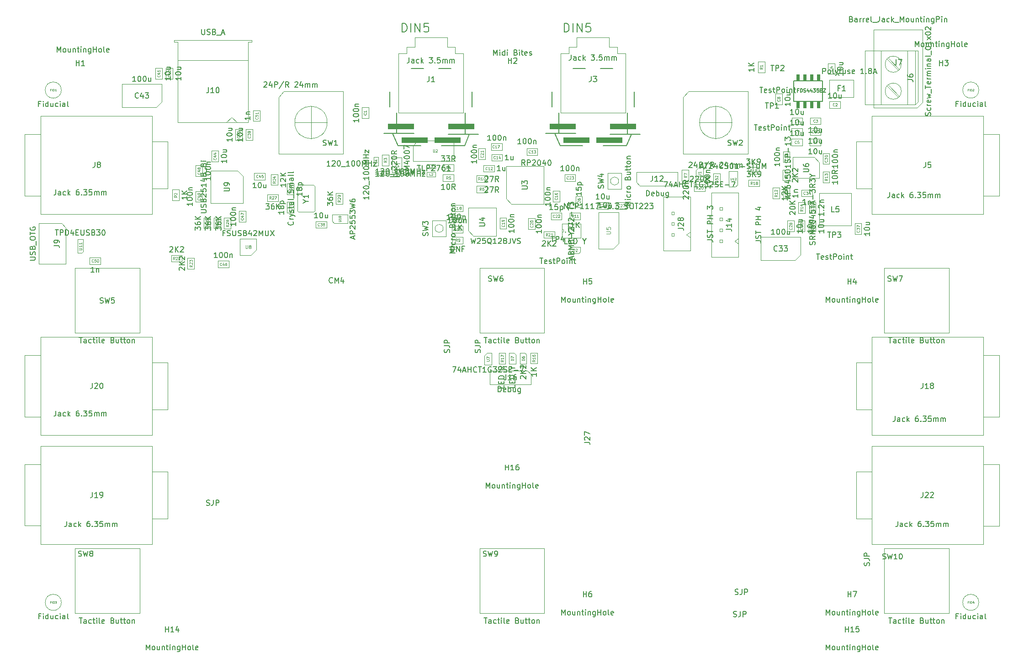
<source format=gbr>
%TF.GenerationSoftware,KiCad,Pcbnew,8.0.6+1*%
%TF.CreationDate,2024-12-16T18:12:13+00:00*%
%TF.ProjectId,pedalboard-hw,70656461-6c62-46f6-9172-642d68772e6b,4.0.1-RC*%
%TF.SameCoordinates,Original*%
%TF.FileFunction,AssemblyDrawing,Top*%
%FSLAX46Y46*%
G04 Gerber Fmt 4.6, Leading zero omitted, Abs format (unit mm)*
G04 Created by KiCad (PCBNEW 8.0.6+1) date 2024-12-16 18:12:13*
%MOMM*%
%LPD*%
G01*
G04 APERTURE LIST*
%ADD10C,0.150000*%
%ADD11C,0.080000*%
%ADD12C,0.060000*%
%ADD13C,0.120000*%
%ADD14C,0.160020*%
%ADD15C,0.050000*%
%ADD16C,0.100000*%
%ADD17C,0.075000*%
%ADD18C,0.025400*%
%ADD19C,0.152400*%
%ADD20C,0.000000*%
%ADD21C,0.203200*%
%ADD22C,0.010000*%
G04 APERTURE END LIST*
D10*
X161426666Y-58364819D02*
X161998094Y-58364819D01*
X161712380Y-59364819D02*
X161712380Y-58364819D01*
X162712380Y-59317200D02*
X162617142Y-59364819D01*
X162617142Y-59364819D02*
X162426666Y-59364819D01*
X162426666Y-59364819D02*
X162331428Y-59317200D01*
X162331428Y-59317200D02*
X162283809Y-59221961D01*
X162283809Y-59221961D02*
X162283809Y-58841009D01*
X162283809Y-58841009D02*
X162331428Y-58745771D01*
X162331428Y-58745771D02*
X162426666Y-58698152D01*
X162426666Y-58698152D02*
X162617142Y-58698152D01*
X162617142Y-58698152D02*
X162712380Y-58745771D01*
X162712380Y-58745771D02*
X162759999Y-58841009D01*
X162759999Y-58841009D02*
X162759999Y-58936247D01*
X162759999Y-58936247D02*
X162283809Y-59031485D01*
X163140952Y-59317200D02*
X163236190Y-59364819D01*
X163236190Y-59364819D02*
X163426666Y-59364819D01*
X163426666Y-59364819D02*
X163521904Y-59317200D01*
X163521904Y-59317200D02*
X163569523Y-59221961D01*
X163569523Y-59221961D02*
X163569523Y-59174342D01*
X163569523Y-59174342D02*
X163521904Y-59079104D01*
X163521904Y-59079104D02*
X163426666Y-59031485D01*
X163426666Y-59031485D02*
X163283809Y-59031485D01*
X163283809Y-59031485D02*
X163188571Y-58983866D01*
X163188571Y-58983866D02*
X163140952Y-58888628D01*
X163140952Y-58888628D02*
X163140952Y-58841009D01*
X163140952Y-58841009D02*
X163188571Y-58745771D01*
X163188571Y-58745771D02*
X163283809Y-58698152D01*
X163283809Y-58698152D02*
X163426666Y-58698152D01*
X163426666Y-58698152D02*
X163521904Y-58745771D01*
X163855238Y-58698152D02*
X164236190Y-58698152D01*
X163998095Y-58364819D02*
X163998095Y-59221961D01*
X163998095Y-59221961D02*
X164045714Y-59317200D01*
X164045714Y-59317200D02*
X164140952Y-59364819D01*
X164140952Y-59364819D02*
X164236190Y-59364819D01*
X164569524Y-59364819D02*
X164569524Y-58364819D01*
X164569524Y-58364819D02*
X164950476Y-58364819D01*
X164950476Y-58364819D02*
X165045714Y-58412438D01*
X165045714Y-58412438D02*
X165093333Y-58460057D01*
X165093333Y-58460057D02*
X165140952Y-58555295D01*
X165140952Y-58555295D02*
X165140952Y-58698152D01*
X165140952Y-58698152D02*
X165093333Y-58793390D01*
X165093333Y-58793390D02*
X165045714Y-58841009D01*
X165045714Y-58841009D02*
X164950476Y-58888628D01*
X164950476Y-58888628D02*
X164569524Y-58888628D01*
X165712381Y-59364819D02*
X165617143Y-59317200D01*
X165617143Y-59317200D02*
X165569524Y-59269580D01*
X165569524Y-59269580D02*
X165521905Y-59174342D01*
X165521905Y-59174342D02*
X165521905Y-58888628D01*
X165521905Y-58888628D02*
X165569524Y-58793390D01*
X165569524Y-58793390D02*
X165617143Y-58745771D01*
X165617143Y-58745771D02*
X165712381Y-58698152D01*
X165712381Y-58698152D02*
X165855238Y-58698152D01*
X165855238Y-58698152D02*
X165950476Y-58745771D01*
X165950476Y-58745771D02*
X165998095Y-58793390D01*
X165998095Y-58793390D02*
X166045714Y-58888628D01*
X166045714Y-58888628D02*
X166045714Y-59174342D01*
X166045714Y-59174342D02*
X165998095Y-59269580D01*
X165998095Y-59269580D02*
X165950476Y-59317200D01*
X165950476Y-59317200D02*
X165855238Y-59364819D01*
X165855238Y-59364819D02*
X165712381Y-59364819D01*
X166474286Y-59364819D02*
X166474286Y-58698152D01*
X166474286Y-58364819D02*
X166426667Y-58412438D01*
X166426667Y-58412438D02*
X166474286Y-58460057D01*
X166474286Y-58460057D02*
X166521905Y-58412438D01*
X166521905Y-58412438D02*
X166474286Y-58364819D01*
X166474286Y-58364819D02*
X166474286Y-58460057D01*
X166950476Y-58698152D02*
X166950476Y-59364819D01*
X166950476Y-58793390D02*
X166998095Y-58745771D01*
X166998095Y-58745771D02*
X167093333Y-58698152D01*
X167093333Y-58698152D02*
X167236190Y-58698152D01*
X167236190Y-58698152D02*
X167331428Y-58745771D01*
X167331428Y-58745771D02*
X167379047Y-58841009D01*
X167379047Y-58841009D02*
X167379047Y-59364819D01*
X167712381Y-58698152D02*
X168093333Y-58698152D01*
X167855238Y-58364819D02*
X167855238Y-59221961D01*
X167855238Y-59221961D02*
X167902857Y-59317200D01*
X167902857Y-59317200D02*
X167998095Y-59364819D01*
X167998095Y-59364819D02*
X168093333Y-59364819D01*
X163498095Y-54314819D02*
X164069523Y-54314819D01*
X163783809Y-55314819D02*
X163783809Y-54314819D01*
X164402857Y-55314819D02*
X164402857Y-54314819D01*
X164402857Y-54314819D02*
X164783809Y-54314819D01*
X164783809Y-54314819D02*
X164879047Y-54362438D01*
X164879047Y-54362438D02*
X164926666Y-54410057D01*
X164926666Y-54410057D02*
X164974285Y-54505295D01*
X164974285Y-54505295D02*
X164974285Y-54648152D01*
X164974285Y-54648152D02*
X164926666Y-54743390D01*
X164926666Y-54743390D02*
X164879047Y-54791009D01*
X164879047Y-54791009D02*
X164783809Y-54838628D01*
X164783809Y-54838628D02*
X164402857Y-54838628D01*
X165307619Y-54314819D02*
X165926666Y-54314819D01*
X165926666Y-54314819D02*
X165593333Y-54695771D01*
X165593333Y-54695771D02*
X165736190Y-54695771D01*
X165736190Y-54695771D02*
X165831428Y-54743390D01*
X165831428Y-54743390D02*
X165879047Y-54791009D01*
X165879047Y-54791009D02*
X165926666Y-54886247D01*
X165926666Y-54886247D02*
X165926666Y-55124342D01*
X165926666Y-55124342D02*
X165879047Y-55219580D01*
X165879047Y-55219580D02*
X165831428Y-55267200D01*
X165831428Y-55267200D02*
X165736190Y-55314819D01*
X165736190Y-55314819D02*
X165450476Y-55314819D01*
X165450476Y-55314819D02*
X165355238Y-55267200D01*
X165355238Y-55267200D02*
X165307619Y-55219580D01*
X148540476Y-43054819D02*
X149159523Y-43054819D01*
X149159523Y-43054819D02*
X148826190Y-43435771D01*
X148826190Y-43435771D02*
X148969047Y-43435771D01*
X148969047Y-43435771D02*
X149064285Y-43483390D01*
X149064285Y-43483390D02*
X149111904Y-43531009D01*
X149111904Y-43531009D02*
X149159523Y-43626247D01*
X149159523Y-43626247D02*
X149159523Y-43864342D01*
X149159523Y-43864342D02*
X149111904Y-43959580D01*
X149111904Y-43959580D02*
X149064285Y-44007200D01*
X149064285Y-44007200D02*
X148969047Y-44054819D01*
X148969047Y-44054819D02*
X148683333Y-44054819D01*
X148683333Y-44054819D02*
X148588095Y-44007200D01*
X148588095Y-44007200D02*
X148540476Y-43959580D01*
X149588095Y-44054819D02*
X149588095Y-43054819D01*
X150159523Y-44054819D02*
X149730952Y-43483390D01*
X150159523Y-43054819D02*
X149588095Y-43626247D01*
X150635714Y-44054819D02*
X150826190Y-44054819D01*
X150826190Y-44054819D02*
X150921428Y-44007200D01*
X150921428Y-44007200D02*
X150969047Y-43959580D01*
X150969047Y-43959580D02*
X151064285Y-43816723D01*
X151064285Y-43816723D02*
X151111904Y-43626247D01*
X151111904Y-43626247D02*
X151111904Y-43245295D01*
X151111904Y-43245295D02*
X151064285Y-43150057D01*
X151064285Y-43150057D02*
X151016666Y-43102438D01*
X151016666Y-43102438D02*
X150921428Y-43054819D01*
X150921428Y-43054819D02*
X150730952Y-43054819D01*
X150730952Y-43054819D02*
X150635714Y-43102438D01*
X150635714Y-43102438D02*
X150588095Y-43150057D01*
X150588095Y-43150057D02*
X150540476Y-43245295D01*
X150540476Y-43245295D02*
X150540476Y-43483390D01*
X150540476Y-43483390D02*
X150588095Y-43578628D01*
X150588095Y-43578628D02*
X150635714Y-43626247D01*
X150635714Y-43626247D02*
X150730952Y-43673866D01*
X150730952Y-43673866D02*
X150921428Y-43673866D01*
X150921428Y-43673866D02*
X151016666Y-43626247D01*
X151016666Y-43626247D02*
X151064285Y-43578628D01*
X151064285Y-43578628D02*
X151111904Y-43483390D01*
D11*
X149528571Y-45477149D02*
X149361905Y-45239054D01*
X149242857Y-45477149D02*
X149242857Y-44977149D01*
X149242857Y-44977149D02*
X149433333Y-44977149D01*
X149433333Y-44977149D02*
X149480952Y-45000959D01*
X149480952Y-45000959D02*
X149504762Y-45024768D01*
X149504762Y-45024768D02*
X149528571Y-45072387D01*
X149528571Y-45072387D02*
X149528571Y-45143816D01*
X149528571Y-45143816D02*
X149504762Y-45191435D01*
X149504762Y-45191435D02*
X149480952Y-45215244D01*
X149480952Y-45215244D02*
X149433333Y-45239054D01*
X149433333Y-45239054D02*
X149242857Y-45239054D01*
X150004762Y-45477149D02*
X149719048Y-45477149D01*
X149861905Y-45477149D02*
X149861905Y-44977149D01*
X149861905Y-44977149D02*
X149814286Y-45048578D01*
X149814286Y-45048578D02*
X149766667Y-45096197D01*
X149766667Y-45096197D02*
X149719048Y-45120006D01*
X150290476Y-45191435D02*
X150242857Y-45167625D01*
X150242857Y-45167625D02*
X150219047Y-45143816D01*
X150219047Y-45143816D02*
X150195238Y-45096197D01*
X150195238Y-45096197D02*
X150195238Y-45072387D01*
X150195238Y-45072387D02*
X150219047Y-45024768D01*
X150219047Y-45024768D02*
X150242857Y-45000959D01*
X150242857Y-45000959D02*
X150290476Y-44977149D01*
X150290476Y-44977149D02*
X150385714Y-44977149D01*
X150385714Y-44977149D02*
X150433333Y-45000959D01*
X150433333Y-45000959D02*
X150457142Y-45024768D01*
X150457142Y-45024768D02*
X150480952Y-45072387D01*
X150480952Y-45072387D02*
X150480952Y-45096197D01*
X150480952Y-45096197D02*
X150457142Y-45143816D01*
X150457142Y-45143816D02*
X150433333Y-45167625D01*
X150433333Y-45167625D02*
X150385714Y-45191435D01*
X150385714Y-45191435D02*
X150290476Y-45191435D01*
X150290476Y-45191435D02*
X150242857Y-45215244D01*
X150242857Y-45215244D02*
X150219047Y-45239054D01*
X150219047Y-45239054D02*
X150195238Y-45286673D01*
X150195238Y-45286673D02*
X150195238Y-45381911D01*
X150195238Y-45381911D02*
X150219047Y-45429530D01*
X150219047Y-45429530D02*
X150242857Y-45453340D01*
X150242857Y-45453340D02*
X150290476Y-45477149D01*
X150290476Y-45477149D02*
X150385714Y-45477149D01*
X150385714Y-45477149D02*
X150433333Y-45453340D01*
X150433333Y-45453340D02*
X150457142Y-45429530D01*
X150457142Y-45429530D02*
X150480952Y-45381911D01*
X150480952Y-45381911D02*
X150480952Y-45286673D01*
X150480952Y-45286673D02*
X150457142Y-45239054D01*
X150457142Y-45239054D02*
X150433333Y-45215244D01*
X150433333Y-45215244D02*
X150385714Y-45191435D01*
D10*
X110628095Y-56010057D02*
X110675714Y-55962438D01*
X110675714Y-55962438D02*
X110770952Y-55914819D01*
X110770952Y-55914819D02*
X111009047Y-55914819D01*
X111009047Y-55914819D02*
X111104285Y-55962438D01*
X111104285Y-55962438D02*
X111151904Y-56010057D01*
X111151904Y-56010057D02*
X111199523Y-56105295D01*
X111199523Y-56105295D02*
X111199523Y-56200533D01*
X111199523Y-56200533D02*
X111151904Y-56343390D01*
X111151904Y-56343390D02*
X110580476Y-56914819D01*
X110580476Y-56914819D02*
X111199523Y-56914819D01*
X111628095Y-56914819D02*
X111628095Y-55914819D01*
X112199523Y-56914819D02*
X111770952Y-56343390D01*
X112199523Y-55914819D02*
X111628095Y-56486247D01*
X112580476Y-56010057D02*
X112628095Y-55962438D01*
X112628095Y-55962438D02*
X112723333Y-55914819D01*
X112723333Y-55914819D02*
X112961428Y-55914819D01*
X112961428Y-55914819D02*
X113056666Y-55962438D01*
X113056666Y-55962438D02*
X113104285Y-56010057D01*
X113104285Y-56010057D02*
X113151904Y-56105295D01*
X113151904Y-56105295D02*
X113151904Y-56200533D01*
X113151904Y-56200533D02*
X113104285Y-56343390D01*
X113104285Y-56343390D02*
X112532857Y-56914819D01*
X112532857Y-56914819D02*
X113151904Y-56914819D01*
D11*
X111568571Y-55037149D02*
X111401905Y-54799054D01*
X111282857Y-55037149D02*
X111282857Y-54537149D01*
X111282857Y-54537149D02*
X111473333Y-54537149D01*
X111473333Y-54537149D02*
X111520952Y-54560959D01*
X111520952Y-54560959D02*
X111544762Y-54584768D01*
X111544762Y-54584768D02*
X111568571Y-54632387D01*
X111568571Y-54632387D02*
X111568571Y-54703816D01*
X111568571Y-54703816D02*
X111544762Y-54751435D01*
X111544762Y-54751435D02*
X111520952Y-54775244D01*
X111520952Y-54775244D02*
X111473333Y-54799054D01*
X111473333Y-54799054D02*
X111282857Y-54799054D01*
X111759048Y-54584768D02*
X111782857Y-54560959D01*
X111782857Y-54560959D02*
X111830476Y-54537149D01*
X111830476Y-54537149D02*
X111949524Y-54537149D01*
X111949524Y-54537149D02*
X111997143Y-54560959D01*
X111997143Y-54560959D02*
X112020952Y-54584768D01*
X112020952Y-54584768D02*
X112044762Y-54632387D01*
X112044762Y-54632387D02*
X112044762Y-54680006D01*
X112044762Y-54680006D02*
X112020952Y-54751435D01*
X112020952Y-54751435D02*
X111735238Y-55037149D01*
X111735238Y-55037149D02*
X112044762Y-55037149D01*
X112520952Y-55037149D02*
X112235238Y-55037149D01*
X112378095Y-55037149D02*
X112378095Y-54537149D01*
X112378095Y-54537149D02*
X112330476Y-54608578D01*
X112330476Y-54608578D02*
X112282857Y-54656197D01*
X112282857Y-54656197D02*
X112235238Y-54680006D01*
D10*
X114630952Y-42974819D02*
X114059524Y-42974819D01*
X114345238Y-42974819D02*
X114345238Y-41974819D01*
X114345238Y-41974819D02*
X114250000Y-42117676D01*
X114250000Y-42117676D02*
X114154762Y-42212914D01*
X114154762Y-42212914D02*
X114059524Y-42260533D01*
X115250000Y-41974819D02*
X115345238Y-41974819D01*
X115345238Y-41974819D02*
X115440476Y-42022438D01*
X115440476Y-42022438D02*
X115488095Y-42070057D01*
X115488095Y-42070057D02*
X115535714Y-42165295D01*
X115535714Y-42165295D02*
X115583333Y-42355771D01*
X115583333Y-42355771D02*
X115583333Y-42593866D01*
X115583333Y-42593866D02*
X115535714Y-42784342D01*
X115535714Y-42784342D02*
X115488095Y-42879580D01*
X115488095Y-42879580D02*
X115440476Y-42927200D01*
X115440476Y-42927200D02*
X115345238Y-42974819D01*
X115345238Y-42974819D02*
X115250000Y-42974819D01*
X115250000Y-42974819D02*
X115154762Y-42927200D01*
X115154762Y-42927200D02*
X115107143Y-42879580D01*
X115107143Y-42879580D02*
X115059524Y-42784342D01*
X115059524Y-42784342D02*
X115011905Y-42593866D01*
X115011905Y-42593866D02*
X115011905Y-42355771D01*
X115011905Y-42355771D02*
X115059524Y-42165295D01*
X115059524Y-42165295D02*
X115107143Y-42070057D01*
X115107143Y-42070057D02*
X115154762Y-42022438D01*
X115154762Y-42022438D02*
X115250000Y-41974819D01*
X116202381Y-41974819D02*
X116297619Y-41974819D01*
X116297619Y-41974819D02*
X116392857Y-42022438D01*
X116392857Y-42022438D02*
X116440476Y-42070057D01*
X116440476Y-42070057D02*
X116488095Y-42165295D01*
X116488095Y-42165295D02*
X116535714Y-42355771D01*
X116535714Y-42355771D02*
X116535714Y-42593866D01*
X116535714Y-42593866D02*
X116488095Y-42784342D01*
X116488095Y-42784342D02*
X116440476Y-42879580D01*
X116440476Y-42879580D02*
X116392857Y-42927200D01*
X116392857Y-42927200D02*
X116297619Y-42974819D01*
X116297619Y-42974819D02*
X116202381Y-42974819D01*
X116202381Y-42974819D02*
X116107143Y-42927200D01*
X116107143Y-42927200D02*
X116059524Y-42879580D01*
X116059524Y-42879580D02*
X116011905Y-42784342D01*
X116011905Y-42784342D02*
X115964286Y-42593866D01*
X115964286Y-42593866D02*
X115964286Y-42355771D01*
X115964286Y-42355771D02*
X116011905Y-42165295D01*
X116011905Y-42165295D02*
X116059524Y-42070057D01*
X116059524Y-42070057D02*
X116107143Y-42022438D01*
X116107143Y-42022438D02*
X116202381Y-41974819D01*
X116964286Y-42308152D02*
X116964286Y-42974819D01*
X116964286Y-42403390D02*
X117011905Y-42355771D01*
X117011905Y-42355771D02*
X117107143Y-42308152D01*
X117107143Y-42308152D02*
X117250000Y-42308152D01*
X117250000Y-42308152D02*
X117345238Y-42355771D01*
X117345238Y-42355771D02*
X117392857Y-42451009D01*
X117392857Y-42451009D02*
X117392857Y-42974819D01*
D11*
X115428571Y-44449530D02*
X115404762Y-44473340D01*
X115404762Y-44473340D02*
X115333333Y-44497149D01*
X115333333Y-44497149D02*
X115285714Y-44497149D01*
X115285714Y-44497149D02*
X115214286Y-44473340D01*
X115214286Y-44473340D02*
X115166667Y-44425720D01*
X115166667Y-44425720D02*
X115142857Y-44378101D01*
X115142857Y-44378101D02*
X115119048Y-44282863D01*
X115119048Y-44282863D02*
X115119048Y-44211435D01*
X115119048Y-44211435D02*
X115142857Y-44116197D01*
X115142857Y-44116197D02*
X115166667Y-44068578D01*
X115166667Y-44068578D02*
X115214286Y-44020959D01*
X115214286Y-44020959D02*
X115285714Y-43997149D01*
X115285714Y-43997149D02*
X115333333Y-43997149D01*
X115333333Y-43997149D02*
X115404762Y-44020959D01*
X115404762Y-44020959D02*
X115428571Y-44044768D01*
X115619048Y-44044768D02*
X115642857Y-44020959D01*
X115642857Y-44020959D02*
X115690476Y-43997149D01*
X115690476Y-43997149D02*
X115809524Y-43997149D01*
X115809524Y-43997149D02*
X115857143Y-44020959D01*
X115857143Y-44020959D02*
X115880952Y-44044768D01*
X115880952Y-44044768D02*
X115904762Y-44092387D01*
X115904762Y-44092387D02*
X115904762Y-44140006D01*
X115904762Y-44140006D02*
X115880952Y-44211435D01*
X115880952Y-44211435D02*
X115595238Y-44497149D01*
X115595238Y-44497149D02*
X115904762Y-44497149D01*
X116071428Y-43997149D02*
X116380952Y-43997149D01*
X116380952Y-43997149D02*
X116214285Y-44187625D01*
X116214285Y-44187625D02*
X116285714Y-44187625D01*
X116285714Y-44187625D02*
X116333333Y-44211435D01*
X116333333Y-44211435D02*
X116357142Y-44235244D01*
X116357142Y-44235244D02*
X116380952Y-44282863D01*
X116380952Y-44282863D02*
X116380952Y-44401911D01*
X116380952Y-44401911D02*
X116357142Y-44449530D01*
X116357142Y-44449530D02*
X116333333Y-44473340D01*
X116333333Y-44473340D02*
X116285714Y-44497149D01*
X116285714Y-44497149D02*
X116142857Y-44497149D01*
X116142857Y-44497149D02*
X116095238Y-44473340D01*
X116095238Y-44473340D02*
X116071428Y-44449530D01*
D10*
X49144819Y-44079047D02*
X49144819Y-44650475D01*
X49144819Y-44364761D02*
X48144819Y-44364761D01*
X48144819Y-44364761D02*
X48287676Y-44459999D01*
X48287676Y-44459999D02*
X48382914Y-44555237D01*
X48382914Y-44555237D02*
X48430533Y-44650475D01*
X48144819Y-43459999D02*
X48144819Y-43364761D01*
X48144819Y-43364761D02*
X48192438Y-43269523D01*
X48192438Y-43269523D02*
X48240057Y-43221904D01*
X48240057Y-43221904D02*
X48335295Y-43174285D01*
X48335295Y-43174285D02*
X48525771Y-43126666D01*
X48525771Y-43126666D02*
X48763866Y-43126666D01*
X48763866Y-43126666D02*
X48954342Y-43174285D01*
X48954342Y-43174285D02*
X49049580Y-43221904D01*
X49049580Y-43221904D02*
X49097200Y-43269523D01*
X49097200Y-43269523D02*
X49144819Y-43364761D01*
X49144819Y-43364761D02*
X49144819Y-43459999D01*
X49144819Y-43459999D02*
X49097200Y-43555237D01*
X49097200Y-43555237D02*
X49049580Y-43602856D01*
X49049580Y-43602856D02*
X48954342Y-43650475D01*
X48954342Y-43650475D02*
X48763866Y-43698094D01*
X48763866Y-43698094D02*
X48525771Y-43698094D01*
X48525771Y-43698094D02*
X48335295Y-43650475D01*
X48335295Y-43650475D02*
X48240057Y-43602856D01*
X48240057Y-43602856D02*
X48192438Y-43555237D01*
X48192438Y-43555237D02*
X48144819Y-43459999D01*
X48144819Y-42507618D02*
X48144819Y-42412380D01*
X48144819Y-42412380D02*
X48192438Y-42317142D01*
X48192438Y-42317142D02*
X48240057Y-42269523D01*
X48240057Y-42269523D02*
X48335295Y-42221904D01*
X48335295Y-42221904D02*
X48525771Y-42174285D01*
X48525771Y-42174285D02*
X48763866Y-42174285D01*
X48763866Y-42174285D02*
X48954342Y-42221904D01*
X48954342Y-42221904D02*
X49049580Y-42269523D01*
X49049580Y-42269523D02*
X49097200Y-42317142D01*
X49097200Y-42317142D02*
X49144819Y-42412380D01*
X49144819Y-42412380D02*
X49144819Y-42507618D01*
X49144819Y-42507618D02*
X49097200Y-42602856D01*
X49097200Y-42602856D02*
X49049580Y-42650475D01*
X49049580Y-42650475D02*
X48954342Y-42698094D01*
X48954342Y-42698094D02*
X48763866Y-42745713D01*
X48763866Y-42745713D02*
X48525771Y-42745713D01*
X48525771Y-42745713D02*
X48335295Y-42698094D01*
X48335295Y-42698094D02*
X48240057Y-42650475D01*
X48240057Y-42650475D02*
X48192438Y-42602856D01*
X48192438Y-42602856D02*
X48144819Y-42507618D01*
X48478152Y-41745713D02*
X49144819Y-41745713D01*
X48573390Y-41745713D02*
X48525771Y-41698094D01*
X48525771Y-41698094D02*
X48478152Y-41602856D01*
X48478152Y-41602856D02*
X48478152Y-41459999D01*
X48478152Y-41459999D02*
X48525771Y-41364761D01*
X48525771Y-41364761D02*
X48621009Y-41317142D01*
X48621009Y-41317142D02*
X49144819Y-41317142D01*
D11*
X47189530Y-43281428D02*
X47213340Y-43305237D01*
X47213340Y-43305237D02*
X47237149Y-43376666D01*
X47237149Y-43376666D02*
X47237149Y-43424285D01*
X47237149Y-43424285D02*
X47213340Y-43495713D01*
X47213340Y-43495713D02*
X47165720Y-43543332D01*
X47165720Y-43543332D02*
X47118101Y-43567142D01*
X47118101Y-43567142D02*
X47022863Y-43590951D01*
X47022863Y-43590951D02*
X46951435Y-43590951D01*
X46951435Y-43590951D02*
X46856197Y-43567142D01*
X46856197Y-43567142D02*
X46808578Y-43543332D01*
X46808578Y-43543332D02*
X46760959Y-43495713D01*
X46760959Y-43495713D02*
X46737149Y-43424285D01*
X46737149Y-43424285D02*
X46737149Y-43376666D01*
X46737149Y-43376666D02*
X46760959Y-43305237D01*
X46760959Y-43305237D02*
X46784768Y-43281428D01*
X46903816Y-42852856D02*
X47237149Y-42852856D01*
X46713340Y-42971904D02*
X47070482Y-43090951D01*
X47070482Y-43090951D02*
X47070482Y-42781428D01*
X46951435Y-42519523D02*
X46927625Y-42567142D01*
X46927625Y-42567142D02*
X46903816Y-42590952D01*
X46903816Y-42590952D02*
X46856197Y-42614761D01*
X46856197Y-42614761D02*
X46832387Y-42614761D01*
X46832387Y-42614761D02*
X46784768Y-42590952D01*
X46784768Y-42590952D02*
X46760959Y-42567142D01*
X46760959Y-42567142D02*
X46737149Y-42519523D01*
X46737149Y-42519523D02*
X46737149Y-42424285D01*
X46737149Y-42424285D02*
X46760959Y-42376666D01*
X46760959Y-42376666D02*
X46784768Y-42352857D01*
X46784768Y-42352857D02*
X46832387Y-42329047D01*
X46832387Y-42329047D02*
X46856197Y-42329047D01*
X46856197Y-42329047D02*
X46903816Y-42352857D01*
X46903816Y-42352857D02*
X46927625Y-42376666D01*
X46927625Y-42376666D02*
X46951435Y-42424285D01*
X46951435Y-42424285D02*
X46951435Y-42519523D01*
X46951435Y-42519523D02*
X46975244Y-42567142D01*
X46975244Y-42567142D02*
X46999054Y-42590952D01*
X46999054Y-42590952D02*
X47046673Y-42614761D01*
X47046673Y-42614761D02*
X47141911Y-42614761D01*
X47141911Y-42614761D02*
X47189530Y-42590952D01*
X47189530Y-42590952D02*
X47213340Y-42567142D01*
X47213340Y-42567142D02*
X47237149Y-42519523D01*
X47237149Y-42519523D02*
X47237149Y-42424285D01*
X47237149Y-42424285D02*
X47213340Y-42376666D01*
X47213340Y-42376666D02*
X47189530Y-42352857D01*
X47189530Y-42352857D02*
X47141911Y-42329047D01*
X47141911Y-42329047D02*
X47046673Y-42329047D01*
X47046673Y-42329047D02*
X46999054Y-42352857D01*
X46999054Y-42352857D02*
X46975244Y-42376666D01*
X46975244Y-42376666D02*
X46951435Y-42424285D01*
D10*
X163214285Y-125304819D02*
X163214285Y-124304819D01*
X163214285Y-124304819D02*
X163547618Y-125019104D01*
X163547618Y-125019104D02*
X163880951Y-124304819D01*
X163880951Y-124304819D02*
X163880951Y-125304819D01*
X164499999Y-125304819D02*
X164404761Y-125257200D01*
X164404761Y-125257200D02*
X164357142Y-125209580D01*
X164357142Y-125209580D02*
X164309523Y-125114342D01*
X164309523Y-125114342D02*
X164309523Y-124828628D01*
X164309523Y-124828628D02*
X164357142Y-124733390D01*
X164357142Y-124733390D02*
X164404761Y-124685771D01*
X164404761Y-124685771D02*
X164499999Y-124638152D01*
X164499999Y-124638152D02*
X164642856Y-124638152D01*
X164642856Y-124638152D02*
X164738094Y-124685771D01*
X164738094Y-124685771D02*
X164785713Y-124733390D01*
X164785713Y-124733390D02*
X164833332Y-124828628D01*
X164833332Y-124828628D02*
X164833332Y-125114342D01*
X164833332Y-125114342D02*
X164785713Y-125209580D01*
X164785713Y-125209580D02*
X164738094Y-125257200D01*
X164738094Y-125257200D02*
X164642856Y-125304819D01*
X164642856Y-125304819D02*
X164499999Y-125304819D01*
X165690475Y-124638152D02*
X165690475Y-125304819D01*
X165261904Y-124638152D02*
X165261904Y-125161961D01*
X165261904Y-125161961D02*
X165309523Y-125257200D01*
X165309523Y-125257200D02*
X165404761Y-125304819D01*
X165404761Y-125304819D02*
X165547618Y-125304819D01*
X165547618Y-125304819D02*
X165642856Y-125257200D01*
X165642856Y-125257200D02*
X165690475Y-125209580D01*
X166166666Y-124638152D02*
X166166666Y-125304819D01*
X166166666Y-124733390D02*
X166214285Y-124685771D01*
X166214285Y-124685771D02*
X166309523Y-124638152D01*
X166309523Y-124638152D02*
X166452380Y-124638152D01*
X166452380Y-124638152D02*
X166547618Y-124685771D01*
X166547618Y-124685771D02*
X166595237Y-124781009D01*
X166595237Y-124781009D02*
X166595237Y-125304819D01*
X166928571Y-124638152D02*
X167309523Y-124638152D01*
X167071428Y-124304819D02*
X167071428Y-125161961D01*
X167071428Y-125161961D02*
X167119047Y-125257200D01*
X167119047Y-125257200D02*
X167214285Y-125304819D01*
X167214285Y-125304819D02*
X167309523Y-125304819D01*
X167642857Y-125304819D02*
X167642857Y-124638152D01*
X167642857Y-124304819D02*
X167595238Y-124352438D01*
X167595238Y-124352438D02*
X167642857Y-124400057D01*
X167642857Y-124400057D02*
X167690476Y-124352438D01*
X167690476Y-124352438D02*
X167642857Y-124304819D01*
X167642857Y-124304819D02*
X167642857Y-124400057D01*
X168119047Y-124638152D02*
X168119047Y-125304819D01*
X168119047Y-124733390D02*
X168166666Y-124685771D01*
X168166666Y-124685771D02*
X168261904Y-124638152D01*
X168261904Y-124638152D02*
X168404761Y-124638152D01*
X168404761Y-124638152D02*
X168499999Y-124685771D01*
X168499999Y-124685771D02*
X168547618Y-124781009D01*
X168547618Y-124781009D02*
X168547618Y-125304819D01*
X169452380Y-124638152D02*
X169452380Y-125447676D01*
X169452380Y-125447676D02*
X169404761Y-125542914D01*
X169404761Y-125542914D02*
X169357142Y-125590533D01*
X169357142Y-125590533D02*
X169261904Y-125638152D01*
X169261904Y-125638152D02*
X169119047Y-125638152D01*
X169119047Y-125638152D02*
X169023809Y-125590533D01*
X169452380Y-125257200D02*
X169357142Y-125304819D01*
X169357142Y-125304819D02*
X169166666Y-125304819D01*
X169166666Y-125304819D02*
X169071428Y-125257200D01*
X169071428Y-125257200D02*
X169023809Y-125209580D01*
X169023809Y-125209580D02*
X168976190Y-125114342D01*
X168976190Y-125114342D02*
X168976190Y-124828628D01*
X168976190Y-124828628D02*
X169023809Y-124733390D01*
X169023809Y-124733390D02*
X169071428Y-124685771D01*
X169071428Y-124685771D02*
X169166666Y-124638152D01*
X169166666Y-124638152D02*
X169357142Y-124638152D01*
X169357142Y-124638152D02*
X169452380Y-124685771D01*
X169928571Y-125304819D02*
X169928571Y-124304819D01*
X169928571Y-124781009D02*
X170499999Y-124781009D01*
X170499999Y-125304819D02*
X170499999Y-124304819D01*
X171119047Y-125304819D02*
X171023809Y-125257200D01*
X171023809Y-125257200D02*
X170976190Y-125209580D01*
X170976190Y-125209580D02*
X170928571Y-125114342D01*
X170928571Y-125114342D02*
X170928571Y-124828628D01*
X170928571Y-124828628D02*
X170976190Y-124733390D01*
X170976190Y-124733390D02*
X171023809Y-124685771D01*
X171023809Y-124685771D02*
X171119047Y-124638152D01*
X171119047Y-124638152D02*
X171261904Y-124638152D01*
X171261904Y-124638152D02*
X171357142Y-124685771D01*
X171357142Y-124685771D02*
X171404761Y-124733390D01*
X171404761Y-124733390D02*
X171452380Y-124828628D01*
X171452380Y-124828628D02*
X171452380Y-125114342D01*
X171452380Y-125114342D02*
X171404761Y-125209580D01*
X171404761Y-125209580D02*
X171357142Y-125257200D01*
X171357142Y-125257200D02*
X171261904Y-125304819D01*
X171261904Y-125304819D02*
X171119047Y-125304819D01*
X172023809Y-125304819D02*
X171928571Y-125257200D01*
X171928571Y-125257200D02*
X171880952Y-125161961D01*
X171880952Y-125161961D02*
X171880952Y-124304819D01*
X172785714Y-125257200D02*
X172690476Y-125304819D01*
X172690476Y-125304819D02*
X172500000Y-125304819D01*
X172500000Y-125304819D02*
X172404762Y-125257200D01*
X172404762Y-125257200D02*
X172357143Y-125161961D01*
X172357143Y-125161961D02*
X172357143Y-124781009D01*
X172357143Y-124781009D02*
X172404762Y-124685771D01*
X172404762Y-124685771D02*
X172500000Y-124638152D01*
X172500000Y-124638152D02*
X172690476Y-124638152D01*
X172690476Y-124638152D02*
X172785714Y-124685771D01*
X172785714Y-124685771D02*
X172833333Y-124781009D01*
X172833333Y-124781009D02*
X172833333Y-124876247D01*
X172833333Y-124876247D02*
X172357143Y-124971485D01*
X167238095Y-121954819D02*
X167238095Y-120954819D01*
X167238095Y-121431009D02*
X167809523Y-121431009D01*
X167809523Y-121954819D02*
X167809523Y-120954819D01*
X168190476Y-120954819D02*
X168857142Y-120954819D01*
X168857142Y-120954819D02*
X168428571Y-121954819D01*
X17619047Y-30534509D02*
X17285714Y-30534509D01*
X17285714Y-31058319D02*
X17285714Y-30058319D01*
X17285714Y-30058319D02*
X17761904Y-30058319D01*
X18142857Y-31058319D02*
X18142857Y-30391652D01*
X18142857Y-30058319D02*
X18095238Y-30105938D01*
X18095238Y-30105938D02*
X18142857Y-30153557D01*
X18142857Y-30153557D02*
X18190476Y-30105938D01*
X18190476Y-30105938D02*
X18142857Y-30058319D01*
X18142857Y-30058319D02*
X18142857Y-30153557D01*
X19047618Y-31058319D02*
X19047618Y-30058319D01*
X19047618Y-31010700D02*
X18952380Y-31058319D01*
X18952380Y-31058319D02*
X18761904Y-31058319D01*
X18761904Y-31058319D02*
X18666666Y-31010700D01*
X18666666Y-31010700D02*
X18619047Y-30963080D01*
X18619047Y-30963080D02*
X18571428Y-30867842D01*
X18571428Y-30867842D02*
X18571428Y-30582128D01*
X18571428Y-30582128D02*
X18619047Y-30486890D01*
X18619047Y-30486890D02*
X18666666Y-30439271D01*
X18666666Y-30439271D02*
X18761904Y-30391652D01*
X18761904Y-30391652D02*
X18952380Y-30391652D01*
X18952380Y-30391652D02*
X19047618Y-30439271D01*
X19952380Y-30391652D02*
X19952380Y-31058319D01*
X19523809Y-30391652D02*
X19523809Y-30915461D01*
X19523809Y-30915461D02*
X19571428Y-31010700D01*
X19571428Y-31010700D02*
X19666666Y-31058319D01*
X19666666Y-31058319D02*
X19809523Y-31058319D01*
X19809523Y-31058319D02*
X19904761Y-31010700D01*
X19904761Y-31010700D02*
X19952380Y-30963080D01*
X20857142Y-31010700D02*
X20761904Y-31058319D01*
X20761904Y-31058319D02*
X20571428Y-31058319D01*
X20571428Y-31058319D02*
X20476190Y-31010700D01*
X20476190Y-31010700D02*
X20428571Y-30963080D01*
X20428571Y-30963080D02*
X20380952Y-30867842D01*
X20380952Y-30867842D02*
X20380952Y-30582128D01*
X20380952Y-30582128D02*
X20428571Y-30486890D01*
X20428571Y-30486890D02*
X20476190Y-30439271D01*
X20476190Y-30439271D02*
X20571428Y-30391652D01*
X20571428Y-30391652D02*
X20761904Y-30391652D01*
X20761904Y-30391652D02*
X20857142Y-30439271D01*
X21285714Y-31058319D02*
X21285714Y-30391652D01*
X21285714Y-30058319D02*
X21238095Y-30105938D01*
X21238095Y-30105938D02*
X21285714Y-30153557D01*
X21285714Y-30153557D02*
X21333333Y-30105938D01*
X21333333Y-30105938D02*
X21285714Y-30058319D01*
X21285714Y-30058319D02*
X21285714Y-30153557D01*
X22190475Y-31058319D02*
X22190475Y-30534509D01*
X22190475Y-30534509D02*
X22142856Y-30439271D01*
X22142856Y-30439271D02*
X22047618Y-30391652D01*
X22047618Y-30391652D02*
X21857142Y-30391652D01*
X21857142Y-30391652D02*
X21761904Y-30439271D01*
X22190475Y-31010700D02*
X22095237Y-31058319D01*
X22095237Y-31058319D02*
X21857142Y-31058319D01*
X21857142Y-31058319D02*
X21761904Y-31010700D01*
X21761904Y-31010700D02*
X21714285Y-30915461D01*
X21714285Y-30915461D02*
X21714285Y-30820223D01*
X21714285Y-30820223D02*
X21761904Y-30724985D01*
X21761904Y-30724985D02*
X21857142Y-30677366D01*
X21857142Y-30677366D02*
X22095237Y-30677366D01*
X22095237Y-30677366D02*
X22190475Y-30629747D01*
X22809523Y-31058319D02*
X22714285Y-31010700D01*
X22714285Y-31010700D02*
X22666666Y-30915461D01*
X22666666Y-30915461D02*
X22666666Y-30058319D01*
D12*
X19571429Y-27972403D02*
X19438096Y-27972403D01*
X19438096Y-28181927D02*
X19438096Y-27781927D01*
X19438096Y-27781927D02*
X19628572Y-27781927D01*
X19780953Y-28181927D02*
X19780953Y-27781927D01*
X19971429Y-28181927D02*
X19971429Y-27781927D01*
X19971429Y-27781927D02*
X20066667Y-27781927D01*
X20066667Y-27781927D02*
X20123810Y-27800975D01*
X20123810Y-27800975D02*
X20161905Y-27839070D01*
X20161905Y-27839070D02*
X20180952Y-27877165D01*
X20180952Y-27877165D02*
X20200000Y-27953356D01*
X20200000Y-27953356D02*
X20200000Y-28010499D01*
X20200000Y-28010499D02*
X20180952Y-28086689D01*
X20180952Y-28086689D02*
X20161905Y-28124784D01*
X20161905Y-28124784D02*
X20123810Y-28162880D01*
X20123810Y-28162880D02*
X20066667Y-28181927D01*
X20066667Y-28181927D02*
X19971429Y-28181927D01*
X20580952Y-28181927D02*
X20352381Y-28181927D01*
X20466667Y-28181927D02*
X20466667Y-27781927D01*
X20466667Y-27781927D02*
X20428571Y-27839070D01*
X20428571Y-27839070D02*
X20390476Y-27877165D01*
X20390476Y-27877165D02*
X20352381Y-27896213D01*
D10*
X99998095Y-44050057D02*
X100045714Y-44002438D01*
X100045714Y-44002438D02*
X100140952Y-43954819D01*
X100140952Y-43954819D02*
X100379047Y-43954819D01*
X100379047Y-43954819D02*
X100474285Y-44002438D01*
X100474285Y-44002438D02*
X100521904Y-44050057D01*
X100521904Y-44050057D02*
X100569523Y-44145295D01*
X100569523Y-44145295D02*
X100569523Y-44240533D01*
X100569523Y-44240533D02*
X100521904Y-44383390D01*
X100521904Y-44383390D02*
X99950476Y-44954819D01*
X99950476Y-44954819D02*
X100569523Y-44954819D01*
X100902857Y-43954819D02*
X101569523Y-43954819D01*
X101569523Y-43954819D02*
X101140952Y-44954819D01*
X102521904Y-44954819D02*
X102188571Y-44478628D01*
X101950476Y-44954819D02*
X101950476Y-43954819D01*
X101950476Y-43954819D02*
X102331428Y-43954819D01*
X102331428Y-43954819D02*
X102426666Y-44002438D01*
X102426666Y-44002438D02*
X102474285Y-44050057D01*
X102474285Y-44050057D02*
X102521904Y-44145295D01*
X102521904Y-44145295D02*
X102521904Y-44288152D01*
X102521904Y-44288152D02*
X102474285Y-44383390D01*
X102474285Y-44383390D02*
X102426666Y-44431009D01*
X102426666Y-44431009D02*
X102331428Y-44478628D01*
X102331428Y-44478628D02*
X101950476Y-44478628D01*
D11*
X99078571Y-44687149D02*
X98911905Y-44449054D01*
X98792857Y-44687149D02*
X98792857Y-44187149D01*
X98792857Y-44187149D02*
X98983333Y-44187149D01*
X98983333Y-44187149D02*
X99030952Y-44210959D01*
X99030952Y-44210959D02*
X99054762Y-44234768D01*
X99054762Y-44234768D02*
X99078571Y-44282387D01*
X99078571Y-44282387D02*
X99078571Y-44353816D01*
X99078571Y-44353816D02*
X99054762Y-44401435D01*
X99054762Y-44401435D02*
X99030952Y-44425244D01*
X99030952Y-44425244D02*
X98983333Y-44449054D01*
X98983333Y-44449054D02*
X98792857Y-44449054D01*
X99554762Y-44687149D02*
X99269048Y-44687149D01*
X99411905Y-44687149D02*
X99411905Y-44187149D01*
X99411905Y-44187149D02*
X99364286Y-44258578D01*
X99364286Y-44258578D02*
X99316667Y-44306197D01*
X99316667Y-44306197D02*
X99269048Y-44330006D01*
X99864285Y-44187149D02*
X99911904Y-44187149D01*
X99911904Y-44187149D02*
X99959523Y-44210959D01*
X99959523Y-44210959D02*
X99983333Y-44234768D01*
X99983333Y-44234768D02*
X100007142Y-44282387D01*
X100007142Y-44282387D02*
X100030952Y-44377625D01*
X100030952Y-44377625D02*
X100030952Y-44496673D01*
X100030952Y-44496673D02*
X100007142Y-44591911D01*
X100007142Y-44591911D02*
X99983333Y-44639530D01*
X99983333Y-44639530D02*
X99959523Y-44663340D01*
X99959523Y-44663340D02*
X99911904Y-44687149D01*
X99911904Y-44687149D02*
X99864285Y-44687149D01*
X99864285Y-44687149D02*
X99816666Y-44663340D01*
X99816666Y-44663340D02*
X99792857Y-44639530D01*
X99792857Y-44639530D02*
X99769047Y-44591911D01*
X99769047Y-44591911D02*
X99745238Y-44496673D01*
X99745238Y-44496673D02*
X99745238Y-44377625D01*
X99745238Y-44377625D02*
X99769047Y-44282387D01*
X99769047Y-44282387D02*
X99792857Y-44234768D01*
X99792857Y-44234768D02*
X99816666Y-44210959D01*
X99816666Y-44210959D02*
X99864285Y-44187149D01*
D10*
X115952381Y-21454819D02*
X115952381Y-22169104D01*
X115952381Y-22169104D02*
X115904762Y-22311961D01*
X115904762Y-22311961D02*
X115809524Y-22407200D01*
X115809524Y-22407200D02*
X115666667Y-22454819D01*
X115666667Y-22454819D02*
X115571429Y-22454819D01*
X116857143Y-22454819D02*
X116857143Y-21931009D01*
X116857143Y-21931009D02*
X116809524Y-21835771D01*
X116809524Y-21835771D02*
X116714286Y-21788152D01*
X116714286Y-21788152D02*
X116523810Y-21788152D01*
X116523810Y-21788152D02*
X116428572Y-21835771D01*
X116857143Y-22407200D02*
X116761905Y-22454819D01*
X116761905Y-22454819D02*
X116523810Y-22454819D01*
X116523810Y-22454819D02*
X116428572Y-22407200D01*
X116428572Y-22407200D02*
X116380953Y-22311961D01*
X116380953Y-22311961D02*
X116380953Y-22216723D01*
X116380953Y-22216723D02*
X116428572Y-22121485D01*
X116428572Y-22121485D02*
X116523810Y-22073866D01*
X116523810Y-22073866D02*
X116761905Y-22073866D01*
X116761905Y-22073866D02*
X116857143Y-22026247D01*
X117761905Y-22407200D02*
X117666667Y-22454819D01*
X117666667Y-22454819D02*
X117476191Y-22454819D01*
X117476191Y-22454819D02*
X117380953Y-22407200D01*
X117380953Y-22407200D02*
X117333334Y-22359580D01*
X117333334Y-22359580D02*
X117285715Y-22264342D01*
X117285715Y-22264342D02*
X117285715Y-21978628D01*
X117285715Y-21978628D02*
X117333334Y-21883390D01*
X117333334Y-21883390D02*
X117380953Y-21835771D01*
X117380953Y-21835771D02*
X117476191Y-21788152D01*
X117476191Y-21788152D02*
X117666667Y-21788152D01*
X117666667Y-21788152D02*
X117761905Y-21835771D01*
X118190477Y-22454819D02*
X118190477Y-21454819D01*
X118285715Y-22073866D02*
X118571429Y-22454819D01*
X118571429Y-21788152D02*
X118190477Y-22169104D01*
X119666668Y-21454819D02*
X120285715Y-21454819D01*
X120285715Y-21454819D02*
X119952382Y-21835771D01*
X119952382Y-21835771D02*
X120095239Y-21835771D01*
X120095239Y-21835771D02*
X120190477Y-21883390D01*
X120190477Y-21883390D02*
X120238096Y-21931009D01*
X120238096Y-21931009D02*
X120285715Y-22026247D01*
X120285715Y-22026247D02*
X120285715Y-22264342D01*
X120285715Y-22264342D02*
X120238096Y-22359580D01*
X120238096Y-22359580D02*
X120190477Y-22407200D01*
X120190477Y-22407200D02*
X120095239Y-22454819D01*
X120095239Y-22454819D02*
X119809525Y-22454819D01*
X119809525Y-22454819D02*
X119714287Y-22407200D01*
X119714287Y-22407200D02*
X119666668Y-22359580D01*
X120714287Y-22359580D02*
X120761906Y-22407200D01*
X120761906Y-22407200D02*
X120714287Y-22454819D01*
X120714287Y-22454819D02*
X120666668Y-22407200D01*
X120666668Y-22407200D02*
X120714287Y-22359580D01*
X120714287Y-22359580D02*
X120714287Y-22454819D01*
X121666667Y-21454819D02*
X121190477Y-21454819D01*
X121190477Y-21454819D02*
X121142858Y-21931009D01*
X121142858Y-21931009D02*
X121190477Y-21883390D01*
X121190477Y-21883390D02*
X121285715Y-21835771D01*
X121285715Y-21835771D02*
X121523810Y-21835771D01*
X121523810Y-21835771D02*
X121619048Y-21883390D01*
X121619048Y-21883390D02*
X121666667Y-21931009D01*
X121666667Y-21931009D02*
X121714286Y-22026247D01*
X121714286Y-22026247D02*
X121714286Y-22264342D01*
X121714286Y-22264342D02*
X121666667Y-22359580D01*
X121666667Y-22359580D02*
X121619048Y-22407200D01*
X121619048Y-22407200D02*
X121523810Y-22454819D01*
X121523810Y-22454819D02*
X121285715Y-22454819D01*
X121285715Y-22454819D02*
X121190477Y-22407200D01*
X121190477Y-22407200D02*
X121142858Y-22359580D01*
X122142858Y-22454819D02*
X122142858Y-21788152D01*
X122142858Y-21883390D02*
X122190477Y-21835771D01*
X122190477Y-21835771D02*
X122285715Y-21788152D01*
X122285715Y-21788152D02*
X122428572Y-21788152D01*
X122428572Y-21788152D02*
X122523810Y-21835771D01*
X122523810Y-21835771D02*
X122571429Y-21931009D01*
X122571429Y-21931009D02*
X122571429Y-22454819D01*
X122571429Y-21931009D02*
X122619048Y-21835771D01*
X122619048Y-21835771D02*
X122714286Y-21788152D01*
X122714286Y-21788152D02*
X122857143Y-21788152D01*
X122857143Y-21788152D02*
X122952382Y-21835771D01*
X122952382Y-21835771D02*
X123000001Y-21931009D01*
X123000001Y-21931009D02*
X123000001Y-22454819D01*
X123476191Y-22454819D02*
X123476191Y-21788152D01*
X123476191Y-21883390D02*
X123523810Y-21835771D01*
X123523810Y-21835771D02*
X123619048Y-21788152D01*
X123619048Y-21788152D02*
X123761905Y-21788152D01*
X123761905Y-21788152D02*
X123857143Y-21835771D01*
X123857143Y-21835771D02*
X123904762Y-21931009D01*
X123904762Y-21931009D02*
X123904762Y-22454819D01*
X123904762Y-21931009D02*
X123952381Y-21835771D01*
X123952381Y-21835771D02*
X124047619Y-21788152D01*
X124047619Y-21788152D02*
X124190476Y-21788152D01*
X124190476Y-21788152D02*
X124285715Y-21835771D01*
X124285715Y-21835771D02*
X124333334Y-21931009D01*
X124333334Y-21931009D02*
X124333334Y-22454819D01*
X119666666Y-25454819D02*
X119666666Y-26169104D01*
X119666666Y-26169104D02*
X119619047Y-26311961D01*
X119619047Y-26311961D02*
X119523809Y-26407200D01*
X119523809Y-26407200D02*
X119380952Y-26454819D01*
X119380952Y-26454819D02*
X119285714Y-26454819D01*
X120047619Y-25454819D02*
X120666666Y-25454819D01*
X120666666Y-25454819D02*
X120333333Y-25835771D01*
X120333333Y-25835771D02*
X120476190Y-25835771D01*
X120476190Y-25835771D02*
X120571428Y-25883390D01*
X120571428Y-25883390D02*
X120619047Y-25931009D01*
X120619047Y-25931009D02*
X120666666Y-26026247D01*
X120666666Y-26026247D02*
X120666666Y-26264342D01*
X120666666Y-26264342D02*
X120619047Y-26359580D01*
X120619047Y-26359580D02*
X120571428Y-26407200D01*
X120571428Y-26407200D02*
X120476190Y-26454819D01*
X120476190Y-26454819D02*
X120190476Y-26454819D01*
X120190476Y-26454819D02*
X120095238Y-26407200D01*
X120095238Y-26407200D02*
X120047619Y-26359580D01*
X98454819Y-40969047D02*
X98454819Y-41540475D01*
X98454819Y-41254761D02*
X97454819Y-41254761D01*
X97454819Y-41254761D02*
X97597676Y-41349999D01*
X97597676Y-41349999D02*
X97692914Y-41445237D01*
X97692914Y-41445237D02*
X97740533Y-41540475D01*
X97454819Y-40349999D02*
X97454819Y-40254761D01*
X97454819Y-40254761D02*
X97502438Y-40159523D01*
X97502438Y-40159523D02*
X97550057Y-40111904D01*
X97550057Y-40111904D02*
X97645295Y-40064285D01*
X97645295Y-40064285D02*
X97835771Y-40016666D01*
X97835771Y-40016666D02*
X98073866Y-40016666D01*
X98073866Y-40016666D02*
X98264342Y-40064285D01*
X98264342Y-40064285D02*
X98359580Y-40111904D01*
X98359580Y-40111904D02*
X98407200Y-40159523D01*
X98407200Y-40159523D02*
X98454819Y-40254761D01*
X98454819Y-40254761D02*
X98454819Y-40349999D01*
X98454819Y-40349999D02*
X98407200Y-40445237D01*
X98407200Y-40445237D02*
X98359580Y-40492856D01*
X98359580Y-40492856D02*
X98264342Y-40540475D01*
X98264342Y-40540475D02*
X98073866Y-40588094D01*
X98073866Y-40588094D02*
X97835771Y-40588094D01*
X97835771Y-40588094D02*
X97645295Y-40540475D01*
X97645295Y-40540475D02*
X97550057Y-40492856D01*
X97550057Y-40492856D02*
X97502438Y-40445237D01*
X97502438Y-40445237D02*
X97454819Y-40349999D01*
X97454819Y-39397618D02*
X97454819Y-39302380D01*
X97454819Y-39302380D02*
X97502438Y-39207142D01*
X97502438Y-39207142D02*
X97550057Y-39159523D01*
X97550057Y-39159523D02*
X97645295Y-39111904D01*
X97645295Y-39111904D02*
X97835771Y-39064285D01*
X97835771Y-39064285D02*
X98073866Y-39064285D01*
X98073866Y-39064285D02*
X98264342Y-39111904D01*
X98264342Y-39111904D02*
X98359580Y-39159523D01*
X98359580Y-39159523D02*
X98407200Y-39207142D01*
X98407200Y-39207142D02*
X98454819Y-39302380D01*
X98454819Y-39302380D02*
X98454819Y-39397618D01*
X98454819Y-39397618D02*
X98407200Y-39492856D01*
X98407200Y-39492856D02*
X98359580Y-39540475D01*
X98359580Y-39540475D02*
X98264342Y-39588094D01*
X98264342Y-39588094D02*
X98073866Y-39635713D01*
X98073866Y-39635713D02*
X97835771Y-39635713D01*
X97835771Y-39635713D02*
X97645295Y-39588094D01*
X97645295Y-39588094D02*
X97550057Y-39540475D01*
X97550057Y-39540475D02*
X97502438Y-39492856D01*
X97502438Y-39492856D02*
X97454819Y-39397618D01*
X97788152Y-38635713D02*
X98454819Y-38635713D01*
X97883390Y-38635713D02*
X97835771Y-38588094D01*
X97835771Y-38588094D02*
X97788152Y-38492856D01*
X97788152Y-38492856D02*
X97788152Y-38349999D01*
X97788152Y-38349999D02*
X97835771Y-38254761D01*
X97835771Y-38254761D02*
X97931009Y-38207142D01*
X97931009Y-38207142D02*
X98454819Y-38207142D01*
D11*
X99619530Y-40171428D02*
X99643340Y-40195237D01*
X99643340Y-40195237D02*
X99667149Y-40266666D01*
X99667149Y-40266666D02*
X99667149Y-40314285D01*
X99667149Y-40314285D02*
X99643340Y-40385713D01*
X99643340Y-40385713D02*
X99595720Y-40433332D01*
X99595720Y-40433332D02*
X99548101Y-40457142D01*
X99548101Y-40457142D02*
X99452863Y-40480951D01*
X99452863Y-40480951D02*
X99381435Y-40480951D01*
X99381435Y-40480951D02*
X99286197Y-40457142D01*
X99286197Y-40457142D02*
X99238578Y-40433332D01*
X99238578Y-40433332D02*
X99190959Y-40385713D01*
X99190959Y-40385713D02*
X99167149Y-40314285D01*
X99167149Y-40314285D02*
X99167149Y-40266666D01*
X99167149Y-40266666D02*
X99190959Y-40195237D01*
X99190959Y-40195237D02*
X99214768Y-40171428D01*
X99214768Y-39980951D02*
X99190959Y-39957142D01*
X99190959Y-39957142D02*
X99167149Y-39909523D01*
X99167149Y-39909523D02*
X99167149Y-39790475D01*
X99167149Y-39790475D02*
X99190959Y-39742856D01*
X99190959Y-39742856D02*
X99214768Y-39719047D01*
X99214768Y-39719047D02*
X99262387Y-39695237D01*
X99262387Y-39695237D02*
X99310006Y-39695237D01*
X99310006Y-39695237D02*
X99381435Y-39719047D01*
X99381435Y-39719047D02*
X99667149Y-40004761D01*
X99667149Y-40004761D02*
X99667149Y-39695237D01*
X99667149Y-39219047D02*
X99667149Y-39504761D01*
X99667149Y-39361904D02*
X99167149Y-39361904D01*
X99167149Y-39361904D02*
X99238578Y-39409523D01*
X99238578Y-39409523D02*
X99286197Y-39457142D01*
X99286197Y-39457142D02*
X99310006Y-39504761D01*
D10*
X45784819Y-48859047D02*
X45784819Y-49430475D01*
X45784819Y-49144761D02*
X44784819Y-49144761D01*
X44784819Y-49144761D02*
X44927676Y-49239999D01*
X44927676Y-49239999D02*
X45022914Y-49335237D01*
X45022914Y-49335237D02*
X45070533Y-49430475D01*
X44784819Y-48239999D02*
X44784819Y-48144761D01*
X44784819Y-48144761D02*
X44832438Y-48049523D01*
X44832438Y-48049523D02*
X44880057Y-48001904D01*
X44880057Y-48001904D02*
X44975295Y-47954285D01*
X44975295Y-47954285D02*
X45165771Y-47906666D01*
X45165771Y-47906666D02*
X45403866Y-47906666D01*
X45403866Y-47906666D02*
X45594342Y-47954285D01*
X45594342Y-47954285D02*
X45689580Y-48001904D01*
X45689580Y-48001904D02*
X45737200Y-48049523D01*
X45737200Y-48049523D02*
X45784819Y-48144761D01*
X45784819Y-48144761D02*
X45784819Y-48239999D01*
X45784819Y-48239999D02*
X45737200Y-48335237D01*
X45737200Y-48335237D02*
X45689580Y-48382856D01*
X45689580Y-48382856D02*
X45594342Y-48430475D01*
X45594342Y-48430475D02*
X45403866Y-48478094D01*
X45403866Y-48478094D02*
X45165771Y-48478094D01*
X45165771Y-48478094D02*
X44975295Y-48430475D01*
X44975295Y-48430475D02*
X44880057Y-48382856D01*
X44880057Y-48382856D02*
X44832438Y-48335237D01*
X44832438Y-48335237D02*
X44784819Y-48239999D01*
X44784819Y-47287618D02*
X44784819Y-47192380D01*
X44784819Y-47192380D02*
X44832438Y-47097142D01*
X44832438Y-47097142D02*
X44880057Y-47049523D01*
X44880057Y-47049523D02*
X44975295Y-47001904D01*
X44975295Y-47001904D02*
X45165771Y-46954285D01*
X45165771Y-46954285D02*
X45403866Y-46954285D01*
X45403866Y-46954285D02*
X45594342Y-47001904D01*
X45594342Y-47001904D02*
X45689580Y-47049523D01*
X45689580Y-47049523D02*
X45737200Y-47097142D01*
X45737200Y-47097142D02*
X45784819Y-47192380D01*
X45784819Y-47192380D02*
X45784819Y-47287618D01*
X45784819Y-47287618D02*
X45737200Y-47382856D01*
X45737200Y-47382856D02*
X45689580Y-47430475D01*
X45689580Y-47430475D02*
X45594342Y-47478094D01*
X45594342Y-47478094D02*
X45403866Y-47525713D01*
X45403866Y-47525713D02*
X45165771Y-47525713D01*
X45165771Y-47525713D02*
X44975295Y-47478094D01*
X44975295Y-47478094D02*
X44880057Y-47430475D01*
X44880057Y-47430475D02*
X44832438Y-47382856D01*
X44832438Y-47382856D02*
X44784819Y-47287618D01*
X45118152Y-46525713D02*
X45784819Y-46525713D01*
X45213390Y-46525713D02*
X45165771Y-46478094D01*
X45165771Y-46478094D02*
X45118152Y-46382856D01*
X45118152Y-46382856D02*
X45118152Y-46239999D01*
X45118152Y-46239999D02*
X45165771Y-46144761D01*
X45165771Y-46144761D02*
X45261009Y-46097142D01*
X45261009Y-46097142D02*
X45784819Y-46097142D01*
D11*
X47189530Y-48061428D02*
X47213340Y-48085237D01*
X47213340Y-48085237D02*
X47237149Y-48156666D01*
X47237149Y-48156666D02*
X47237149Y-48204285D01*
X47237149Y-48204285D02*
X47213340Y-48275713D01*
X47213340Y-48275713D02*
X47165720Y-48323332D01*
X47165720Y-48323332D02*
X47118101Y-48347142D01*
X47118101Y-48347142D02*
X47022863Y-48370951D01*
X47022863Y-48370951D02*
X46951435Y-48370951D01*
X46951435Y-48370951D02*
X46856197Y-48347142D01*
X46856197Y-48347142D02*
X46808578Y-48323332D01*
X46808578Y-48323332D02*
X46760959Y-48275713D01*
X46760959Y-48275713D02*
X46737149Y-48204285D01*
X46737149Y-48204285D02*
X46737149Y-48156666D01*
X46737149Y-48156666D02*
X46760959Y-48085237D01*
X46760959Y-48085237D02*
X46784768Y-48061428D01*
X46903816Y-47632856D02*
X47237149Y-47632856D01*
X46713340Y-47751904D02*
X47070482Y-47870951D01*
X47070482Y-47870951D02*
X47070482Y-47561428D01*
X47237149Y-47347142D02*
X47237149Y-47251904D01*
X47237149Y-47251904D02*
X47213340Y-47204285D01*
X47213340Y-47204285D02*
X47189530Y-47180476D01*
X47189530Y-47180476D02*
X47118101Y-47132857D01*
X47118101Y-47132857D02*
X47022863Y-47109047D01*
X47022863Y-47109047D02*
X46832387Y-47109047D01*
X46832387Y-47109047D02*
X46784768Y-47132857D01*
X46784768Y-47132857D02*
X46760959Y-47156666D01*
X46760959Y-47156666D02*
X46737149Y-47204285D01*
X46737149Y-47204285D02*
X46737149Y-47299523D01*
X46737149Y-47299523D02*
X46760959Y-47347142D01*
X46760959Y-47347142D02*
X46784768Y-47370952D01*
X46784768Y-47370952D02*
X46832387Y-47394761D01*
X46832387Y-47394761D02*
X46951435Y-47394761D01*
X46951435Y-47394761D02*
X46999054Y-47370952D01*
X46999054Y-47370952D02*
X47022863Y-47347142D01*
X47022863Y-47347142D02*
X47046673Y-47299523D01*
X47046673Y-47299523D02*
X47046673Y-47204285D01*
X47046673Y-47204285D02*
X47022863Y-47156666D01*
X47022863Y-47156666D02*
X46999054Y-47132857D01*
X46999054Y-47132857D02*
X46951435Y-47109047D01*
D10*
X157974819Y-47326666D02*
X157974819Y-47898094D01*
X157974819Y-47612380D02*
X156974819Y-47612380D01*
X156974819Y-47612380D02*
X157117676Y-47707618D01*
X157117676Y-47707618D02*
X157212914Y-47802856D01*
X157212914Y-47802856D02*
X157260533Y-47898094D01*
X157308152Y-46898094D02*
X157974819Y-46898094D01*
X157403390Y-46898094D02*
X157355771Y-46850475D01*
X157355771Y-46850475D02*
X157308152Y-46755237D01*
X157308152Y-46755237D02*
X157308152Y-46612380D01*
X157308152Y-46612380D02*
X157355771Y-46517142D01*
X157355771Y-46517142D02*
X157451009Y-46469523D01*
X157451009Y-46469523D02*
X157974819Y-46469523D01*
D11*
X156019530Y-47481428D02*
X156043340Y-47505237D01*
X156043340Y-47505237D02*
X156067149Y-47576666D01*
X156067149Y-47576666D02*
X156067149Y-47624285D01*
X156067149Y-47624285D02*
X156043340Y-47695713D01*
X156043340Y-47695713D02*
X155995720Y-47743332D01*
X155995720Y-47743332D02*
X155948101Y-47767142D01*
X155948101Y-47767142D02*
X155852863Y-47790951D01*
X155852863Y-47790951D02*
X155781435Y-47790951D01*
X155781435Y-47790951D02*
X155686197Y-47767142D01*
X155686197Y-47767142D02*
X155638578Y-47743332D01*
X155638578Y-47743332D02*
X155590959Y-47695713D01*
X155590959Y-47695713D02*
X155567149Y-47624285D01*
X155567149Y-47624285D02*
X155567149Y-47576666D01*
X155567149Y-47576666D02*
X155590959Y-47505237D01*
X155590959Y-47505237D02*
X155614768Y-47481428D01*
X155614768Y-47290951D02*
X155590959Y-47267142D01*
X155590959Y-47267142D02*
X155567149Y-47219523D01*
X155567149Y-47219523D02*
X155567149Y-47100475D01*
X155567149Y-47100475D02*
X155590959Y-47052856D01*
X155590959Y-47052856D02*
X155614768Y-47029047D01*
X155614768Y-47029047D02*
X155662387Y-47005237D01*
X155662387Y-47005237D02*
X155710006Y-47005237D01*
X155710006Y-47005237D02*
X155781435Y-47029047D01*
X155781435Y-47029047D02*
X156067149Y-47314761D01*
X156067149Y-47314761D02*
X156067149Y-47005237D01*
X156067149Y-46767142D02*
X156067149Y-46671904D01*
X156067149Y-46671904D02*
X156043340Y-46624285D01*
X156043340Y-46624285D02*
X156019530Y-46600476D01*
X156019530Y-46600476D02*
X155948101Y-46552857D01*
X155948101Y-46552857D02*
X155852863Y-46529047D01*
X155852863Y-46529047D02*
X155662387Y-46529047D01*
X155662387Y-46529047D02*
X155614768Y-46552857D01*
X155614768Y-46552857D02*
X155590959Y-46576666D01*
X155590959Y-46576666D02*
X155567149Y-46624285D01*
X155567149Y-46624285D02*
X155567149Y-46719523D01*
X155567149Y-46719523D02*
X155590959Y-46767142D01*
X155590959Y-46767142D02*
X155614768Y-46790952D01*
X155614768Y-46790952D02*
X155662387Y-46814761D01*
X155662387Y-46814761D02*
X155781435Y-46814761D01*
X155781435Y-46814761D02*
X155829054Y-46790952D01*
X155829054Y-46790952D02*
X155852863Y-46767142D01*
X155852863Y-46767142D02*
X155876673Y-46719523D01*
X155876673Y-46719523D02*
X155876673Y-46624285D01*
X155876673Y-46624285D02*
X155852863Y-46576666D01*
X155852863Y-46576666D02*
X155829054Y-46552857D01*
X155829054Y-46552857D02*
X155781435Y-46529047D01*
D10*
X187624662Y-30528894D02*
X187291329Y-30528894D01*
X187291329Y-31052704D02*
X187291329Y-30052704D01*
X187291329Y-30052704D02*
X187767519Y-30052704D01*
X188148472Y-31052704D02*
X188148472Y-30386037D01*
X188148472Y-30052704D02*
X188100853Y-30100323D01*
X188100853Y-30100323D02*
X188148472Y-30147942D01*
X188148472Y-30147942D02*
X188196091Y-30100323D01*
X188196091Y-30100323D02*
X188148472Y-30052704D01*
X188148472Y-30052704D02*
X188148472Y-30147942D01*
X189053233Y-31052704D02*
X189053233Y-30052704D01*
X189053233Y-31005085D02*
X188957995Y-31052704D01*
X188957995Y-31052704D02*
X188767519Y-31052704D01*
X188767519Y-31052704D02*
X188672281Y-31005085D01*
X188672281Y-31005085D02*
X188624662Y-30957465D01*
X188624662Y-30957465D02*
X188577043Y-30862227D01*
X188577043Y-30862227D02*
X188577043Y-30576513D01*
X188577043Y-30576513D02*
X188624662Y-30481275D01*
X188624662Y-30481275D02*
X188672281Y-30433656D01*
X188672281Y-30433656D02*
X188767519Y-30386037D01*
X188767519Y-30386037D02*
X188957995Y-30386037D01*
X188957995Y-30386037D02*
X189053233Y-30433656D01*
X189957995Y-30386037D02*
X189957995Y-31052704D01*
X189529424Y-30386037D02*
X189529424Y-30909846D01*
X189529424Y-30909846D02*
X189577043Y-31005085D01*
X189577043Y-31005085D02*
X189672281Y-31052704D01*
X189672281Y-31052704D02*
X189815138Y-31052704D01*
X189815138Y-31052704D02*
X189910376Y-31005085D01*
X189910376Y-31005085D02*
X189957995Y-30957465D01*
X190862757Y-31005085D02*
X190767519Y-31052704D01*
X190767519Y-31052704D02*
X190577043Y-31052704D01*
X190577043Y-31052704D02*
X190481805Y-31005085D01*
X190481805Y-31005085D02*
X190434186Y-30957465D01*
X190434186Y-30957465D02*
X190386567Y-30862227D01*
X190386567Y-30862227D02*
X190386567Y-30576513D01*
X190386567Y-30576513D02*
X190434186Y-30481275D01*
X190434186Y-30481275D02*
X190481805Y-30433656D01*
X190481805Y-30433656D02*
X190577043Y-30386037D01*
X190577043Y-30386037D02*
X190767519Y-30386037D01*
X190767519Y-30386037D02*
X190862757Y-30433656D01*
X191291329Y-31052704D02*
X191291329Y-30386037D01*
X191291329Y-30052704D02*
X191243710Y-30100323D01*
X191243710Y-30100323D02*
X191291329Y-30147942D01*
X191291329Y-30147942D02*
X191338948Y-30100323D01*
X191338948Y-30100323D02*
X191291329Y-30052704D01*
X191291329Y-30052704D02*
X191291329Y-30147942D01*
X192196090Y-31052704D02*
X192196090Y-30528894D01*
X192196090Y-30528894D02*
X192148471Y-30433656D01*
X192148471Y-30433656D02*
X192053233Y-30386037D01*
X192053233Y-30386037D02*
X191862757Y-30386037D01*
X191862757Y-30386037D02*
X191767519Y-30433656D01*
X192196090Y-31005085D02*
X192100852Y-31052704D01*
X192100852Y-31052704D02*
X191862757Y-31052704D01*
X191862757Y-31052704D02*
X191767519Y-31005085D01*
X191767519Y-31005085D02*
X191719900Y-30909846D01*
X191719900Y-30909846D02*
X191719900Y-30814608D01*
X191719900Y-30814608D02*
X191767519Y-30719370D01*
X191767519Y-30719370D02*
X191862757Y-30671751D01*
X191862757Y-30671751D02*
X192100852Y-30671751D01*
X192100852Y-30671751D02*
X192196090Y-30624132D01*
X192815138Y-31052704D02*
X192719900Y-31005085D01*
X192719900Y-31005085D02*
X192672281Y-30909846D01*
X192672281Y-30909846D02*
X192672281Y-30052704D01*
D12*
X189577044Y-27966788D02*
X189443711Y-27966788D01*
X189443711Y-28176312D02*
X189443711Y-27776312D01*
X189443711Y-27776312D02*
X189634187Y-27776312D01*
X189786568Y-28176312D02*
X189786568Y-27776312D01*
X189977044Y-28176312D02*
X189977044Y-27776312D01*
X189977044Y-27776312D02*
X190072282Y-27776312D01*
X190072282Y-27776312D02*
X190129425Y-27795360D01*
X190129425Y-27795360D02*
X190167520Y-27833455D01*
X190167520Y-27833455D02*
X190186567Y-27871550D01*
X190186567Y-27871550D02*
X190205615Y-27947741D01*
X190205615Y-27947741D02*
X190205615Y-28004884D01*
X190205615Y-28004884D02*
X190186567Y-28081074D01*
X190186567Y-28081074D02*
X190167520Y-28119169D01*
X190167520Y-28119169D02*
X190129425Y-28157265D01*
X190129425Y-28157265D02*
X190072282Y-28176312D01*
X190072282Y-28176312D02*
X189977044Y-28176312D01*
X190357996Y-27814407D02*
X190377044Y-27795360D01*
X190377044Y-27795360D02*
X190415139Y-27776312D01*
X190415139Y-27776312D02*
X190510377Y-27776312D01*
X190510377Y-27776312D02*
X190548472Y-27795360D01*
X190548472Y-27795360D02*
X190567520Y-27814407D01*
X190567520Y-27814407D02*
X190586567Y-27852503D01*
X190586567Y-27852503D02*
X190586567Y-27890598D01*
X190586567Y-27890598D02*
X190567520Y-27947741D01*
X190567520Y-27947741D02*
X190338948Y-28176312D01*
X190338948Y-28176312D02*
X190586567Y-28176312D01*
D10*
X149886666Y-34434819D02*
X150458094Y-34434819D01*
X150172380Y-35434819D02*
X150172380Y-34434819D01*
X151172380Y-35387200D02*
X151077142Y-35434819D01*
X151077142Y-35434819D02*
X150886666Y-35434819D01*
X150886666Y-35434819D02*
X150791428Y-35387200D01*
X150791428Y-35387200D02*
X150743809Y-35291961D01*
X150743809Y-35291961D02*
X150743809Y-34911009D01*
X150743809Y-34911009D02*
X150791428Y-34815771D01*
X150791428Y-34815771D02*
X150886666Y-34768152D01*
X150886666Y-34768152D02*
X151077142Y-34768152D01*
X151077142Y-34768152D02*
X151172380Y-34815771D01*
X151172380Y-34815771D02*
X151219999Y-34911009D01*
X151219999Y-34911009D02*
X151219999Y-35006247D01*
X151219999Y-35006247D02*
X150743809Y-35101485D01*
X151600952Y-35387200D02*
X151696190Y-35434819D01*
X151696190Y-35434819D02*
X151886666Y-35434819D01*
X151886666Y-35434819D02*
X151981904Y-35387200D01*
X151981904Y-35387200D02*
X152029523Y-35291961D01*
X152029523Y-35291961D02*
X152029523Y-35244342D01*
X152029523Y-35244342D02*
X151981904Y-35149104D01*
X151981904Y-35149104D02*
X151886666Y-35101485D01*
X151886666Y-35101485D02*
X151743809Y-35101485D01*
X151743809Y-35101485D02*
X151648571Y-35053866D01*
X151648571Y-35053866D02*
X151600952Y-34958628D01*
X151600952Y-34958628D02*
X151600952Y-34911009D01*
X151600952Y-34911009D02*
X151648571Y-34815771D01*
X151648571Y-34815771D02*
X151743809Y-34768152D01*
X151743809Y-34768152D02*
X151886666Y-34768152D01*
X151886666Y-34768152D02*
X151981904Y-34815771D01*
X152315238Y-34768152D02*
X152696190Y-34768152D01*
X152458095Y-34434819D02*
X152458095Y-35291961D01*
X152458095Y-35291961D02*
X152505714Y-35387200D01*
X152505714Y-35387200D02*
X152600952Y-35434819D01*
X152600952Y-35434819D02*
X152696190Y-35434819D01*
X153029524Y-35434819D02*
X153029524Y-34434819D01*
X153029524Y-34434819D02*
X153410476Y-34434819D01*
X153410476Y-34434819D02*
X153505714Y-34482438D01*
X153505714Y-34482438D02*
X153553333Y-34530057D01*
X153553333Y-34530057D02*
X153600952Y-34625295D01*
X153600952Y-34625295D02*
X153600952Y-34768152D01*
X153600952Y-34768152D02*
X153553333Y-34863390D01*
X153553333Y-34863390D02*
X153505714Y-34911009D01*
X153505714Y-34911009D02*
X153410476Y-34958628D01*
X153410476Y-34958628D02*
X153029524Y-34958628D01*
X154172381Y-35434819D02*
X154077143Y-35387200D01*
X154077143Y-35387200D02*
X154029524Y-35339580D01*
X154029524Y-35339580D02*
X153981905Y-35244342D01*
X153981905Y-35244342D02*
X153981905Y-34958628D01*
X153981905Y-34958628D02*
X154029524Y-34863390D01*
X154029524Y-34863390D02*
X154077143Y-34815771D01*
X154077143Y-34815771D02*
X154172381Y-34768152D01*
X154172381Y-34768152D02*
X154315238Y-34768152D01*
X154315238Y-34768152D02*
X154410476Y-34815771D01*
X154410476Y-34815771D02*
X154458095Y-34863390D01*
X154458095Y-34863390D02*
X154505714Y-34958628D01*
X154505714Y-34958628D02*
X154505714Y-35244342D01*
X154505714Y-35244342D02*
X154458095Y-35339580D01*
X154458095Y-35339580D02*
X154410476Y-35387200D01*
X154410476Y-35387200D02*
X154315238Y-35434819D01*
X154315238Y-35434819D02*
X154172381Y-35434819D01*
X154934286Y-35434819D02*
X154934286Y-34768152D01*
X154934286Y-34434819D02*
X154886667Y-34482438D01*
X154886667Y-34482438D02*
X154934286Y-34530057D01*
X154934286Y-34530057D02*
X154981905Y-34482438D01*
X154981905Y-34482438D02*
X154934286Y-34434819D01*
X154934286Y-34434819D02*
X154934286Y-34530057D01*
X155410476Y-34768152D02*
X155410476Y-35434819D01*
X155410476Y-34863390D02*
X155458095Y-34815771D01*
X155458095Y-34815771D02*
X155553333Y-34768152D01*
X155553333Y-34768152D02*
X155696190Y-34768152D01*
X155696190Y-34768152D02*
X155791428Y-34815771D01*
X155791428Y-34815771D02*
X155839047Y-34911009D01*
X155839047Y-34911009D02*
X155839047Y-35434819D01*
X156172381Y-34768152D02*
X156553333Y-34768152D01*
X156315238Y-34434819D02*
X156315238Y-35291961D01*
X156315238Y-35291961D02*
X156362857Y-35387200D01*
X156362857Y-35387200D02*
X156458095Y-35434819D01*
X156458095Y-35434819D02*
X156553333Y-35434819D01*
X151958095Y-30384819D02*
X152529523Y-30384819D01*
X152243809Y-31384819D02*
X152243809Y-30384819D01*
X152862857Y-31384819D02*
X152862857Y-30384819D01*
X152862857Y-30384819D02*
X153243809Y-30384819D01*
X153243809Y-30384819D02*
X153339047Y-30432438D01*
X153339047Y-30432438D02*
X153386666Y-30480057D01*
X153386666Y-30480057D02*
X153434285Y-30575295D01*
X153434285Y-30575295D02*
X153434285Y-30718152D01*
X153434285Y-30718152D02*
X153386666Y-30813390D01*
X153386666Y-30813390D02*
X153339047Y-30861009D01*
X153339047Y-30861009D02*
X153243809Y-30908628D01*
X153243809Y-30908628D02*
X152862857Y-30908628D01*
X154386666Y-31384819D02*
X153815238Y-31384819D01*
X154100952Y-31384819D02*
X154100952Y-30384819D01*
X154100952Y-30384819D02*
X154005714Y-30527676D01*
X154005714Y-30527676D02*
X153910476Y-30622914D01*
X153910476Y-30622914D02*
X153815238Y-30670533D01*
X93723214Y-57954819D02*
X93723214Y-56954819D01*
X93723214Y-56954819D02*
X93961309Y-56954819D01*
X93961309Y-56954819D02*
X94104166Y-57002438D01*
X94104166Y-57002438D02*
X94199404Y-57097676D01*
X94199404Y-57097676D02*
X94247023Y-57192914D01*
X94247023Y-57192914D02*
X94294642Y-57383390D01*
X94294642Y-57383390D02*
X94294642Y-57526247D01*
X94294642Y-57526247D02*
X94247023Y-57716723D01*
X94247023Y-57716723D02*
X94199404Y-57811961D01*
X94199404Y-57811961D02*
X94104166Y-57907200D01*
X94104166Y-57907200D02*
X93961309Y-57954819D01*
X93961309Y-57954819D02*
X93723214Y-57954819D01*
X94723214Y-57954819D02*
X94723214Y-56954819D01*
X94723214Y-56954819D02*
X95294642Y-57954819D01*
X95294642Y-57954819D02*
X95294642Y-56954819D01*
X96104166Y-57431009D02*
X95770833Y-57431009D01*
X95770833Y-57954819D02*
X95770833Y-56954819D01*
X95770833Y-56954819D02*
X96247023Y-56954819D01*
D11*
X94854166Y-56077149D02*
X94687500Y-55839054D01*
X94568452Y-56077149D02*
X94568452Y-55577149D01*
X94568452Y-55577149D02*
X94758928Y-55577149D01*
X94758928Y-55577149D02*
X94806547Y-55600959D01*
X94806547Y-55600959D02*
X94830357Y-55624768D01*
X94830357Y-55624768D02*
X94854166Y-55672387D01*
X94854166Y-55672387D02*
X94854166Y-55743816D01*
X94854166Y-55743816D02*
X94830357Y-55791435D01*
X94830357Y-55791435D02*
X94806547Y-55815244D01*
X94806547Y-55815244D02*
X94758928Y-55839054D01*
X94758928Y-55839054D02*
X94568452Y-55839054D01*
X95092262Y-56077149D02*
X95187500Y-56077149D01*
X95187500Y-56077149D02*
X95235119Y-56053340D01*
X95235119Y-56053340D02*
X95258928Y-56029530D01*
X95258928Y-56029530D02*
X95306547Y-55958101D01*
X95306547Y-55958101D02*
X95330357Y-55862863D01*
X95330357Y-55862863D02*
X95330357Y-55672387D01*
X95330357Y-55672387D02*
X95306547Y-55624768D01*
X95306547Y-55624768D02*
X95282738Y-55600959D01*
X95282738Y-55600959D02*
X95235119Y-55577149D01*
X95235119Y-55577149D02*
X95139881Y-55577149D01*
X95139881Y-55577149D02*
X95092262Y-55600959D01*
X95092262Y-55600959D02*
X95068452Y-55624768D01*
X95068452Y-55624768D02*
X95044643Y-55672387D01*
X95044643Y-55672387D02*
X95044643Y-55791435D01*
X95044643Y-55791435D02*
X95068452Y-55839054D01*
X95068452Y-55839054D02*
X95092262Y-55862863D01*
X95092262Y-55862863D02*
X95139881Y-55886673D01*
X95139881Y-55886673D02*
X95235119Y-55886673D01*
X95235119Y-55886673D02*
X95282738Y-55862863D01*
X95282738Y-55862863D02*
X95306547Y-55839054D01*
X95306547Y-55839054D02*
X95330357Y-55791435D01*
D10*
X20476190Y-46454819D02*
X20476190Y-47169104D01*
X20476190Y-47169104D02*
X20428571Y-47311961D01*
X20428571Y-47311961D02*
X20333333Y-47407200D01*
X20333333Y-47407200D02*
X20190476Y-47454819D01*
X20190476Y-47454819D02*
X20095238Y-47454819D01*
X21380952Y-47454819D02*
X21380952Y-46931009D01*
X21380952Y-46931009D02*
X21333333Y-46835771D01*
X21333333Y-46835771D02*
X21238095Y-46788152D01*
X21238095Y-46788152D02*
X21047619Y-46788152D01*
X21047619Y-46788152D02*
X20952381Y-46835771D01*
X21380952Y-47407200D02*
X21285714Y-47454819D01*
X21285714Y-47454819D02*
X21047619Y-47454819D01*
X21047619Y-47454819D02*
X20952381Y-47407200D01*
X20952381Y-47407200D02*
X20904762Y-47311961D01*
X20904762Y-47311961D02*
X20904762Y-47216723D01*
X20904762Y-47216723D02*
X20952381Y-47121485D01*
X20952381Y-47121485D02*
X21047619Y-47073866D01*
X21047619Y-47073866D02*
X21285714Y-47073866D01*
X21285714Y-47073866D02*
X21380952Y-47026247D01*
X22285714Y-47407200D02*
X22190476Y-47454819D01*
X22190476Y-47454819D02*
X22000000Y-47454819D01*
X22000000Y-47454819D02*
X21904762Y-47407200D01*
X21904762Y-47407200D02*
X21857143Y-47359580D01*
X21857143Y-47359580D02*
X21809524Y-47264342D01*
X21809524Y-47264342D02*
X21809524Y-46978628D01*
X21809524Y-46978628D02*
X21857143Y-46883390D01*
X21857143Y-46883390D02*
X21904762Y-46835771D01*
X21904762Y-46835771D02*
X22000000Y-46788152D01*
X22000000Y-46788152D02*
X22190476Y-46788152D01*
X22190476Y-46788152D02*
X22285714Y-46835771D01*
X22714286Y-47454819D02*
X22714286Y-46454819D01*
X22809524Y-47073866D02*
X23095238Y-47454819D01*
X23095238Y-46788152D02*
X22714286Y-47169104D01*
X24714286Y-46454819D02*
X24523810Y-46454819D01*
X24523810Y-46454819D02*
X24428572Y-46502438D01*
X24428572Y-46502438D02*
X24380953Y-46550057D01*
X24380953Y-46550057D02*
X24285715Y-46692914D01*
X24285715Y-46692914D02*
X24238096Y-46883390D01*
X24238096Y-46883390D02*
X24238096Y-47264342D01*
X24238096Y-47264342D02*
X24285715Y-47359580D01*
X24285715Y-47359580D02*
X24333334Y-47407200D01*
X24333334Y-47407200D02*
X24428572Y-47454819D01*
X24428572Y-47454819D02*
X24619048Y-47454819D01*
X24619048Y-47454819D02*
X24714286Y-47407200D01*
X24714286Y-47407200D02*
X24761905Y-47359580D01*
X24761905Y-47359580D02*
X24809524Y-47264342D01*
X24809524Y-47264342D02*
X24809524Y-47026247D01*
X24809524Y-47026247D02*
X24761905Y-46931009D01*
X24761905Y-46931009D02*
X24714286Y-46883390D01*
X24714286Y-46883390D02*
X24619048Y-46835771D01*
X24619048Y-46835771D02*
X24428572Y-46835771D01*
X24428572Y-46835771D02*
X24333334Y-46883390D01*
X24333334Y-46883390D02*
X24285715Y-46931009D01*
X24285715Y-46931009D02*
X24238096Y-47026247D01*
X25238096Y-47359580D02*
X25285715Y-47407200D01*
X25285715Y-47407200D02*
X25238096Y-47454819D01*
X25238096Y-47454819D02*
X25190477Y-47407200D01*
X25190477Y-47407200D02*
X25238096Y-47359580D01*
X25238096Y-47359580D02*
X25238096Y-47454819D01*
X25619048Y-46454819D02*
X26238095Y-46454819D01*
X26238095Y-46454819D02*
X25904762Y-46835771D01*
X25904762Y-46835771D02*
X26047619Y-46835771D01*
X26047619Y-46835771D02*
X26142857Y-46883390D01*
X26142857Y-46883390D02*
X26190476Y-46931009D01*
X26190476Y-46931009D02*
X26238095Y-47026247D01*
X26238095Y-47026247D02*
X26238095Y-47264342D01*
X26238095Y-47264342D02*
X26190476Y-47359580D01*
X26190476Y-47359580D02*
X26142857Y-47407200D01*
X26142857Y-47407200D02*
X26047619Y-47454819D01*
X26047619Y-47454819D02*
X25761905Y-47454819D01*
X25761905Y-47454819D02*
X25666667Y-47407200D01*
X25666667Y-47407200D02*
X25619048Y-47359580D01*
X27142857Y-46454819D02*
X26666667Y-46454819D01*
X26666667Y-46454819D02*
X26619048Y-46931009D01*
X26619048Y-46931009D02*
X26666667Y-46883390D01*
X26666667Y-46883390D02*
X26761905Y-46835771D01*
X26761905Y-46835771D02*
X27000000Y-46835771D01*
X27000000Y-46835771D02*
X27095238Y-46883390D01*
X27095238Y-46883390D02*
X27142857Y-46931009D01*
X27142857Y-46931009D02*
X27190476Y-47026247D01*
X27190476Y-47026247D02*
X27190476Y-47264342D01*
X27190476Y-47264342D02*
X27142857Y-47359580D01*
X27142857Y-47359580D02*
X27095238Y-47407200D01*
X27095238Y-47407200D02*
X27000000Y-47454819D01*
X27000000Y-47454819D02*
X26761905Y-47454819D01*
X26761905Y-47454819D02*
X26666667Y-47407200D01*
X26666667Y-47407200D02*
X26619048Y-47359580D01*
X27619048Y-47454819D02*
X27619048Y-46788152D01*
X27619048Y-46883390D02*
X27666667Y-46835771D01*
X27666667Y-46835771D02*
X27761905Y-46788152D01*
X27761905Y-46788152D02*
X27904762Y-46788152D01*
X27904762Y-46788152D02*
X28000000Y-46835771D01*
X28000000Y-46835771D02*
X28047619Y-46931009D01*
X28047619Y-46931009D02*
X28047619Y-47454819D01*
X28047619Y-46931009D02*
X28095238Y-46835771D01*
X28095238Y-46835771D02*
X28190476Y-46788152D01*
X28190476Y-46788152D02*
X28333333Y-46788152D01*
X28333333Y-46788152D02*
X28428572Y-46835771D01*
X28428572Y-46835771D02*
X28476191Y-46931009D01*
X28476191Y-46931009D02*
X28476191Y-47454819D01*
X28952381Y-47454819D02*
X28952381Y-46788152D01*
X28952381Y-46883390D02*
X29000000Y-46835771D01*
X29000000Y-46835771D02*
X29095238Y-46788152D01*
X29095238Y-46788152D02*
X29238095Y-46788152D01*
X29238095Y-46788152D02*
X29333333Y-46835771D01*
X29333333Y-46835771D02*
X29380952Y-46931009D01*
X29380952Y-46931009D02*
X29380952Y-47454819D01*
X29380952Y-46931009D02*
X29428571Y-46835771D01*
X29428571Y-46835771D02*
X29523809Y-46788152D01*
X29523809Y-46788152D02*
X29666666Y-46788152D01*
X29666666Y-46788152D02*
X29761905Y-46835771D01*
X29761905Y-46835771D02*
X29809524Y-46931009D01*
X29809524Y-46931009D02*
X29809524Y-47454819D01*
X27716666Y-41339819D02*
X27716666Y-42054104D01*
X27716666Y-42054104D02*
X27669047Y-42196961D01*
X27669047Y-42196961D02*
X27573809Y-42292200D01*
X27573809Y-42292200D02*
X27430952Y-42339819D01*
X27430952Y-42339819D02*
X27335714Y-42339819D01*
X28335714Y-41768390D02*
X28240476Y-41720771D01*
X28240476Y-41720771D02*
X28192857Y-41673152D01*
X28192857Y-41673152D02*
X28145238Y-41577914D01*
X28145238Y-41577914D02*
X28145238Y-41530295D01*
X28145238Y-41530295D02*
X28192857Y-41435057D01*
X28192857Y-41435057D02*
X28240476Y-41387438D01*
X28240476Y-41387438D02*
X28335714Y-41339819D01*
X28335714Y-41339819D02*
X28526190Y-41339819D01*
X28526190Y-41339819D02*
X28621428Y-41387438D01*
X28621428Y-41387438D02*
X28669047Y-41435057D01*
X28669047Y-41435057D02*
X28716666Y-41530295D01*
X28716666Y-41530295D02*
X28716666Y-41577914D01*
X28716666Y-41577914D02*
X28669047Y-41673152D01*
X28669047Y-41673152D02*
X28621428Y-41720771D01*
X28621428Y-41720771D02*
X28526190Y-41768390D01*
X28526190Y-41768390D02*
X28335714Y-41768390D01*
X28335714Y-41768390D02*
X28240476Y-41816009D01*
X28240476Y-41816009D02*
X28192857Y-41863628D01*
X28192857Y-41863628D02*
X28145238Y-41958866D01*
X28145238Y-41958866D02*
X28145238Y-42149342D01*
X28145238Y-42149342D02*
X28192857Y-42244580D01*
X28192857Y-42244580D02*
X28240476Y-42292200D01*
X28240476Y-42292200D02*
X28335714Y-42339819D01*
X28335714Y-42339819D02*
X28526190Y-42339819D01*
X28526190Y-42339819D02*
X28621428Y-42292200D01*
X28621428Y-42292200D02*
X28669047Y-42244580D01*
X28669047Y-42244580D02*
X28716666Y-42149342D01*
X28716666Y-42149342D02*
X28716666Y-41958866D01*
X28716666Y-41958866D02*
X28669047Y-41863628D01*
X28669047Y-41863628D02*
X28621428Y-41816009D01*
X28621428Y-41816009D02*
X28526190Y-41768390D01*
X22476190Y-107954819D02*
X22476190Y-108669104D01*
X22476190Y-108669104D02*
X22428571Y-108811961D01*
X22428571Y-108811961D02*
X22333333Y-108907200D01*
X22333333Y-108907200D02*
X22190476Y-108954819D01*
X22190476Y-108954819D02*
X22095238Y-108954819D01*
X23380952Y-108954819D02*
X23380952Y-108431009D01*
X23380952Y-108431009D02*
X23333333Y-108335771D01*
X23333333Y-108335771D02*
X23238095Y-108288152D01*
X23238095Y-108288152D02*
X23047619Y-108288152D01*
X23047619Y-108288152D02*
X22952381Y-108335771D01*
X23380952Y-108907200D02*
X23285714Y-108954819D01*
X23285714Y-108954819D02*
X23047619Y-108954819D01*
X23047619Y-108954819D02*
X22952381Y-108907200D01*
X22952381Y-108907200D02*
X22904762Y-108811961D01*
X22904762Y-108811961D02*
X22904762Y-108716723D01*
X22904762Y-108716723D02*
X22952381Y-108621485D01*
X22952381Y-108621485D02*
X23047619Y-108573866D01*
X23047619Y-108573866D02*
X23285714Y-108573866D01*
X23285714Y-108573866D02*
X23380952Y-108526247D01*
X24285714Y-108907200D02*
X24190476Y-108954819D01*
X24190476Y-108954819D02*
X24000000Y-108954819D01*
X24000000Y-108954819D02*
X23904762Y-108907200D01*
X23904762Y-108907200D02*
X23857143Y-108859580D01*
X23857143Y-108859580D02*
X23809524Y-108764342D01*
X23809524Y-108764342D02*
X23809524Y-108478628D01*
X23809524Y-108478628D02*
X23857143Y-108383390D01*
X23857143Y-108383390D02*
X23904762Y-108335771D01*
X23904762Y-108335771D02*
X24000000Y-108288152D01*
X24000000Y-108288152D02*
X24190476Y-108288152D01*
X24190476Y-108288152D02*
X24285714Y-108335771D01*
X24714286Y-108954819D02*
X24714286Y-107954819D01*
X24809524Y-108573866D02*
X25095238Y-108954819D01*
X25095238Y-108288152D02*
X24714286Y-108669104D01*
X26714286Y-107954819D02*
X26523810Y-107954819D01*
X26523810Y-107954819D02*
X26428572Y-108002438D01*
X26428572Y-108002438D02*
X26380953Y-108050057D01*
X26380953Y-108050057D02*
X26285715Y-108192914D01*
X26285715Y-108192914D02*
X26238096Y-108383390D01*
X26238096Y-108383390D02*
X26238096Y-108764342D01*
X26238096Y-108764342D02*
X26285715Y-108859580D01*
X26285715Y-108859580D02*
X26333334Y-108907200D01*
X26333334Y-108907200D02*
X26428572Y-108954819D01*
X26428572Y-108954819D02*
X26619048Y-108954819D01*
X26619048Y-108954819D02*
X26714286Y-108907200D01*
X26714286Y-108907200D02*
X26761905Y-108859580D01*
X26761905Y-108859580D02*
X26809524Y-108764342D01*
X26809524Y-108764342D02*
X26809524Y-108526247D01*
X26809524Y-108526247D02*
X26761905Y-108431009D01*
X26761905Y-108431009D02*
X26714286Y-108383390D01*
X26714286Y-108383390D02*
X26619048Y-108335771D01*
X26619048Y-108335771D02*
X26428572Y-108335771D01*
X26428572Y-108335771D02*
X26333334Y-108383390D01*
X26333334Y-108383390D02*
X26285715Y-108431009D01*
X26285715Y-108431009D02*
X26238096Y-108526247D01*
X27238096Y-108859580D02*
X27285715Y-108907200D01*
X27285715Y-108907200D02*
X27238096Y-108954819D01*
X27238096Y-108954819D02*
X27190477Y-108907200D01*
X27190477Y-108907200D02*
X27238096Y-108859580D01*
X27238096Y-108859580D02*
X27238096Y-108954819D01*
X27619048Y-107954819D02*
X28238095Y-107954819D01*
X28238095Y-107954819D02*
X27904762Y-108335771D01*
X27904762Y-108335771D02*
X28047619Y-108335771D01*
X28047619Y-108335771D02*
X28142857Y-108383390D01*
X28142857Y-108383390D02*
X28190476Y-108431009D01*
X28190476Y-108431009D02*
X28238095Y-108526247D01*
X28238095Y-108526247D02*
X28238095Y-108764342D01*
X28238095Y-108764342D02*
X28190476Y-108859580D01*
X28190476Y-108859580D02*
X28142857Y-108907200D01*
X28142857Y-108907200D02*
X28047619Y-108954819D01*
X28047619Y-108954819D02*
X27761905Y-108954819D01*
X27761905Y-108954819D02*
X27666667Y-108907200D01*
X27666667Y-108907200D02*
X27619048Y-108859580D01*
X29142857Y-107954819D02*
X28666667Y-107954819D01*
X28666667Y-107954819D02*
X28619048Y-108431009D01*
X28619048Y-108431009D02*
X28666667Y-108383390D01*
X28666667Y-108383390D02*
X28761905Y-108335771D01*
X28761905Y-108335771D02*
X29000000Y-108335771D01*
X29000000Y-108335771D02*
X29095238Y-108383390D01*
X29095238Y-108383390D02*
X29142857Y-108431009D01*
X29142857Y-108431009D02*
X29190476Y-108526247D01*
X29190476Y-108526247D02*
X29190476Y-108764342D01*
X29190476Y-108764342D02*
X29142857Y-108859580D01*
X29142857Y-108859580D02*
X29095238Y-108907200D01*
X29095238Y-108907200D02*
X29000000Y-108954819D01*
X29000000Y-108954819D02*
X28761905Y-108954819D01*
X28761905Y-108954819D02*
X28666667Y-108907200D01*
X28666667Y-108907200D02*
X28619048Y-108859580D01*
X29619048Y-108954819D02*
X29619048Y-108288152D01*
X29619048Y-108383390D02*
X29666667Y-108335771D01*
X29666667Y-108335771D02*
X29761905Y-108288152D01*
X29761905Y-108288152D02*
X29904762Y-108288152D01*
X29904762Y-108288152D02*
X30000000Y-108335771D01*
X30000000Y-108335771D02*
X30047619Y-108431009D01*
X30047619Y-108431009D02*
X30047619Y-108954819D01*
X30047619Y-108431009D02*
X30095238Y-108335771D01*
X30095238Y-108335771D02*
X30190476Y-108288152D01*
X30190476Y-108288152D02*
X30333333Y-108288152D01*
X30333333Y-108288152D02*
X30428572Y-108335771D01*
X30428572Y-108335771D02*
X30476191Y-108431009D01*
X30476191Y-108431009D02*
X30476191Y-108954819D01*
X30952381Y-108954819D02*
X30952381Y-108288152D01*
X30952381Y-108383390D02*
X31000000Y-108335771D01*
X31000000Y-108335771D02*
X31095238Y-108288152D01*
X31095238Y-108288152D02*
X31238095Y-108288152D01*
X31238095Y-108288152D02*
X31333333Y-108335771D01*
X31333333Y-108335771D02*
X31380952Y-108431009D01*
X31380952Y-108431009D02*
X31380952Y-108954819D01*
X31380952Y-108431009D02*
X31428571Y-108335771D01*
X31428571Y-108335771D02*
X31523809Y-108288152D01*
X31523809Y-108288152D02*
X31666666Y-108288152D01*
X31666666Y-108288152D02*
X31761905Y-108335771D01*
X31761905Y-108335771D02*
X31809524Y-108431009D01*
X31809524Y-108431009D02*
X31809524Y-108954819D01*
X27240476Y-102539819D02*
X27240476Y-103254104D01*
X27240476Y-103254104D02*
X27192857Y-103396961D01*
X27192857Y-103396961D02*
X27097619Y-103492200D01*
X27097619Y-103492200D02*
X26954762Y-103539819D01*
X26954762Y-103539819D02*
X26859524Y-103539819D01*
X28240476Y-103539819D02*
X27669048Y-103539819D01*
X27954762Y-103539819D02*
X27954762Y-102539819D01*
X27954762Y-102539819D02*
X27859524Y-102682676D01*
X27859524Y-102682676D02*
X27764286Y-102777914D01*
X27764286Y-102777914D02*
X27669048Y-102825533D01*
X28716667Y-103539819D02*
X28907143Y-103539819D01*
X28907143Y-103539819D02*
X29002381Y-103492200D01*
X29002381Y-103492200D02*
X29050000Y-103444580D01*
X29050000Y-103444580D02*
X29145238Y-103301723D01*
X29145238Y-103301723D02*
X29192857Y-103111247D01*
X29192857Y-103111247D02*
X29192857Y-102730295D01*
X29192857Y-102730295D02*
X29145238Y-102635057D01*
X29145238Y-102635057D02*
X29097619Y-102587438D01*
X29097619Y-102587438D02*
X29002381Y-102539819D01*
X29002381Y-102539819D02*
X28811905Y-102539819D01*
X28811905Y-102539819D02*
X28716667Y-102587438D01*
X28716667Y-102587438D02*
X28669048Y-102635057D01*
X28669048Y-102635057D02*
X28621429Y-102730295D01*
X28621429Y-102730295D02*
X28621429Y-102968390D01*
X28621429Y-102968390D02*
X28669048Y-103063628D01*
X28669048Y-103063628D02*
X28716667Y-103111247D01*
X28716667Y-103111247D02*
X28811905Y-103158866D01*
X28811905Y-103158866D02*
X29002381Y-103158866D01*
X29002381Y-103158866D02*
X29097619Y-103111247D01*
X29097619Y-103111247D02*
X29145238Y-103063628D01*
X29145238Y-103063628D02*
X29192857Y-102968390D01*
X158784819Y-53862857D02*
X158784819Y-54434285D01*
X158784819Y-54148571D02*
X157784819Y-54148571D01*
X157784819Y-54148571D02*
X157927676Y-54243809D01*
X157927676Y-54243809D02*
X158022914Y-54339047D01*
X158022914Y-54339047D02*
X158070533Y-54434285D01*
X157784819Y-53243809D02*
X157784819Y-53148571D01*
X157784819Y-53148571D02*
X157832438Y-53053333D01*
X157832438Y-53053333D02*
X157880057Y-53005714D01*
X157880057Y-53005714D02*
X157975295Y-52958095D01*
X157975295Y-52958095D02*
X158165771Y-52910476D01*
X158165771Y-52910476D02*
X158403866Y-52910476D01*
X158403866Y-52910476D02*
X158594342Y-52958095D01*
X158594342Y-52958095D02*
X158689580Y-53005714D01*
X158689580Y-53005714D02*
X158737200Y-53053333D01*
X158737200Y-53053333D02*
X158784819Y-53148571D01*
X158784819Y-53148571D02*
X158784819Y-53243809D01*
X158784819Y-53243809D02*
X158737200Y-53339047D01*
X158737200Y-53339047D02*
X158689580Y-53386666D01*
X158689580Y-53386666D02*
X158594342Y-53434285D01*
X158594342Y-53434285D02*
X158403866Y-53481904D01*
X158403866Y-53481904D02*
X158165771Y-53481904D01*
X158165771Y-53481904D02*
X157975295Y-53434285D01*
X157975295Y-53434285D02*
X157880057Y-53386666D01*
X157880057Y-53386666D02*
X157832438Y-53339047D01*
X157832438Y-53339047D02*
X157784819Y-53243809D01*
X158118152Y-52053333D02*
X158784819Y-52053333D01*
X158118152Y-52481904D02*
X158641961Y-52481904D01*
X158641961Y-52481904D02*
X158737200Y-52434285D01*
X158737200Y-52434285D02*
X158784819Y-52339047D01*
X158784819Y-52339047D02*
X158784819Y-52196190D01*
X158784819Y-52196190D02*
X158737200Y-52100952D01*
X158737200Y-52100952D02*
X158689580Y-52053333D01*
D11*
X156829530Y-53541428D02*
X156853340Y-53565237D01*
X156853340Y-53565237D02*
X156877149Y-53636666D01*
X156877149Y-53636666D02*
X156877149Y-53684285D01*
X156877149Y-53684285D02*
X156853340Y-53755713D01*
X156853340Y-53755713D02*
X156805720Y-53803332D01*
X156805720Y-53803332D02*
X156758101Y-53827142D01*
X156758101Y-53827142D02*
X156662863Y-53850951D01*
X156662863Y-53850951D02*
X156591435Y-53850951D01*
X156591435Y-53850951D02*
X156496197Y-53827142D01*
X156496197Y-53827142D02*
X156448578Y-53803332D01*
X156448578Y-53803332D02*
X156400959Y-53755713D01*
X156400959Y-53755713D02*
X156377149Y-53684285D01*
X156377149Y-53684285D02*
X156377149Y-53636666D01*
X156377149Y-53636666D02*
X156400959Y-53565237D01*
X156400959Y-53565237D02*
X156424768Y-53541428D01*
X156424768Y-53350951D02*
X156400959Y-53327142D01*
X156400959Y-53327142D02*
X156377149Y-53279523D01*
X156377149Y-53279523D02*
X156377149Y-53160475D01*
X156377149Y-53160475D02*
X156400959Y-53112856D01*
X156400959Y-53112856D02*
X156424768Y-53089047D01*
X156424768Y-53089047D02*
X156472387Y-53065237D01*
X156472387Y-53065237D02*
X156520006Y-53065237D01*
X156520006Y-53065237D02*
X156591435Y-53089047D01*
X156591435Y-53089047D02*
X156877149Y-53374761D01*
X156877149Y-53374761D02*
X156877149Y-53065237D01*
X156591435Y-52779523D02*
X156567625Y-52827142D01*
X156567625Y-52827142D02*
X156543816Y-52850952D01*
X156543816Y-52850952D02*
X156496197Y-52874761D01*
X156496197Y-52874761D02*
X156472387Y-52874761D01*
X156472387Y-52874761D02*
X156424768Y-52850952D01*
X156424768Y-52850952D02*
X156400959Y-52827142D01*
X156400959Y-52827142D02*
X156377149Y-52779523D01*
X156377149Y-52779523D02*
X156377149Y-52684285D01*
X156377149Y-52684285D02*
X156400959Y-52636666D01*
X156400959Y-52636666D02*
X156424768Y-52612857D01*
X156424768Y-52612857D02*
X156472387Y-52589047D01*
X156472387Y-52589047D02*
X156496197Y-52589047D01*
X156496197Y-52589047D02*
X156543816Y-52612857D01*
X156543816Y-52612857D02*
X156567625Y-52636666D01*
X156567625Y-52636666D02*
X156591435Y-52684285D01*
X156591435Y-52684285D02*
X156591435Y-52779523D01*
X156591435Y-52779523D02*
X156615244Y-52827142D01*
X156615244Y-52827142D02*
X156639054Y-52850952D01*
X156639054Y-52850952D02*
X156686673Y-52874761D01*
X156686673Y-52874761D02*
X156781911Y-52874761D01*
X156781911Y-52874761D02*
X156829530Y-52850952D01*
X156829530Y-52850952D02*
X156853340Y-52827142D01*
X156853340Y-52827142D02*
X156877149Y-52779523D01*
X156877149Y-52779523D02*
X156877149Y-52684285D01*
X156877149Y-52684285D02*
X156853340Y-52636666D01*
X156853340Y-52636666D02*
X156829530Y-52612857D01*
X156829530Y-52612857D02*
X156781911Y-52589047D01*
X156781911Y-52589047D02*
X156686673Y-52589047D01*
X156686673Y-52589047D02*
X156639054Y-52612857D01*
X156639054Y-52612857D02*
X156615244Y-52636666D01*
X156615244Y-52636666D02*
X156591435Y-52684285D01*
D10*
X167870532Y-14819609D02*
X168013389Y-14867228D01*
X168013389Y-14867228D02*
X168061008Y-14914847D01*
X168061008Y-14914847D02*
X168108627Y-15010085D01*
X168108627Y-15010085D02*
X168108627Y-15152942D01*
X168108627Y-15152942D02*
X168061008Y-15248180D01*
X168061008Y-15248180D02*
X168013389Y-15295800D01*
X168013389Y-15295800D02*
X167918151Y-15343419D01*
X167918151Y-15343419D02*
X167537199Y-15343419D01*
X167537199Y-15343419D02*
X167537199Y-14343419D01*
X167537199Y-14343419D02*
X167870532Y-14343419D01*
X167870532Y-14343419D02*
X167965770Y-14391038D01*
X167965770Y-14391038D02*
X168013389Y-14438657D01*
X168013389Y-14438657D02*
X168061008Y-14533895D01*
X168061008Y-14533895D02*
X168061008Y-14629133D01*
X168061008Y-14629133D02*
X168013389Y-14724371D01*
X168013389Y-14724371D02*
X167965770Y-14771990D01*
X167965770Y-14771990D02*
X167870532Y-14819609D01*
X167870532Y-14819609D02*
X167537199Y-14819609D01*
X168965770Y-15343419D02*
X168965770Y-14819609D01*
X168965770Y-14819609D02*
X168918151Y-14724371D01*
X168918151Y-14724371D02*
X168822913Y-14676752D01*
X168822913Y-14676752D02*
X168632437Y-14676752D01*
X168632437Y-14676752D02*
X168537199Y-14724371D01*
X168965770Y-15295800D02*
X168870532Y-15343419D01*
X168870532Y-15343419D02*
X168632437Y-15343419D01*
X168632437Y-15343419D02*
X168537199Y-15295800D01*
X168537199Y-15295800D02*
X168489580Y-15200561D01*
X168489580Y-15200561D02*
X168489580Y-15105323D01*
X168489580Y-15105323D02*
X168537199Y-15010085D01*
X168537199Y-15010085D02*
X168632437Y-14962466D01*
X168632437Y-14962466D02*
X168870532Y-14962466D01*
X168870532Y-14962466D02*
X168965770Y-14914847D01*
X169441961Y-15343419D02*
X169441961Y-14676752D01*
X169441961Y-14867228D02*
X169489580Y-14771990D01*
X169489580Y-14771990D02*
X169537199Y-14724371D01*
X169537199Y-14724371D02*
X169632437Y-14676752D01*
X169632437Y-14676752D02*
X169727675Y-14676752D01*
X170061009Y-15343419D02*
X170061009Y-14676752D01*
X170061009Y-14867228D02*
X170108628Y-14771990D01*
X170108628Y-14771990D02*
X170156247Y-14724371D01*
X170156247Y-14724371D02*
X170251485Y-14676752D01*
X170251485Y-14676752D02*
X170346723Y-14676752D01*
X171061009Y-15295800D02*
X170965771Y-15343419D01*
X170965771Y-15343419D02*
X170775295Y-15343419D01*
X170775295Y-15343419D02*
X170680057Y-15295800D01*
X170680057Y-15295800D02*
X170632438Y-15200561D01*
X170632438Y-15200561D02*
X170632438Y-14819609D01*
X170632438Y-14819609D02*
X170680057Y-14724371D01*
X170680057Y-14724371D02*
X170775295Y-14676752D01*
X170775295Y-14676752D02*
X170965771Y-14676752D01*
X170965771Y-14676752D02*
X171061009Y-14724371D01*
X171061009Y-14724371D02*
X171108628Y-14819609D01*
X171108628Y-14819609D02*
X171108628Y-14914847D01*
X171108628Y-14914847D02*
X170632438Y-15010085D01*
X171680057Y-15343419D02*
X171584819Y-15295800D01*
X171584819Y-15295800D02*
X171537200Y-15200561D01*
X171537200Y-15200561D02*
X171537200Y-14343419D01*
X171822915Y-15438657D02*
X172584819Y-15438657D01*
X173108629Y-14343419D02*
X173108629Y-15057704D01*
X173108629Y-15057704D02*
X173061010Y-15200561D01*
X173061010Y-15200561D02*
X172965772Y-15295800D01*
X172965772Y-15295800D02*
X172822915Y-15343419D01*
X172822915Y-15343419D02*
X172727677Y-15343419D01*
X174013391Y-15343419D02*
X174013391Y-14819609D01*
X174013391Y-14819609D02*
X173965772Y-14724371D01*
X173965772Y-14724371D02*
X173870534Y-14676752D01*
X173870534Y-14676752D02*
X173680058Y-14676752D01*
X173680058Y-14676752D02*
X173584820Y-14724371D01*
X174013391Y-15295800D02*
X173918153Y-15343419D01*
X173918153Y-15343419D02*
X173680058Y-15343419D01*
X173680058Y-15343419D02*
X173584820Y-15295800D01*
X173584820Y-15295800D02*
X173537201Y-15200561D01*
X173537201Y-15200561D02*
X173537201Y-15105323D01*
X173537201Y-15105323D02*
X173584820Y-15010085D01*
X173584820Y-15010085D02*
X173680058Y-14962466D01*
X173680058Y-14962466D02*
X173918153Y-14962466D01*
X173918153Y-14962466D02*
X174013391Y-14914847D01*
X174918153Y-15295800D02*
X174822915Y-15343419D01*
X174822915Y-15343419D02*
X174632439Y-15343419D01*
X174632439Y-15343419D02*
X174537201Y-15295800D01*
X174537201Y-15295800D02*
X174489582Y-15248180D01*
X174489582Y-15248180D02*
X174441963Y-15152942D01*
X174441963Y-15152942D02*
X174441963Y-14867228D01*
X174441963Y-14867228D02*
X174489582Y-14771990D01*
X174489582Y-14771990D02*
X174537201Y-14724371D01*
X174537201Y-14724371D02*
X174632439Y-14676752D01*
X174632439Y-14676752D02*
X174822915Y-14676752D01*
X174822915Y-14676752D02*
X174918153Y-14724371D01*
X175346725Y-15343419D02*
X175346725Y-14343419D01*
X175441963Y-14962466D02*
X175727677Y-15343419D01*
X175727677Y-14676752D02*
X175346725Y-15057704D01*
X175918154Y-15438657D02*
X176680058Y-15438657D01*
X176918154Y-15343419D02*
X176918154Y-14343419D01*
X176918154Y-14343419D02*
X177251487Y-15057704D01*
X177251487Y-15057704D02*
X177584820Y-14343419D01*
X177584820Y-14343419D02*
X177584820Y-15343419D01*
X178203868Y-15343419D02*
X178108630Y-15295800D01*
X178108630Y-15295800D02*
X178061011Y-15248180D01*
X178061011Y-15248180D02*
X178013392Y-15152942D01*
X178013392Y-15152942D02*
X178013392Y-14867228D01*
X178013392Y-14867228D02*
X178061011Y-14771990D01*
X178061011Y-14771990D02*
X178108630Y-14724371D01*
X178108630Y-14724371D02*
X178203868Y-14676752D01*
X178203868Y-14676752D02*
X178346725Y-14676752D01*
X178346725Y-14676752D02*
X178441963Y-14724371D01*
X178441963Y-14724371D02*
X178489582Y-14771990D01*
X178489582Y-14771990D02*
X178537201Y-14867228D01*
X178537201Y-14867228D02*
X178537201Y-15152942D01*
X178537201Y-15152942D02*
X178489582Y-15248180D01*
X178489582Y-15248180D02*
X178441963Y-15295800D01*
X178441963Y-15295800D02*
X178346725Y-15343419D01*
X178346725Y-15343419D02*
X178203868Y-15343419D01*
X179394344Y-14676752D02*
X179394344Y-15343419D01*
X178965773Y-14676752D02*
X178965773Y-15200561D01*
X178965773Y-15200561D02*
X179013392Y-15295800D01*
X179013392Y-15295800D02*
X179108630Y-15343419D01*
X179108630Y-15343419D02*
X179251487Y-15343419D01*
X179251487Y-15343419D02*
X179346725Y-15295800D01*
X179346725Y-15295800D02*
X179394344Y-15248180D01*
X179870535Y-14676752D02*
X179870535Y-15343419D01*
X179870535Y-14771990D02*
X179918154Y-14724371D01*
X179918154Y-14724371D02*
X180013392Y-14676752D01*
X180013392Y-14676752D02*
X180156249Y-14676752D01*
X180156249Y-14676752D02*
X180251487Y-14724371D01*
X180251487Y-14724371D02*
X180299106Y-14819609D01*
X180299106Y-14819609D02*
X180299106Y-15343419D01*
X180632440Y-14676752D02*
X181013392Y-14676752D01*
X180775297Y-14343419D02*
X180775297Y-15200561D01*
X180775297Y-15200561D02*
X180822916Y-15295800D01*
X180822916Y-15295800D02*
X180918154Y-15343419D01*
X180918154Y-15343419D02*
X181013392Y-15343419D01*
X181346726Y-15343419D02*
X181346726Y-14676752D01*
X181346726Y-14343419D02*
X181299107Y-14391038D01*
X181299107Y-14391038D02*
X181346726Y-14438657D01*
X181346726Y-14438657D02*
X181394345Y-14391038D01*
X181394345Y-14391038D02*
X181346726Y-14343419D01*
X181346726Y-14343419D02*
X181346726Y-14438657D01*
X181822916Y-14676752D02*
X181822916Y-15343419D01*
X181822916Y-14771990D02*
X181870535Y-14724371D01*
X181870535Y-14724371D02*
X181965773Y-14676752D01*
X181965773Y-14676752D02*
X182108630Y-14676752D01*
X182108630Y-14676752D02*
X182203868Y-14724371D01*
X182203868Y-14724371D02*
X182251487Y-14819609D01*
X182251487Y-14819609D02*
X182251487Y-15343419D01*
X183156249Y-14676752D02*
X183156249Y-15486276D01*
X183156249Y-15486276D02*
X183108630Y-15581514D01*
X183108630Y-15581514D02*
X183061011Y-15629133D01*
X183061011Y-15629133D02*
X182965773Y-15676752D01*
X182965773Y-15676752D02*
X182822916Y-15676752D01*
X182822916Y-15676752D02*
X182727678Y-15629133D01*
X183156249Y-15295800D02*
X183061011Y-15343419D01*
X183061011Y-15343419D02*
X182870535Y-15343419D01*
X182870535Y-15343419D02*
X182775297Y-15295800D01*
X182775297Y-15295800D02*
X182727678Y-15248180D01*
X182727678Y-15248180D02*
X182680059Y-15152942D01*
X182680059Y-15152942D02*
X182680059Y-14867228D01*
X182680059Y-14867228D02*
X182727678Y-14771990D01*
X182727678Y-14771990D02*
X182775297Y-14724371D01*
X182775297Y-14724371D02*
X182870535Y-14676752D01*
X182870535Y-14676752D02*
X183061011Y-14676752D01*
X183061011Y-14676752D02*
X183156249Y-14724371D01*
X183632440Y-15343419D02*
X183632440Y-14343419D01*
X183632440Y-14343419D02*
X184013392Y-14343419D01*
X184013392Y-14343419D02*
X184108630Y-14391038D01*
X184108630Y-14391038D02*
X184156249Y-14438657D01*
X184156249Y-14438657D02*
X184203868Y-14533895D01*
X184203868Y-14533895D02*
X184203868Y-14676752D01*
X184203868Y-14676752D02*
X184156249Y-14771990D01*
X184156249Y-14771990D02*
X184108630Y-14819609D01*
X184108630Y-14819609D02*
X184013392Y-14867228D01*
X184013392Y-14867228D02*
X183632440Y-14867228D01*
X184632440Y-15343419D02*
X184632440Y-14676752D01*
X184632440Y-14343419D02*
X184584821Y-14391038D01*
X184584821Y-14391038D02*
X184632440Y-14438657D01*
X184632440Y-14438657D02*
X184680059Y-14391038D01*
X184680059Y-14391038D02*
X184632440Y-14343419D01*
X184632440Y-14343419D02*
X184632440Y-14438657D01*
X185108630Y-14676752D02*
X185108630Y-15343419D01*
X185108630Y-14771990D02*
X185156249Y-14724371D01*
X185156249Y-14724371D02*
X185251487Y-14676752D01*
X185251487Y-14676752D02*
X185394344Y-14676752D01*
X185394344Y-14676752D02*
X185489582Y-14724371D01*
X185489582Y-14724371D02*
X185537201Y-14819609D01*
X185537201Y-14819609D02*
X185537201Y-15343419D01*
X176203866Y-22343419D02*
X176203866Y-23057704D01*
X176203866Y-23057704D02*
X176156247Y-23200561D01*
X176156247Y-23200561D02*
X176061009Y-23295800D01*
X176061009Y-23295800D02*
X175918152Y-23343419D01*
X175918152Y-23343419D02*
X175822914Y-23343419D01*
X176584819Y-22343419D02*
X177251485Y-22343419D01*
X177251485Y-22343419D02*
X176822914Y-23343419D01*
X114699524Y-50004819D02*
X114699524Y-49004819D01*
X114699524Y-49004819D02*
X115270952Y-50004819D01*
X115270952Y-50004819D02*
X115270952Y-49004819D01*
X116318571Y-49909580D02*
X116270952Y-49957200D01*
X116270952Y-49957200D02*
X116128095Y-50004819D01*
X116128095Y-50004819D02*
X116032857Y-50004819D01*
X116032857Y-50004819D02*
X115890000Y-49957200D01*
X115890000Y-49957200D02*
X115794762Y-49861961D01*
X115794762Y-49861961D02*
X115747143Y-49766723D01*
X115747143Y-49766723D02*
X115699524Y-49576247D01*
X115699524Y-49576247D02*
X115699524Y-49433390D01*
X115699524Y-49433390D02*
X115747143Y-49242914D01*
X115747143Y-49242914D02*
X115794762Y-49147676D01*
X115794762Y-49147676D02*
X115890000Y-49052438D01*
X115890000Y-49052438D02*
X116032857Y-49004819D01*
X116032857Y-49004819D02*
X116128095Y-49004819D01*
X116128095Y-49004819D02*
X116270952Y-49052438D01*
X116270952Y-49052438D02*
X116318571Y-49100057D01*
X116747143Y-50004819D02*
X116747143Y-49004819D01*
X116747143Y-49004819D02*
X117128095Y-49004819D01*
X117128095Y-49004819D02*
X117223333Y-49052438D01*
X117223333Y-49052438D02*
X117270952Y-49100057D01*
X117270952Y-49100057D02*
X117318571Y-49195295D01*
X117318571Y-49195295D02*
X117318571Y-49338152D01*
X117318571Y-49338152D02*
X117270952Y-49433390D01*
X117270952Y-49433390D02*
X117223333Y-49481009D01*
X117223333Y-49481009D02*
X117128095Y-49528628D01*
X117128095Y-49528628D02*
X116747143Y-49528628D01*
X118270952Y-50004819D02*
X117699524Y-50004819D01*
X117985238Y-50004819D02*
X117985238Y-49004819D01*
X117985238Y-49004819D02*
X117890000Y-49147676D01*
X117890000Y-49147676D02*
X117794762Y-49242914D01*
X117794762Y-49242914D02*
X117699524Y-49290533D01*
X119223333Y-50004819D02*
X118651905Y-50004819D01*
X118937619Y-50004819D02*
X118937619Y-49004819D01*
X118937619Y-49004819D02*
X118842381Y-49147676D01*
X118842381Y-49147676D02*
X118747143Y-49242914D01*
X118747143Y-49242914D02*
X118651905Y-49290533D01*
X120175714Y-50004819D02*
X119604286Y-50004819D01*
X119890000Y-50004819D02*
X119890000Y-49004819D01*
X119890000Y-49004819D02*
X119794762Y-49147676D01*
X119794762Y-49147676D02*
X119699524Y-49242914D01*
X119699524Y-49242914D02*
X119604286Y-49290533D01*
X120509048Y-49004819D02*
X121175714Y-49004819D01*
X121175714Y-49004819D02*
X120747143Y-50004819D01*
X121556667Y-49623866D02*
X122318572Y-49623866D01*
X122699524Y-49004819D02*
X123318571Y-49004819D01*
X123318571Y-49004819D02*
X122985238Y-49385771D01*
X122985238Y-49385771D02*
X123128095Y-49385771D01*
X123128095Y-49385771D02*
X123223333Y-49433390D01*
X123223333Y-49433390D02*
X123270952Y-49481009D01*
X123270952Y-49481009D02*
X123318571Y-49576247D01*
X123318571Y-49576247D02*
X123318571Y-49814342D01*
X123318571Y-49814342D02*
X123270952Y-49909580D01*
X123270952Y-49909580D02*
X123223333Y-49957200D01*
X123223333Y-49957200D02*
X123128095Y-50004819D01*
X123128095Y-50004819D02*
X122842381Y-50004819D01*
X122842381Y-50004819D02*
X122747143Y-49957200D01*
X122747143Y-49957200D02*
X122699524Y-49909580D01*
X123747143Y-49909580D02*
X123794762Y-49957200D01*
X123794762Y-49957200D02*
X123747143Y-50004819D01*
X123747143Y-50004819D02*
X123699524Y-49957200D01*
X123699524Y-49957200D02*
X123747143Y-49909580D01*
X123747143Y-49909580D02*
X123747143Y-50004819D01*
X124128095Y-49004819D02*
X124747142Y-49004819D01*
X124747142Y-49004819D02*
X124413809Y-49385771D01*
X124413809Y-49385771D02*
X124556666Y-49385771D01*
X124556666Y-49385771D02*
X124651904Y-49433390D01*
X124651904Y-49433390D02*
X124699523Y-49481009D01*
X124699523Y-49481009D02*
X124747142Y-49576247D01*
X124747142Y-49576247D02*
X124747142Y-49814342D01*
X124747142Y-49814342D02*
X124699523Y-49909580D01*
X124699523Y-49909580D02*
X124651904Y-49957200D01*
X124651904Y-49957200D02*
X124556666Y-50004819D01*
X124556666Y-50004819D02*
X124270952Y-50004819D01*
X124270952Y-50004819D02*
X124175714Y-49957200D01*
X124175714Y-49957200D02*
X124128095Y-49909580D01*
X124937619Y-50100057D02*
X125699523Y-50100057D01*
X125890000Y-49957200D02*
X126032857Y-50004819D01*
X126032857Y-50004819D02*
X126270952Y-50004819D01*
X126270952Y-50004819D02*
X126366190Y-49957200D01*
X126366190Y-49957200D02*
X126413809Y-49909580D01*
X126413809Y-49909580D02*
X126461428Y-49814342D01*
X126461428Y-49814342D02*
X126461428Y-49719104D01*
X126461428Y-49719104D02*
X126413809Y-49623866D01*
X126413809Y-49623866D02*
X126366190Y-49576247D01*
X126366190Y-49576247D02*
X126270952Y-49528628D01*
X126270952Y-49528628D02*
X126080476Y-49481009D01*
X126080476Y-49481009D02*
X125985238Y-49433390D01*
X125985238Y-49433390D02*
X125937619Y-49385771D01*
X125937619Y-49385771D02*
X125890000Y-49290533D01*
X125890000Y-49290533D02*
X125890000Y-49195295D01*
X125890000Y-49195295D02*
X125937619Y-49100057D01*
X125937619Y-49100057D02*
X125985238Y-49052438D01*
X125985238Y-49052438D02*
X126080476Y-49004819D01*
X126080476Y-49004819D02*
X126318571Y-49004819D01*
X126318571Y-49004819D02*
X126461428Y-49052438D01*
X127080476Y-49004819D02*
X127270952Y-49004819D01*
X127270952Y-49004819D02*
X127366190Y-49052438D01*
X127366190Y-49052438D02*
X127461428Y-49147676D01*
X127461428Y-49147676D02*
X127509047Y-49338152D01*
X127509047Y-49338152D02*
X127509047Y-49671485D01*
X127509047Y-49671485D02*
X127461428Y-49861961D01*
X127461428Y-49861961D02*
X127366190Y-49957200D01*
X127366190Y-49957200D02*
X127270952Y-50004819D01*
X127270952Y-50004819D02*
X127080476Y-50004819D01*
X127080476Y-50004819D02*
X126985238Y-49957200D01*
X126985238Y-49957200D02*
X126890000Y-49861961D01*
X126890000Y-49861961D02*
X126842381Y-49671485D01*
X126842381Y-49671485D02*
X126842381Y-49338152D01*
X126842381Y-49338152D02*
X126890000Y-49147676D01*
X126890000Y-49147676D02*
X126985238Y-49052438D01*
X126985238Y-49052438D02*
X127080476Y-49004819D01*
X127794762Y-49004819D02*
X128366190Y-49004819D01*
X128080476Y-50004819D02*
X128080476Y-49004819D01*
X128651905Y-49100057D02*
X128699524Y-49052438D01*
X128699524Y-49052438D02*
X128794762Y-49004819D01*
X128794762Y-49004819D02*
X129032857Y-49004819D01*
X129032857Y-49004819D02*
X129128095Y-49052438D01*
X129128095Y-49052438D02*
X129175714Y-49100057D01*
X129175714Y-49100057D02*
X129223333Y-49195295D01*
X129223333Y-49195295D02*
X129223333Y-49290533D01*
X129223333Y-49290533D02*
X129175714Y-49433390D01*
X129175714Y-49433390D02*
X128604286Y-50004819D01*
X128604286Y-50004819D02*
X129223333Y-50004819D01*
X129604286Y-49100057D02*
X129651905Y-49052438D01*
X129651905Y-49052438D02*
X129747143Y-49004819D01*
X129747143Y-49004819D02*
X129985238Y-49004819D01*
X129985238Y-49004819D02*
X130080476Y-49052438D01*
X130080476Y-49052438D02*
X130128095Y-49100057D01*
X130128095Y-49100057D02*
X130175714Y-49195295D01*
X130175714Y-49195295D02*
X130175714Y-49290533D01*
X130175714Y-49290533D02*
X130128095Y-49433390D01*
X130128095Y-49433390D02*
X129556667Y-50004819D01*
X129556667Y-50004819D02*
X130175714Y-50004819D01*
X130509048Y-49004819D02*
X131128095Y-49004819D01*
X131128095Y-49004819D02*
X130794762Y-49385771D01*
X130794762Y-49385771D02*
X130937619Y-49385771D01*
X130937619Y-49385771D02*
X131032857Y-49433390D01*
X131032857Y-49433390D02*
X131080476Y-49481009D01*
X131080476Y-49481009D02*
X131128095Y-49576247D01*
X131128095Y-49576247D02*
X131128095Y-49814342D01*
X131128095Y-49814342D02*
X131080476Y-49909580D01*
X131080476Y-49909580D02*
X131032857Y-49957200D01*
X131032857Y-49957200D02*
X130937619Y-50004819D01*
X130937619Y-50004819D02*
X130651905Y-50004819D01*
X130651905Y-50004819D02*
X130556667Y-49957200D01*
X130556667Y-49957200D02*
X130509048Y-49909580D01*
D13*
X122453855Y-54659523D02*
X123101474Y-54659523D01*
X123101474Y-54659523D02*
X123177664Y-54621428D01*
X123177664Y-54621428D02*
X123215760Y-54583333D01*
X123215760Y-54583333D02*
X123253855Y-54507142D01*
X123253855Y-54507142D02*
X123253855Y-54354761D01*
X123253855Y-54354761D02*
X123215760Y-54278571D01*
X123215760Y-54278571D02*
X123177664Y-54240476D01*
X123177664Y-54240476D02*
X123101474Y-54202380D01*
X123101474Y-54202380D02*
X122453855Y-54202380D01*
X122453855Y-53440476D02*
X122453855Y-53821428D01*
X122453855Y-53821428D02*
X122834807Y-53859524D01*
X122834807Y-53859524D02*
X122796712Y-53821428D01*
X122796712Y-53821428D02*
X122758617Y-53745238D01*
X122758617Y-53745238D02*
X122758617Y-53554762D01*
X122758617Y-53554762D02*
X122796712Y-53478571D01*
X122796712Y-53478571D02*
X122834807Y-53440476D01*
X122834807Y-53440476D02*
X122910998Y-53402381D01*
X122910998Y-53402381D02*
X123101474Y-53402381D01*
X123101474Y-53402381D02*
X123177664Y-53440476D01*
X123177664Y-53440476D02*
X123215760Y-53478571D01*
X123215760Y-53478571D02*
X123253855Y-53554762D01*
X123253855Y-53554762D02*
X123253855Y-53745238D01*
X123253855Y-53745238D02*
X123215760Y-53821428D01*
X123215760Y-53821428D02*
X123177664Y-53859524D01*
D10*
X138029505Y-44036657D02*
X138077124Y-43989038D01*
X138077124Y-43989038D02*
X138172362Y-43941419D01*
X138172362Y-43941419D02*
X138410457Y-43941419D01*
X138410457Y-43941419D02*
X138505695Y-43989038D01*
X138505695Y-43989038D02*
X138553314Y-44036657D01*
X138553314Y-44036657D02*
X138600933Y-44131895D01*
X138600933Y-44131895D02*
X138600933Y-44227133D01*
X138600933Y-44227133D02*
X138553314Y-44369990D01*
X138553314Y-44369990D02*
X137981886Y-44941419D01*
X137981886Y-44941419D02*
X138600933Y-44941419D01*
X138981886Y-44036657D02*
X139029505Y-43989038D01*
X139029505Y-43989038D02*
X139124743Y-43941419D01*
X139124743Y-43941419D02*
X139362838Y-43941419D01*
X139362838Y-43941419D02*
X139458076Y-43989038D01*
X139458076Y-43989038D02*
X139505695Y-44036657D01*
X139505695Y-44036657D02*
X139553314Y-44131895D01*
X139553314Y-44131895D02*
X139553314Y-44227133D01*
X139553314Y-44227133D02*
X139505695Y-44369990D01*
X139505695Y-44369990D02*
X138934267Y-44941419D01*
X138934267Y-44941419D02*
X139553314Y-44941419D01*
X140172362Y-43941419D02*
X140267600Y-43941419D01*
X140267600Y-43941419D02*
X140362838Y-43989038D01*
X140362838Y-43989038D02*
X140410457Y-44036657D01*
X140410457Y-44036657D02*
X140458076Y-44131895D01*
X140458076Y-44131895D02*
X140505695Y-44322371D01*
X140505695Y-44322371D02*
X140505695Y-44560466D01*
X140505695Y-44560466D02*
X140458076Y-44750942D01*
X140458076Y-44750942D02*
X140410457Y-44846180D01*
X140410457Y-44846180D02*
X140362838Y-44893800D01*
X140362838Y-44893800D02*
X140267600Y-44941419D01*
X140267600Y-44941419D02*
X140172362Y-44941419D01*
X140172362Y-44941419D02*
X140077124Y-44893800D01*
X140077124Y-44893800D02*
X140029505Y-44846180D01*
X140029505Y-44846180D02*
X139981886Y-44750942D01*
X139981886Y-44750942D02*
X139934267Y-44560466D01*
X139934267Y-44560466D02*
X139934267Y-44322371D01*
X139934267Y-44322371D02*
X139981886Y-44131895D01*
X139981886Y-44131895D02*
X140029505Y-44036657D01*
X140029505Y-44036657D02*
X140077124Y-43989038D01*
X140077124Y-43989038D02*
X140172362Y-43941419D01*
X141505695Y-44941419D02*
X141172362Y-44465228D01*
X140934267Y-44941419D02*
X140934267Y-43941419D01*
X140934267Y-43941419D02*
X141315219Y-43941419D01*
X141315219Y-43941419D02*
X141410457Y-43989038D01*
X141410457Y-43989038D02*
X141458076Y-44036657D01*
X141458076Y-44036657D02*
X141505695Y-44131895D01*
X141505695Y-44131895D02*
X141505695Y-44274752D01*
X141505695Y-44274752D02*
X141458076Y-44369990D01*
X141458076Y-44369990D02*
X141410457Y-44417609D01*
X141410457Y-44417609D02*
X141315219Y-44465228D01*
X141315219Y-44465228D02*
X140934267Y-44465228D01*
D11*
X139446171Y-46363749D02*
X139279505Y-46125654D01*
X139160457Y-46363749D02*
X139160457Y-45863749D01*
X139160457Y-45863749D02*
X139350933Y-45863749D01*
X139350933Y-45863749D02*
X139398552Y-45887559D01*
X139398552Y-45887559D02*
X139422362Y-45911368D01*
X139422362Y-45911368D02*
X139446171Y-45958987D01*
X139446171Y-45958987D02*
X139446171Y-46030416D01*
X139446171Y-46030416D02*
X139422362Y-46078035D01*
X139422362Y-46078035D02*
X139398552Y-46101844D01*
X139398552Y-46101844D02*
X139350933Y-46125654D01*
X139350933Y-46125654D02*
X139160457Y-46125654D01*
X139636648Y-45911368D02*
X139660457Y-45887559D01*
X139660457Y-45887559D02*
X139708076Y-45863749D01*
X139708076Y-45863749D02*
X139827124Y-45863749D01*
X139827124Y-45863749D02*
X139874743Y-45887559D01*
X139874743Y-45887559D02*
X139898552Y-45911368D01*
X139898552Y-45911368D02*
X139922362Y-45958987D01*
X139922362Y-45958987D02*
X139922362Y-46006606D01*
X139922362Y-46006606D02*
X139898552Y-46078035D01*
X139898552Y-46078035D02*
X139612838Y-46363749D01*
X139612838Y-46363749D02*
X139922362Y-46363749D01*
X140231885Y-45863749D02*
X140279504Y-45863749D01*
X140279504Y-45863749D02*
X140327123Y-45887559D01*
X140327123Y-45887559D02*
X140350933Y-45911368D01*
X140350933Y-45911368D02*
X140374742Y-45958987D01*
X140374742Y-45958987D02*
X140398552Y-46054225D01*
X140398552Y-46054225D02*
X140398552Y-46173273D01*
X140398552Y-46173273D02*
X140374742Y-46268511D01*
X140374742Y-46268511D02*
X140350933Y-46316130D01*
X140350933Y-46316130D02*
X140327123Y-46339940D01*
X140327123Y-46339940D02*
X140279504Y-46363749D01*
X140279504Y-46363749D02*
X140231885Y-46363749D01*
X140231885Y-46363749D02*
X140184266Y-46339940D01*
X140184266Y-46339940D02*
X140160457Y-46316130D01*
X140160457Y-46316130D02*
X140136647Y-46268511D01*
X140136647Y-46268511D02*
X140112838Y-46173273D01*
X140112838Y-46173273D02*
X140112838Y-46054225D01*
X140112838Y-46054225D02*
X140136647Y-45958987D01*
X140136647Y-45958987D02*
X140160457Y-45911368D01*
X140160457Y-45911368D02*
X140184266Y-45887559D01*
X140184266Y-45887559D02*
X140231885Y-45863749D01*
D10*
X182544400Y-32726695D02*
X182592019Y-32583838D01*
X182592019Y-32583838D02*
X182592019Y-32345743D01*
X182592019Y-32345743D02*
X182544400Y-32250505D01*
X182544400Y-32250505D02*
X182496780Y-32202886D01*
X182496780Y-32202886D02*
X182401542Y-32155267D01*
X182401542Y-32155267D02*
X182306304Y-32155267D01*
X182306304Y-32155267D02*
X182211066Y-32202886D01*
X182211066Y-32202886D02*
X182163447Y-32250505D01*
X182163447Y-32250505D02*
X182115828Y-32345743D01*
X182115828Y-32345743D02*
X182068209Y-32536219D01*
X182068209Y-32536219D02*
X182020590Y-32631457D01*
X182020590Y-32631457D02*
X181972971Y-32679076D01*
X181972971Y-32679076D02*
X181877733Y-32726695D01*
X181877733Y-32726695D02*
X181782495Y-32726695D01*
X181782495Y-32726695D02*
X181687257Y-32679076D01*
X181687257Y-32679076D02*
X181639638Y-32631457D01*
X181639638Y-32631457D02*
X181592019Y-32536219D01*
X181592019Y-32536219D02*
X181592019Y-32298124D01*
X181592019Y-32298124D02*
X181639638Y-32155267D01*
X182544400Y-31298124D02*
X182592019Y-31393362D01*
X182592019Y-31393362D02*
X182592019Y-31583838D01*
X182592019Y-31583838D02*
X182544400Y-31679076D01*
X182544400Y-31679076D02*
X182496780Y-31726695D01*
X182496780Y-31726695D02*
X182401542Y-31774314D01*
X182401542Y-31774314D02*
X182115828Y-31774314D01*
X182115828Y-31774314D02*
X182020590Y-31726695D01*
X182020590Y-31726695D02*
X181972971Y-31679076D01*
X181972971Y-31679076D02*
X181925352Y-31583838D01*
X181925352Y-31583838D02*
X181925352Y-31393362D01*
X181925352Y-31393362D02*
X181972971Y-31298124D01*
X182592019Y-30869552D02*
X181925352Y-30869552D01*
X182115828Y-30869552D02*
X182020590Y-30821933D01*
X182020590Y-30821933D02*
X181972971Y-30774314D01*
X181972971Y-30774314D02*
X181925352Y-30679076D01*
X181925352Y-30679076D02*
X181925352Y-30583838D01*
X182544400Y-29869552D02*
X182592019Y-29964790D01*
X182592019Y-29964790D02*
X182592019Y-30155266D01*
X182592019Y-30155266D02*
X182544400Y-30250504D01*
X182544400Y-30250504D02*
X182449161Y-30298123D01*
X182449161Y-30298123D02*
X182068209Y-30298123D01*
X182068209Y-30298123D02*
X181972971Y-30250504D01*
X181972971Y-30250504D02*
X181925352Y-30155266D01*
X181925352Y-30155266D02*
X181925352Y-29964790D01*
X181925352Y-29964790D02*
X181972971Y-29869552D01*
X181972971Y-29869552D02*
X182068209Y-29821933D01*
X182068209Y-29821933D02*
X182163447Y-29821933D01*
X182163447Y-29821933D02*
X182258685Y-30298123D01*
X181925352Y-29488599D02*
X182592019Y-29298123D01*
X182592019Y-29298123D02*
X182115828Y-29107647D01*
X182115828Y-29107647D02*
X182592019Y-28917171D01*
X182592019Y-28917171D02*
X181925352Y-28726695D01*
X182687257Y-28583838D02*
X182687257Y-27821933D01*
X181592019Y-27726694D02*
X181592019Y-27155266D01*
X182592019Y-27440980D02*
X181592019Y-27440980D01*
X182544400Y-26440980D02*
X182592019Y-26536218D01*
X182592019Y-26536218D02*
X182592019Y-26726694D01*
X182592019Y-26726694D02*
X182544400Y-26821932D01*
X182544400Y-26821932D02*
X182449161Y-26869551D01*
X182449161Y-26869551D02*
X182068209Y-26869551D01*
X182068209Y-26869551D02*
X181972971Y-26821932D01*
X181972971Y-26821932D02*
X181925352Y-26726694D01*
X181925352Y-26726694D02*
X181925352Y-26536218D01*
X181925352Y-26536218D02*
X181972971Y-26440980D01*
X181972971Y-26440980D02*
X182068209Y-26393361D01*
X182068209Y-26393361D02*
X182163447Y-26393361D01*
X182163447Y-26393361D02*
X182258685Y-26869551D01*
X182592019Y-25964789D02*
X181925352Y-25964789D01*
X182115828Y-25964789D02*
X182020590Y-25917170D01*
X182020590Y-25917170D02*
X181972971Y-25869551D01*
X181972971Y-25869551D02*
X181925352Y-25774313D01*
X181925352Y-25774313D02*
X181925352Y-25679075D01*
X182592019Y-25345741D02*
X181925352Y-25345741D01*
X182020590Y-25345741D02*
X181972971Y-25298122D01*
X181972971Y-25298122D02*
X181925352Y-25202884D01*
X181925352Y-25202884D02*
X181925352Y-25060027D01*
X181925352Y-25060027D02*
X181972971Y-24964789D01*
X181972971Y-24964789D02*
X182068209Y-24917170D01*
X182068209Y-24917170D02*
X182592019Y-24917170D01*
X182068209Y-24917170D02*
X181972971Y-24869551D01*
X181972971Y-24869551D02*
X181925352Y-24774313D01*
X181925352Y-24774313D02*
X181925352Y-24631456D01*
X181925352Y-24631456D02*
X181972971Y-24536217D01*
X181972971Y-24536217D02*
X182068209Y-24488598D01*
X182068209Y-24488598D02*
X182592019Y-24488598D01*
X182592019Y-24012408D02*
X181925352Y-24012408D01*
X181592019Y-24012408D02*
X181639638Y-24060027D01*
X181639638Y-24060027D02*
X181687257Y-24012408D01*
X181687257Y-24012408D02*
X181639638Y-23964789D01*
X181639638Y-23964789D02*
X181592019Y-24012408D01*
X181592019Y-24012408D02*
X181687257Y-24012408D01*
X181925352Y-23536218D02*
X182592019Y-23536218D01*
X182020590Y-23536218D02*
X181972971Y-23488599D01*
X181972971Y-23488599D02*
X181925352Y-23393361D01*
X181925352Y-23393361D02*
X181925352Y-23250504D01*
X181925352Y-23250504D02*
X181972971Y-23155266D01*
X181972971Y-23155266D02*
X182068209Y-23107647D01*
X182068209Y-23107647D02*
X182592019Y-23107647D01*
X182592019Y-22202885D02*
X182068209Y-22202885D01*
X182068209Y-22202885D02*
X181972971Y-22250504D01*
X181972971Y-22250504D02*
X181925352Y-22345742D01*
X181925352Y-22345742D02*
X181925352Y-22536218D01*
X181925352Y-22536218D02*
X181972971Y-22631456D01*
X182544400Y-22202885D02*
X182592019Y-22298123D01*
X182592019Y-22298123D02*
X182592019Y-22536218D01*
X182592019Y-22536218D02*
X182544400Y-22631456D01*
X182544400Y-22631456D02*
X182449161Y-22679075D01*
X182449161Y-22679075D02*
X182353923Y-22679075D01*
X182353923Y-22679075D02*
X182258685Y-22631456D01*
X182258685Y-22631456D02*
X182211066Y-22536218D01*
X182211066Y-22536218D02*
X182211066Y-22298123D01*
X182211066Y-22298123D02*
X182163447Y-22202885D01*
X182592019Y-21583837D02*
X182544400Y-21679075D01*
X182544400Y-21679075D02*
X182449161Y-21726694D01*
X182449161Y-21726694D02*
X181592019Y-21726694D01*
X182687257Y-21440980D02*
X182687257Y-20679075D01*
X181592019Y-20250503D02*
X181592019Y-20155265D01*
X181592019Y-20155265D02*
X181639638Y-20060027D01*
X181639638Y-20060027D02*
X181687257Y-20012408D01*
X181687257Y-20012408D02*
X181782495Y-19964789D01*
X181782495Y-19964789D02*
X181972971Y-19917170D01*
X181972971Y-19917170D02*
X182211066Y-19917170D01*
X182211066Y-19917170D02*
X182401542Y-19964789D01*
X182401542Y-19964789D02*
X182496780Y-20012408D01*
X182496780Y-20012408D02*
X182544400Y-20060027D01*
X182544400Y-20060027D02*
X182592019Y-20155265D01*
X182592019Y-20155265D02*
X182592019Y-20250503D01*
X182592019Y-20250503D02*
X182544400Y-20345741D01*
X182544400Y-20345741D02*
X182496780Y-20393360D01*
X182496780Y-20393360D02*
X182401542Y-20440979D01*
X182401542Y-20440979D02*
X182211066Y-20488598D01*
X182211066Y-20488598D02*
X181972971Y-20488598D01*
X181972971Y-20488598D02*
X181782495Y-20440979D01*
X181782495Y-20440979D02*
X181687257Y-20393360D01*
X181687257Y-20393360D02*
X181639638Y-20345741D01*
X181639638Y-20345741D02*
X181592019Y-20250503D01*
X182592019Y-18964789D02*
X182592019Y-19536217D01*
X182592019Y-19250503D02*
X181592019Y-19250503D01*
X181592019Y-19250503D02*
X181734876Y-19345741D01*
X181734876Y-19345741D02*
X181830114Y-19440979D01*
X181830114Y-19440979D02*
X181877733Y-19536217D01*
X182592019Y-18631455D02*
X181925352Y-18107646D01*
X181925352Y-18631455D02*
X182592019Y-18107646D01*
X181592019Y-17536217D02*
X181592019Y-17440979D01*
X181592019Y-17440979D02*
X181639638Y-17345741D01*
X181639638Y-17345741D02*
X181687257Y-17298122D01*
X181687257Y-17298122D02*
X181782495Y-17250503D01*
X181782495Y-17250503D02*
X181972971Y-17202884D01*
X181972971Y-17202884D02*
X182211066Y-17202884D01*
X182211066Y-17202884D02*
X182401542Y-17250503D01*
X182401542Y-17250503D02*
X182496780Y-17298122D01*
X182496780Y-17298122D02*
X182544400Y-17345741D01*
X182544400Y-17345741D02*
X182592019Y-17440979D01*
X182592019Y-17440979D02*
X182592019Y-17536217D01*
X182592019Y-17536217D02*
X182544400Y-17631455D01*
X182544400Y-17631455D02*
X182496780Y-17679074D01*
X182496780Y-17679074D02*
X182401542Y-17726693D01*
X182401542Y-17726693D02*
X182211066Y-17774312D01*
X182211066Y-17774312D02*
X181972971Y-17774312D01*
X181972971Y-17774312D02*
X181782495Y-17726693D01*
X181782495Y-17726693D02*
X181687257Y-17679074D01*
X181687257Y-17679074D02*
X181639638Y-17631455D01*
X181639638Y-17631455D02*
X181592019Y-17536217D01*
X181687257Y-16821931D02*
X181639638Y-16774312D01*
X181639638Y-16774312D02*
X181592019Y-16679074D01*
X181592019Y-16679074D02*
X181592019Y-16440979D01*
X181592019Y-16440979D02*
X181639638Y-16345741D01*
X181639638Y-16345741D02*
X181687257Y-16298122D01*
X181687257Y-16298122D02*
X181782495Y-16250503D01*
X181782495Y-16250503D02*
X181877733Y-16250503D01*
X181877733Y-16250503D02*
X182020590Y-16298122D01*
X182020590Y-16298122D02*
X182592019Y-16869550D01*
X182592019Y-16869550D02*
X182592019Y-16250503D01*
X178292019Y-26031933D02*
X179006304Y-26031933D01*
X179006304Y-26031933D02*
X179149161Y-26079552D01*
X179149161Y-26079552D02*
X179244400Y-26174790D01*
X179244400Y-26174790D02*
X179292019Y-26317647D01*
X179292019Y-26317647D02*
X179292019Y-26412885D01*
X178292019Y-25127171D02*
X178292019Y-25317647D01*
X178292019Y-25317647D02*
X178339638Y-25412885D01*
X178339638Y-25412885D02*
X178387257Y-25460504D01*
X178387257Y-25460504D02*
X178530114Y-25555742D01*
X178530114Y-25555742D02*
X178720590Y-25603361D01*
X178720590Y-25603361D02*
X179101542Y-25603361D01*
X179101542Y-25603361D02*
X179196780Y-25555742D01*
X179196780Y-25555742D02*
X179244400Y-25508123D01*
X179244400Y-25508123D02*
X179292019Y-25412885D01*
X179292019Y-25412885D02*
X179292019Y-25222409D01*
X179292019Y-25222409D02*
X179244400Y-25127171D01*
X179244400Y-25127171D02*
X179196780Y-25079552D01*
X179196780Y-25079552D02*
X179101542Y-25031933D01*
X179101542Y-25031933D02*
X178863447Y-25031933D01*
X178863447Y-25031933D02*
X178768209Y-25079552D01*
X178768209Y-25079552D02*
X178720590Y-25127171D01*
X178720590Y-25127171D02*
X178672971Y-25222409D01*
X178672971Y-25222409D02*
X178672971Y-25412885D01*
X178672971Y-25412885D02*
X178720590Y-25508123D01*
X178720590Y-25508123D02*
X178768209Y-25555742D01*
X178768209Y-25555742D02*
X178863447Y-25603361D01*
X121167142Y-48194819D02*
X120595714Y-48194819D01*
X120881428Y-48194819D02*
X120881428Y-47194819D01*
X120881428Y-47194819D02*
X120786190Y-47337676D01*
X120786190Y-47337676D02*
X120690952Y-47432914D01*
X120690952Y-47432914D02*
X120595714Y-47480533D01*
X121786190Y-47194819D02*
X121881428Y-47194819D01*
X121881428Y-47194819D02*
X121976666Y-47242438D01*
X121976666Y-47242438D02*
X122024285Y-47290057D01*
X122024285Y-47290057D02*
X122071904Y-47385295D01*
X122071904Y-47385295D02*
X122119523Y-47575771D01*
X122119523Y-47575771D02*
X122119523Y-47813866D01*
X122119523Y-47813866D02*
X122071904Y-48004342D01*
X122071904Y-48004342D02*
X122024285Y-48099580D01*
X122024285Y-48099580D02*
X121976666Y-48147200D01*
X121976666Y-48147200D02*
X121881428Y-48194819D01*
X121881428Y-48194819D02*
X121786190Y-48194819D01*
X121786190Y-48194819D02*
X121690952Y-48147200D01*
X121690952Y-48147200D02*
X121643333Y-48099580D01*
X121643333Y-48099580D02*
X121595714Y-48004342D01*
X121595714Y-48004342D02*
X121548095Y-47813866D01*
X121548095Y-47813866D02*
X121548095Y-47575771D01*
X121548095Y-47575771D02*
X121595714Y-47385295D01*
X121595714Y-47385295D02*
X121643333Y-47290057D01*
X121643333Y-47290057D02*
X121690952Y-47242438D01*
X121690952Y-47242438D02*
X121786190Y-47194819D01*
X122976666Y-47528152D02*
X122976666Y-48194819D01*
X122548095Y-47528152D02*
X122548095Y-48051961D01*
X122548095Y-48051961D02*
X122595714Y-48147200D01*
X122595714Y-48147200D02*
X122690952Y-48194819D01*
X122690952Y-48194819D02*
X122833809Y-48194819D01*
X122833809Y-48194819D02*
X122929047Y-48147200D01*
X122929047Y-48147200D02*
X122976666Y-48099580D01*
D11*
X121488571Y-49599530D02*
X121464762Y-49623340D01*
X121464762Y-49623340D02*
X121393333Y-49647149D01*
X121393333Y-49647149D02*
X121345714Y-49647149D01*
X121345714Y-49647149D02*
X121274286Y-49623340D01*
X121274286Y-49623340D02*
X121226667Y-49575720D01*
X121226667Y-49575720D02*
X121202857Y-49528101D01*
X121202857Y-49528101D02*
X121179048Y-49432863D01*
X121179048Y-49432863D02*
X121179048Y-49361435D01*
X121179048Y-49361435D02*
X121202857Y-49266197D01*
X121202857Y-49266197D02*
X121226667Y-49218578D01*
X121226667Y-49218578D02*
X121274286Y-49170959D01*
X121274286Y-49170959D02*
X121345714Y-49147149D01*
X121345714Y-49147149D02*
X121393333Y-49147149D01*
X121393333Y-49147149D02*
X121464762Y-49170959D01*
X121464762Y-49170959D02*
X121488571Y-49194768D01*
X121679048Y-49194768D02*
X121702857Y-49170959D01*
X121702857Y-49170959D02*
X121750476Y-49147149D01*
X121750476Y-49147149D02*
X121869524Y-49147149D01*
X121869524Y-49147149D02*
X121917143Y-49170959D01*
X121917143Y-49170959D02*
X121940952Y-49194768D01*
X121940952Y-49194768D02*
X121964762Y-49242387D01*
X121964762Y-49242387D02*
X121964762Y-49290006D01*
X121964762Y-49290006D02*
X121940952Y-49361435D01*
X121940952Y-49361435D02*
X121655238Y-49647149D01*
X121655238Y-49647149D02*
X121964762Y-49647149D01*
X122393333Y-49313816D02*
X122393333Y-49647149D01*
X122274285Y-49123340D02*
X122155238Y-49480482D01*
X122155238Y-49480482D02*
X122464761Y-49480482D01*
D10*
X52114819Y-40902857D02*
X52114819Y-41474285D01*
X52114819Y-41188571D02*
X51114819Y-41188571D01*
X51114819Y-41188571D02*
X51257676Y-41283809D01*
X51257676Y-41283809D02*
X51352914Y-41379047D01*
X51352914Y-41379047D02*
X51400533Y-41474285D01*
X51114819Y-40283809D02*
X51114819Y-40188571D01*
X51114819Y-40188571D02*
X51162438Y-40093333D01*
X51162438Y-40093333D02*
X51210057Y-40045714D01*
X51210057Y-40045714D02*
X51305295Y-39998095D01*
X51305295Y-39998095D02*
X51495771Y-39950476D01*
X51495771Y-39950476D02*
X51733866Y-39950476D01*
X51733866Y-39950476D02*
X51924342Y-39998095D01*
X51924342Y-39998095D02*
X52019580Y-40045714D01*
X52019580Y-40045714D02*
X52067200Y-40093333D01*
X52067200Y-40093333D02*
X52114819Y-40188571D01*
X52114819Y-40188571D02*
X52114819Y-40283809D01*
X52114819Y-40283809D02*
X52067200Y-40379047D01*
X52067200Y-40379047D02*
X52019580Y-40426666D01*
X52019580Y-40426666D02*
X51924342Y-40474285D01*
X51924342Y-40474285D02*
X51733866Y-40521904D01*
X51733866Y-40521904D02*
X51495771Y-40521904D01*
X51495771Y-40521904D02*
X51305295Y-40474285D01*
X51305295Y-40474285D02*
X51210057Y-40426666D01*
X51210057Y-40426666D02*
X51162438Y-40379047D01*
X51162438Y-40379047D02*
X51114819Y-40283809D01*
X51448152Y-39093333D02*
X52114819Y-39093333D01*
X51448152Y-39521904D02*
X51971961Y-39521904D01*
X51971961Y-39521904D02*
X52067200Y-39474285D01*
X52067200Y-39474285D02*
X52114819Y-39379047D01*
X52114819Y-39379047D02*
X52114819Y-39236190D01*
X52114819Y-39236190D02*
X52067200Y-39140952D01*
X52067200Y-39140952D02*
X52019580Y-39093333D01*
D11*
X50159530Y-40581428D02*
X50183340Y-40605237D01*
X50183340Y-40605237D02*
X50207149Y-40676666D01*
X50207149Y-40676666D02*
X50207149Y-40724285D01*
X50207149Y-40724285D02*
X50183340Y-40795713D01*
X50183340Y-40795713D02*
X50135720Y-40843332D01*
X50135720Y-40843332D02*
X50088101Y-40867142D01*
X50088101Y-40867142D02*
X49992863Y-40890951D01*
X49992863Y-40890951D02*
X49921435Y-40890951D01*
X49921435Y-40890951D02*
X49826197Y-40867142D01*
X49826197Y-40867142D02*
X49778578Y-40843332D01*
X49778578Y-40843332D02*
X49730959Y-40795713D01*
X49730959Y-40795713D02*
X49707149Y-40724285D01*
X49707149Y-40724285D02*
X49707149Y-40676666D01*
X49707149Y-40676666D02*
X49730959Y-40605237D01*
X49730959Y-40605237D02*
X49754768Y-40581428D01*
X49873816Y-40152856D02*
X50207149Y-40152856D01*
X49683340Y-40271904D02*
X50040482Y-40390951D01*
X50040482Y-40390951D02*
X50040482Y-40081428D01*
X49873816Y-39676666D02*
X50207149Y-39676666D01*
X49683340Y-39795714D02*
X50040482Y-39914761D01*
X50040482Y-39914761D02*
X50040482Y-39605238D01*
D10*
X35295952Y-26397219D02*
X34724524Y-26397219D01*
X35010238Y-26397219D02*
X35010238Y-25397219D01*
X35010238Y-25397219D02*
X34915000Y-25540076D01*
X34915000Y-25540076D02*
X34819762Y-25635314D01*
X34819762Y-25635314D02*
X34724524Y-25682933D01*
X35915000Y-25397219D02*
X36010238Y-25397219D01*
X36010238Y-25397219D02*
X36105476Y-25444838D01*
X36105476Y-25444838D02*
X36153095Y-25492457D01*
X36153095Y-25492457D02*
X36200714Y-25587695D01*
X36200714Y-25587695D02*
X36248333Y-25778171D01*
X36248333Y-25778171D02*
X36248333Y-26016266D01*
X36248333Y-26016266D02*
X36200714Y-26206742D01*
X36200714Y-26206742D02*
X36153095Y-26301980D01*
X36153095Y-26301980D02*
X36105476Y-26349600D01*
X36105476Y-26349600D02*
X36010238Y-26397219D01*
X36010238Y-26397219D02*
X35915000Y-26397219D01*
X35915000Y-26397219D02*
X35819762Y-26349600D01*
X35819762Y-26349600D02*
X35772143Y-26301980D01*
X35772143Y-26301980D02*
X35724524Y-26206742D01*
X35724524Y-26206742D02*
X35676905Y-26016266D01*
X35676905Y-26016266D02*
X35676905Y-25778171D01*
X35676905Y-25778171D02*
X35724524Y-25587695D01*
X35724524Y-25587695D02*
X35772143Y-25492457D01*
X35772143Y-25492457D02*
X35819762Y-25444838D01*
X35819762Y-25444838D02*
X35915000Y-25397219D01*
X36867381Y-25397219D02*
X36962619Y-25397219D01*
X36962619Y-25397219D02*
X37057857Y-25444838D01*
X37057857Y-25444838D02*
X37105476Y-25492457D01*
X37105476Y-25492457D02*
X37153095Y-25587695D01*
X37153095Y-25587695D02*
X37200714Y-25778171D01*
X37200714Y-25778171D02*
X37200714Y-26016266D01*
X37200714Y-26016266D02*
X37153095Y-26206742D01*
X37153095Y-26206742D02*
X37105476Y-26301980D01*
X37105476Y-26301980D02*
X37057857Y-26349600D01*
X37057857Y-26349600D02*
X36962619Y-26397219D01*
X36962619Y-26397219D02*
X36867381Y-26397219D01*
X36867381Y-26397219D02*
X36772143Y-26349600D01*
X36772143Y-26349600D02*
X36724524Y-26301980D01*
X36724524Y-26301980D02*
X36676905Y-26206742D01*
X36676905Y-26206742D02*
X36629286Y-26016266D01*
X36629286Y-26016266D02*
X36629286Y-25778171D01*
X36629286Y-25778171D02*
X36676905Y-25587695D01*
X36676905Y-25587695D02*
X36724524Y-25492457D01*
X36724524Y-25492457D02*
X36772143Y-25444838D01*
X36772143Y-25444838D02*
X36867381Y-25397219D01*
X38057857Y-25730552D02*
X38057857Y-26397219D01*
X37629286Y-25730552D02*
X37629286Y-26254361D01*
X37629286Y-26254361D02*
X37676905Y-26349600D01*
X37676905Y-26349600D02*
X37772143Y-26397219D01*
X37772143Y-26397219D02*
X37915000Y-26397219D01*
X37915000Y-26397219D02*
X38010238Y-26349600D01*
X38010238Y-26349600D02*
X38057857Y-26301980D01*
X35772142Y-29401980D02*
X35724523Y-29449600D01*
X35724523Y-29449600D02*
X35581666Y-29497219D01*
X35581666Y-29497219D02*
X35486428Y-29497219D01*
X35486428Y-29497219D02*
X35343571Y-29449600D01*
X35343571Y-29449600D02*
X35248333Y-29354361D01*
X35248333Y-29354361D02*
X35200714Y-29259123D01*
X35200714Y-29259123D02*
X35153095Y-29068647D01*
X35153095Y-29068647D02*
X35153095Y-28925790D01*
X35153095Y-28925790D02*
X35200714Y-28735314D01*
X35200714Y-28735314D02*
X35248333Y-28640076D01*
X35248333Y-28640076D02*
X35343571Y-28544838D01*
X35343571Y-28544838D02*
X35486428Y-28497219D01*
X35486428Y-28497219D02*
X35581666Y-28497219D01*
X35581666Y-28497219D02*
X35724523Y-28544838D01*
X35724523Y-28544838D02*
X35772142Y-28592457D01*
X36629285Y-28830552D02*
X36629285Y-29497219D01*
X36391190Y-28449600D02*
X36153095Y-29163885D01*
X36153095Y-29163885D02*
X36772142Y-29163885D01*
X37057857Y-28497219D02*
X37676904Y-28497219D01*
X37676904Y-28497219D02*
X37343571Y-28878171D01*
X37343571Y-28878171D02*
X37486428Y-28878171D01*
X37486428Y-28878171D02*
X37581666Y-28925790D01*
X37581666Y-28925790D02*
X37629285Y-28973409D01*
X37629285Y-28973409D02*
X37676904Y-29068647D01*
X37676904Y-29068647D02*
X37676904Y-29306742D01*
X37676904Y-29306742D02*
X37629285Y-29401980D01*
X37629285Y-29401980D02*
X37581666Y-29449600D01*
X37581666Y-29449600D02*
X37486428Y-29497219D01*
X37486428Y-29497219D02*
X37200714Y-29497219D01*
X37200714Y-29497219D02*
X37105476Y-29449600D01*
X37105476Y-29449600D02*
X37057857Y-29401980D01*
X126964819Y-49431428D02*
X125964819Y-49431428D01*
X125964819Y-49431428D02*
X126679104Y-49098095D01*
X126679104Y-49098095D02*
X125964819Y-48764762D01*
X125964819Y-48764762D02*
X126964819Y-48764762D01*
X126964819Y-48288571D02*
X126298152Y-48288571D01*
X125964819Y-48288571D02*
X126012438Y-48336190D01*
X126012438Y-48336190D02*
X126060057Y-48288571D01*
X126060057Y-48288571D02*
X126012438Y-48240952D01*
X126012438Y-48240952D02*
X125964819Y-48288571D01*
X125964819Y-48288571D02*
X126060057Y-48288571D01*
X126917200Y-47383810D02*
X126964819Y-47479048D01*
X126964819Y-47479048D02*
X126964819Y-47669524D01*
X126964819Y-47669524D02*
X126917200Y-47764762D01*
X126917200Y-47764762D02*
X126869580Y-47812381D01*
X126869580Y-47812381D02*
X126774342Y-47860000D01*
X126774342Y-47860000D02*
X126488628Y-47860000D01*
X126488628Y-47860000D02*
X126393390Y-47812381D01*
X126393390Y-47812381D02*
X126345771Y-47764762D01*
X126345771Y-47764762D02*
X126298152Y-47669524D01*
X126298152Y-47669524D02*
X126298152Y-47479048D01*
X126298152Y-47479048D02*
X126345771Y-47383810D01*
X126964819Y-46955238D02*
X126298152Y-46955238D01*
X126488628Y-46955238D02*
X126393390Y-46907619D01*
X126393390Y-46907619D02*
X126345771Y-46860000D01*
X126345771Y-46860000D02*
X126298152Y-46764762D01*
X126298152Y-46764762D02*
X126298152Y-46669524D01*
X126964819Y-46193333D02*
X126917200Y-46288571D01*
X126917200Y-46288571D02*
X126869580Y-46336190D01*
X126869580Y-46336190D02*
X126774342Y-46383809D01*
X126774342Y-46383809D02*
X126488628Y-46383809D01*
X126488628Y-46383809D02*
X126393390Y-46336190D01*
X126393390Y-46336190D02*
X126345771Y-46288571D01*
X126345771Y-46288571D02*
X126298152Y-46193333D01*
X126298152Y-46193333D02*
X126298152Y-46050476D01*
X126298152Y-46050476D02*
X126345771Y-45955238D01*
X126345771Y-45955238D02*
X126393390Y-45907619D01*
X126393390Y-45907619D02*
X126488628Y-45860000D01*
X126488628Y-45860000D02*
X126774342Y-45860000D01*
X126774342Y-45860000D02*
X126869580Y-45907619D01*
X126869580Y-45907619D02*
X126917200Y-45955238D01*
X126917200Y-45955238D02*
X126964819Y-46050476D01*
X126964819Y-46050476D02*
X126964819Y-46193333D01*
X126441009Y-44336190D02*
X126488628Y-44193333D01*
X126488628Y-44193333D02*
X126536247Y-44145714D01*
X126536247Y-44145714D02*
X126631485Y-44098095D01*
X126631485Y-44098095D02*
X126774342Y-44098095D01*
X126774342Y-44098095D02*
X126869580Y-44145714D01*
X126869580Y-44145714D02*
X126917200Y-44193333D01*
X126917200Y-44193333D02*
X126964819Y-44288571D01*
X126964819Y-44288571D02*
X126964819Y-44669523D01*
X126964819Y-44669523D02*
X125964819Y-44669523D01*
X125964819Y-44669523D02*
X125964819Y-44336190D01*
X125964819Y-44336190D02*
X126012438Y-44240952D01*
X126012438Y-44240952D02*
X126060057Y-44193333D01*
X126060057Y-44193333D02*
X126155295Y-44145714D01*
X126155295Y-44145714D02*
X126250533Y-44145714D01*
X126250533Y-44145714D02*
X126345771Y-44193333D01*
X126345771Y-44193333D02*
X126393390Y-44240952D01*
X126393390Y-44240952D02*
X126441009Y-44336190D01*
X126441009Y-44336190D02*
X126441009Y-44669523D01*
X126298152Y-43240952D02*
X126964819Y-43240952D01*
X126298152Y-43669523D02*
X126821961Y-43669523D01*
X126821961Y-43669523D02*
X126917200Y-43621904D01*
X126917200Y-43621904D02*
X126964819Y-43526666D01*
X126964819Y-43526666D02*
X126964819Y-43383809D01*
X126964819Y-43383809D02*
X126917200Y-43288571D01*
X126917200Y-43288571D02*
X126869580Y-43240952D01*
X126298152Y-42907618D02*
X126298152Y-42526666D01*
X125964819Y-42764761D02*
X126821961Y-42764761D01*
X126821961Y-42764761D02*
X126917200Y-42717142D01*
X126917200Y-42717142D02*
X126964819Y-42621904D01*
X126964819Y-42621904D02*
X126964819Y-42526666D01*
X126298152Y-42336189D02*
X126298152Y-41955237D01*
X125964819Y-42193332D02*
X126821961Y-42193332D01*
X126821961Y-42193332D02*
X126917200Y-42145713D01*
X126917200Y-42145713D02*
X126964819Y-42050475D01*
X126964819Y-42050475D02*
X126964819Y-41955237D01*
X126964819Y-41479046D02*
X126917200Y-41574284D01*
X126917200Y-41574284D02*
X126869580Y-41621903D01*
X126869580Y-41621903D02*
X126774342Y-41669522D01*
X126774342Y-41669522D02*
X126488628Y-41669522D01*
X126488628Y-41669522D02*
X126393390Y-41621903D01*
X126393390Y-41621903D02*
X126345771Y-41574284D01*
X126345771Y-41574284D02*
X126298152Y-41479046D01*
X126298152Y-41479046D02*
X126298152Y-41336189D01*
X126298152Y-41336189D02*
X126345771Y-41240951D01*
X126345771Y-41240951D02*
X126393390Y-41193332D01*
X126393390Y-41193332D02*
X126488628Y-41145713D01*
X126488628Y-41145713D02*
X126774342Y-41145713D01*
X126774342Y-41145713D02*
X126869580Y-41193332D01*
X126869580Y-41193332D02*
X126917200Y-41240951D01*
X126917200Y-41240951D02*
X126964819Y-41336189D01*
X126964819Y-41336189D02*
X126964819Y-41479046D01*
X126298152Y-40717141D02*
X126964819Y-40717141D01*
X126393390Y-40717141D02*
X126345771Y-40669522D01*
X126345771Y-40669522D02*
X126298152Y-40574284D01*
X126298152Y-40574284D02*
X126298152Y-40431427D01*
X126298152Y-40431427D02*
X126345771Y-40336189D01*
X126345771Y-40336189D02*
X126441009Y-40288570D01*
X126441009Y-40288570D02*
X126964819Y-40288570D01*
X121917200Y-46193332D02*
X121964819Y-46050475D01*
X121964819Y-46050475D02*
X121964819Y-45812380D01*
X121964819Y-45812380D02*
X121917200Y-45717142D01*
X121917200Y-45717142D02*
X121869580Y-45669523D01*
X121869580Y-45669523D02*
X121774342Y-45621904D01*
X121774342Y-45621904D02*
X121679104Y-45621904D01*
X121679104Y-45621904D02*
X121583866Y-45669523D01*
X121583866Y-45669523D02*
X121536247Y-45717142D01*
X121536247Y-45717142D02*
X121488628Y-45812380D01*
X121488628Y-45812380D02*
X121441009Y-46002856D01*
X121441009Y-46002856D02*
X121393390Y-46098094D01*
X121393390Y-46098094D02*
X121345771Y-46145713D01*
X121345771Y-46145713D02*
X121250533Y-46193332D01*
X121250533Y-46193332D02*
X121155295Y-46193332D01*
X121155295Y-46193332D02*
X121060057Y-46145713D01*
X121060057Y-46145713D02*
X121012438Y-46098094D01*
X121012438Y-46098094D02*
X120964819Y-46002856D01*
X120964819Y-46002856D02*
X120964819Y-45764761D01*
X120964819Y-45764761D02*
X121012438Y-45621904D01*
X120964819Y-45288570D02*
X121964819Y-45050475D01*
X121964819Y-45050475D02*
X121250533Y-44859999D01*
X121250533Y-44859999D02*
X121964819Y-44669523D01*
X121964819Y-44669523D02*
X120964819Y-44431428D01*
X121298152Y-43621904D02*
X121964819Y-43621904D01*
X120917200Y-43859999D02*
X121631485Y-44098094D01*
X121631485Y-44098094D02*
X121631485Y-43479047D01*
X99998095Y-46050057D02*
X100045714Y-46002438D01*
X100045714Y-46002438D02*
X100140952Y-45954819D01*
X100140952Y-45954819D02*
X100379047Y-45954819D01*
X100379047Y-45954819D02*
X100474285Y-46002438D01*
X100474285Y-46002438D02*
X100521904Y-46050057D01*
X100521904Y-46050057D02*
X100569523Y-46145295D01*
X100569523Y-46145295D02*
X100569523Y-46240533D01*
X100569523Y-46240533D02*
X100521904Y-46383390D01*
X100521904Y-46383390D02*
X99950476Y-46954819D01*
X99950476Y-46954819D02*
X100569523Y-46954819D01*
X100902857Y-45954819D02*
X101569523Y-45954819D01*
X101569523Y-45954819D02*
X101140952Y-46954819D01*
X102521904Y-46954819D02*
X102188571Y-46478628D01*
X101950476Y-46954819D02*
X101950476Y-45954819D01*
X101950476Y-45954819D02*
X102331428Y-45954819D01*
X102331428Y-45954819D02*
X102426666Y-46002438D01*
X102426666Y-46002438D02*
X102474285Y-46050057D01*
X102474285Y-46050057D02*
X102521904Y-46145295D01*
X102521904Y-46145295D02*
X102521904Y-46288152D01*
X102521904Y-46288152D02*
X102474285Y-46383390D01*
X102474285Y-46383390D02*
X102426666Y-46431009D01*
X102426666Y-46431009D02*
X102331428Y-46478628D01*
X102331428Y-46478628D02*
X101950476Y-46478628D01*
D11*
X99316666Y-46587149D02*
X99150000Y-46349054D01*
X99030952Y-46587149D02*
X99030952Y-46087149D01*
X99030952Y-46087149D02*
X99221428Y-46087149D01*
X99221428Y-46087149D02*
X99269047Y-46110959D01*
X99269047Y-46110959D02*
X99292857Y-46134768D01*
X99292857Y-46134768D02*
X99316666Y-46182387D01*
X99316666Y-46182387D02*
X99316666Y-46253816D01*
X99316666Y-46253816D02*
X99292857Y-46301435D01*
X99292857Y-46301435D02*
X99269047Y-46325244D01*
X99269047Y-46325244D02*
X99221428Y-46349054D01*
X99221428Y-46349054D02*
X99030952Y-46349054D01*
X99745238Y-46087149D02*
X99650000Y-46087149D01*
X99650000Y-46087149D02*
X99602381Y-46110959D01*
X99602381Y-46110959D02*
X99578571Y-46134768D01*
X99578571Y-46134768D02*
X99530952Y-46206197D01*
X99530952Y-46206197D02*
X99507143Y-46301435D01*
X99507143Y-46301435D02*
X99507143Y-46491911D01*
X99507143Y-46491911D02*
X99530952Y-46539530D01*
X99530952Y-46539530D02*
X99554762Y-46563340D01*
X99554762Y-46563340D02*
X99602381Y-46587149D01*
X99602381Y-46587149D02*
X99697619Y-46587149D01*
X99697619Y-46587149D02*
X99745238Y-46563340D01*
X99745238Y-46563340D02*
X99769047Y-46539530D01*
X99769047Y-46539530D02*
X99792857Y-46491911D01*
X99792857Y-46491911D02*
X99792857Y-46372863D01*
X99792857Y-46372863D02*
X99769047Y-46325244D01*
X99769047Y-46325244D02*
X99745238Y-46301435D01*
X99745238Y-46301435D02*
X99697619Y-46277625D01*
X99697619Y-46277625D02*
X99602381Y-46277625D01*
X99602381Y-46277625D02*
X99554762Y-46301435D01*
X99554762Y-46301435D02*
X99530952Y-46325244D01*
X99530952Y-46325244D02*
X99507143Y-46372863D01*
D10*
X57597142Y-46124819D02*
X57025714Y-46124819D01*
X57311428Y-46124819D02*
X57311428Y-45124819D01*
X57311428Y-45124819D02*
X57216190Y-45267676D01*
X57216190Y-45267676D02*
X57120952Y-45362914D01*
X57120952Y-45362914D02*
X57025714Y-45410533D01*
X58216190Y-45124819D02*
X58311428Y-45124819D01*
X58311428Y-45124819D02*
X58406666Y-45172438D01*
X58406666Y-45172438D02*
X58454285Y-45220057D01*
X58454285Y-45220057D02*
X58501904Y-45315295D01*
X58501904Y-45315295D02*
X58549523Y-45505771D01*
X58549523Y-45505771D02*
X58549523Y-45743866D01*
X58549523Y-45743866D02*
X58501904Y-45934342D01*
X58501904Y-45934342D02*
X58454285Y-46029580D01*
X58454285Y-46029580D02*
X58406666Y-46077200D01*
X58406666Y-46077200D02*
X58311428Y-46124819D01*
X58311428Y-46124819D02*
X58216190Y-46124819D01*
X58216190Y-46124819D02*
X58120952Y-46077200D01*
X58120952Y-46077200D02*
X58073333Y-46029580D01*
X58073333Y-46029580D02*
X58025714Y-45934342D01*
X58025714Y-45934342D02*
X57978095Y-45743866D01*
X57978095Y-45743866D02*
X57978095Y-45505771D01*
X57978095Y-45505771D02*
X58025714Y-45315295D01*
X58025714Y-45315295D02*
X58073333Y-45220057D01*
X58073333Y-45220057D02*
X58120952Y-45172438D01*
X58120952Y-45172438D02*
X58216190Y-45124819D01*
X59406666Y-45458152D02*
X59406666Y-46124819D01*
X58978095Y-45458152D02*
X58978095Y-45981961D01*
X58978095Y-45981961D02*
X59025714Y-46077200D01*
X59025714Y-46077200D02*
X59120952Y-46124819D01*
X59120952Y-46124819D02*
X59263809Y-46124819D01*
X59263809Y-46124819D02*
X59359047Y-46077200D01*
X59359047Y-46077200D02*
X59406666Y-46029580D01*
D11*
X57918571Y-44169530D02*
X57894762Y-44193340D01*
X57894762Y-44193340D02*
X57823333Y-44217149D01*
X57823333Y-44217149D02*
X57775714Y-44217149D01*
X57775714Y-44217149D02*
X57704286Y-44193340D01*
X57704286Y-44193340D02*
X57656667Y-44145720D01*
X57656667Y-44145720D02*
X57632857Y-44098101D01*
X57632857Y-44098101D02*
X57609048Y-44002863D01*
X57609048Y-44002863D02*
X57609048Y-43931435D01*
X57609048Y-43931435D02*
X57632857Y-43836197D01*
X57632857Y-43836197D02*
X57656667Y-43788578D01*
X57656667Y-43788578D02*
X57704286Y-43740959D01*
X57704286Y-43740959D02*
X57775714Y-43717149D01*
X57775714Y-43717149D02*
X57823333Y-43717149D01*
X57823333Y-43717149D02*
X57894762Y-43740959D01*
X57894762Y-43740959D02*
X57918571Y-43764768D01*
X58347143Y-43883816D02*
X58347143Y-44217149D01*
X58228095Y-43693340D02*
X58109048Y-44050482D01*
X58109048Y-44050482D02*
X58418571Y-44050482D01*
X58847142Y-43717149D02*
X58609047Y-43717149D01*
X58609047Y-43717149D02*
X58585238Y-43955244D01*
X58585238Y-43955244D02*
X58609047Y-43931435D01*
X58609047Y-43931435D02*
X58656666Y-43907625D01*
X58656666Y-43907625D02*
X58775714Y-43907625D01*
X58775714Y-43907625D02*
X58823333Y-43931435D01*
X58823333Y-43931435D02*
X58847142Y-43955244D01*
X58847142Y-43955244D02*
X58870952Y-44002863D01*
X58870952Y-44002863D02*
X58870952Y-44121911D01*
X58870952Y-44121911D02*
X58847142Y-44169530D01*
X58847142Y-44169530D02*
X58823333Y-44193340D01*
X58823333Y-44193340D02*
X58775714Y-44217149D01*
X58775714Y-44217149D02*
X58656666Y-44217149D01*
X58656666Y-44217149D02*
X58609047Y-44193340D01*
X58609047Y-44193340D02*
X58585238Y-44169530D01*
D10*
X93768452Y-52624819D02*
X93197024Y-52624819D01*
X93482738Y-52624819D02*
X93482738Y-51624819D01*
X93482738Y-51624819D02*
X93387500Y-51767676D01*
X93387500Y-51767676D02*
X93292262Y-51862914D01*
X93292262Y-51862914D02*
X93197024Y-51910533D01*
X94387500Y-51624819D02*
X94482738Y-51624819D01*
X94482738Y-51624819D02*
X94577976Y-51672438D01*
X94577976Y-51672438D02*
X94625595Y-51720057D01*
X94625595Y-51720057D02*
X94673214Y-51815295D01*
X94673214Y-51815295D02*
X94720833Y-52005771D01*
X94720833Y-52005771D02*
X94720833Y-52243866D01*
X94720833Y-52243866D02*
X94673214Y-52434342D01*
X94673214Y-52434342D02*
X94625595Y-52529580D01*
X94625595Y-52529580D02*
X94577976Y-52577200D01*
X94577976Y-52577200D02*
X94482738Y-52624819D01*
X94482738Y-52624819D02*
X94387500Y-52624819D01*
X94387500Y-52624819D02*
X94292262Y-52577200D01*
X94292262Y-52577200D02*
X94244643Y-52529580D01*
X94244643Y-52529580D02*
X94197024Y-52434342D01*
X94197024Y-52434342D02*
X94149405Y-52243866D01*
X94149405Y-52243866D02*
X94149405Y-52005771D01*
X94149405Y-52005771D02*
X94197024Y-51815295D01*
X94197024Y-51815295D02*
X94244643Y-51720057D01*
X94244643Y-51720057D02*
X94292262Y-51672438D01*
X94292262Y-51672438D02*
X94387500Y-51624819D01*
X95339881Y-51624819D02*
X95435119Y-51624819D01*
X95435119Y-51624819D02*
X95530357Y-51672438D01*
X95530357Y-51672438D02*
X95577976Y-51720057D01*
X95577976Y-51720057D02*
X95625595Y-51815295D01*
X95625595Y-51815295D02*
X95673214Y-52005771D01*
X95673214Y-52005771D02*
X95673214Y-52243866D01*
X95673214Y-52243866D02*
X95625595Y-52434342D01*
X95625595Y-52434342D02*
X95577976Y-52529580D01*
X95577976Y-52529580D02*
X95530357Y-52577200D01*
X95530357Y-52577200D02*
X95435119Y-52624819D01*
X95435119Y-52624819D02*
X95339881Y-52624819D01*
X95339881Y-52624819D02*
X95244643Y-52577200D01*
X95244643Y-52577200D02*
X95197024Y-52529580D01*
X95197024Y-52529580D02*
X95149405Y-52434342D01*
X95149405Y-52434342D02*
X95101786Y-52243866D01*
X95101786Y-52243866D02*
X95101786Y-52005771D01*
X95101786Y-52005771D02*
X95149405Y-51815295D01*
X95149405Y-51815295D02*
X95197024Y-51720057D01*
X95197024Y-51720057D02*
X95244643Y-51672438D01*
X95244643Y-51672438D02*
X95339881Y-51624819D01*
X96101786Y-51958152D02*
X96101786Y-52624819D01*
X96101786Y-52053390D02*
X96149405Y-52005771D01*
X96149405Y-52005771D02*
X96244643Y-51958152D01*
X96244643Y-51958152D02*
X96387500Y-51958152D01*
X96387500Y-51958152D02*
X96482738Y-52005771D01*
X96482738Y-52005771D02*
X96530357Y-52101009D01*
X96530357Y-52101009D02*
X96530357Y-52624819D01*
D11*
X94566071Y-54029530D02*
X94542262Y-54053340D01*
X94542262Y-54053340D02*
X94470833Y-54077149D01*
X94470833Y-54077149D02*
X94423214Y-54077149D01*
X94423214Y-54077149D02*
X94351786Y-54053340D01*
X94351786Y-54053340D02*
X94304167Y-54005720D01*
X94304167Y-54005720D02*
X94280357Y-53958101D01*
X94280357Y-53958101D02*
X94256548Y-53862863D01*
X94256548Y-53862863D02*
X94256548Y-53791435D01*
X94256548Y-53791435D02*
X94280357Y-53696197D01*
X94280357Y-53696197D02*
X94304167Y-53648578D01*
X94304167Y-53648578D02*
X94351786Y-53600959D01*
X94351786Y-53600959D02*
X94423214Y-53577149D01*
X94423214Y-53577149D02*
X94470833Y-53577149D01*
X94470833Y-53577149D02*
X94542262Y-53600959D01*
X94542262Y-53600959D02*
X94566071Y-53624768D01*
X95042262Y-54077149D02*
X94756548Y-54077149D01*
X94899405Y-54077149D02*
X94899405Y-53577149D01*
X94899405Y-53577149D02*
X94851786Y-53648578D01*
X94851786Y-53648578D02*
X94804167Y-53696197D01*
X94804167Y-53696197D02*
X94756548Y-53720006D01*
X95494642Y-53577149D02*
X95256547Y-53577149D01*
X95256547Y-53577149D02*
X95232738Y-53815244D01*
X95232738Y-53815244D02*
X95256547Y-53791435D01*
X95256547Y-53791435D02*
X95304166Y-53767625D01*
X95304166Y-53767625D02*
X95423214Y-53767625D01*
X95423214Y-53767625D02*
X95470833Y-53791435D01*
X95470833Y-53791435D02*
X95494642Y-53815244D01*
X95494642Y-53815244D02*
X95518452Y-53862863D01*
X95518452Y-53862863D02*
X95518452Y-53981911D01*
X95518452Y-53981911D02*
X95494642Y-54029530D01*
X95494642Y-54029530D02*
X95470833Y-54053340D01*
X95470833Y-54053340D02*
X95423214Y-54077149D01*
X95423214Y-54077149D02*
X95304166Y-54077149D01*
X95304166Y-54077149D02*
X95256547Y-54053340D01*
X95256547Y-54053340D02*
X95232738Y-54029530D01*
D10*
X70795819Y-49427323D02*
X70795819Y-48808276D01*
X70795819Y-48808276D02*
X71176771Y-49141609D01*
X71176771Y-49141609D02*
X71176771Y-48998752D01*
X71176771Y-48998752D02*
X71224390Y-48903514D01*
X71224390Y-48903514D02*
X71272009Y-48855895D01*
X71272009Y-48855895D02*
X71367247Y-48808276D01*
X71367247Y-48808276D02*
X71605342Y-48808276D01*
X71605342Y-48808276D02*
X71700580Y-48855895D01*
X71700580Y-48855895D02*
X71748200Y-48903514D01*
X71748200Y-48903514D02*
X71795819Y-48998752D01*
X71795819Y-48998752D02*
X71795819Y-49284466D01*
X71795819Y-49284466D02*
X71748200Y-49379704D01*
X71748200Y-49379704D02*
X71700580Y-49427323D01*
X70795819Y-47951133D02*
X70795819Y-48141609D01*
X70795819Y-48141609D02*
X70843438Y-48236847D01*
X70843438Y-48236847D02*
X70891057Y-48284466D01*
X70891057Y-48284466D02*
X71033914Y-48379704D01*
X71033914Y-48379704D02*
X71224390Y-48427323D01*
X71224390Y-48427323D02*
X71605342Y-48427323D01*
X71605342Y-48427323D02*
X71700580Y-48379704D01*
X71700580Y-48379704D02*
X71748200Y-48332085D01*
X71748200Y-48332085D02*
X71795819Y-48236847D01*
X71795819Y-48236847D02*
X71795819Y-48046371D01*
X71795819Y-48046371D02*
X71748200Y-47951133D01*
X71748200Y-47951133D02*
X71700580Y-47903514D01*
X71700580Y-47903514D02*
X71605342Y-47855895D01*
X71605342Y-47855895D02*
X71367247Y-47855895D01*
X71367247Y-47855895D02*
X71272009Y-47903514D01*
X71272009Y-47903514D02*
X71224390Y-47951133D01*
X71224390Y-47951133D02*
X71176771Y-48046371D01*
X71176771Y-48046371D02*
X71176771Y-48236847D01*
X71176771Y-48236847D02*
X71224390Y-48332085D01*
X71224390Y-48332085D02*
X71272009Y-48379704D01*
X71272009Y-48379704D02*
X71367247Y-48427323D01*
X71795819Y-47427323D02*
X70795819Y-47427323D01*
X71795819Y-46855895D02*
X71224390Y-47284466D01*
X70795819Y-46855895D02*
X71367247Y-47427323D01*
D11*
X73218149Y-48439228D02*
X72980054Y-48605894D01*
X73218149Y-48724942D02*
X72718149Y-48724942D01*
X72718149Y-48724942D02*
X72718149Y-48534466D01*
X72718149Y-48534466D02*
X72741959Y-48486847D01*
X72741959Y-48486847D02*
X72765768Y-48463037D01*
X72765768Y-48463037D02*
X72813387Y-48439228D01*
X72813387Y-48439228D02*
X72884816Y-48439228D01*
X72884816Y-48439228D02*
X72932435Y-48463037D01*
X72932435Y-48463037D02*
X72956244Y-48486847D01*
X72956244Y-48486847D02*
X72980054Y-48534466D01*
X72980054Y-48534466D02*
X72980054Y-48724942D01*
X72765768Y-48248751D02*
X72741959Y-48224942D01*
X72741959Y-48224942D02*
X72718149Y-48177323D01*
X72718149Y-48177323D02*
X72718149Y-48058275D01*
X72718149Y-48058275D02*
X72741959Y-48010656D01*
X72741959Y-48010656D02*
X72765768Y-47986847D01*
X72765768Y-47986847D02*
X72813387Y-47963037D01*
X72813387Y-47963037D02*
X72861006Y-47963037D01*
X72861006Y-47963037D02*
X72932435Y-47986847D01*
X72932435Y-47986847D02*
X73218149Y-48272561D01*
X73218149Y-48272561D02*
X73218149Y-47963037D01*
X73218149Y-47724942D02*
X73218149Y-47629704D01*
X73218149Y-47629704D02*
X73194340Y-47582085D01*
X73194340Y-47582085D02*
X73170530Y-47558276D01*
X73170530Y-47558276D02*
X73099101Y-47510657D01*
X73099101Y-47510657D02*
X73003863Y-47486847D01*
X73003863Y-47486847D02*
X72813387Y-47486847D01*
X72813387Y-47486847D02*
X72765768Y-47510657D01*
X72765768Y-47510657D02*
X72741959Y-47534466D01*
X72741959Y-47534466D02*
X72718149Y-47582085D01*
X72718149Y-47582085D02*
X72718149Y-47677323D01*
X72718149Y-47677323D02*
X72741959Y-47724942D01*
X72741959Y-47724942D02*
X72765768Y-47748752D01*
X72765768Y-47748752D02*
X72813387Y-47772561D01*
X72813387Y-47772561D02*
X72932435Y-47772561D01*
X72932435Y-47772561D02*
X72980054Y-47748752D01*
X72980054Y-47748752D02*
X73003863Y-47724942D01*
X73003863Y-47724942D02*
X73027673Y-47677323D01*
X73027673Y-47677323D02*
X73027673Y-47582085D01*
X73027673Y-47582085D02*
X73003863Y-47534466D01*
X73003863Y-47534466D02*
X72980054Y-47510657D01*
X72980054Y-47510657D02*
X72932435Y-47486847D01*
D10*
X48383331Y-104957200D02*
X48526188Y-105004819D01*
X48526188Y-105004819D02*
X48764283Y-105004819D01*
X48764283Y-105004819D02*
X48859521Y-104957200D01*
X48859521Y-104957200D02*
X48907140Y-104909580D01*
X48907140Y-104909580D02*
X48954759Y-104814342D01*
X48954759Y-104814342D02*
X48954759Y-104719104D01*
X48954759Y-104719104D02*
X48907140Y-104623866D01*
X48907140Y-104623866D02*
X48859521Y-104576247D01*
X48859521Y-104576247D02*
X48764283Y-104528628D01*
X48764283Y-104528628D02*
X48573807Y-104481009D01*
X48573807Y-104481009D02*
X48478569Y-104433390D01*
X48478569Y-104433390D02*
X48430950Y-104385771D01*
X48430950Y-104385771D02*
X48383331Y-104290533D01*
X48383331Y-104290533D02*
X48383331Y-104195295D01*
X48383331Y-104195295D02*
X48430950Y-104100057D01*
X48430950Y-104100057D02*
X48478569Y-104052438D01*
X48478569Y-104052438D02*
X48573807Y-104004819D01*
X48573807Y-104004819D02*
X48811902Y-104004819D01*
X48811902Y-104004819D02*
X48954759Y-104052438D01*
X49669045Y-104004819D02*
X49669045Y-104719104D01*
X49669045Y-104719104D02*
X49621426Y-104861961D01*
X49621426Y-104861961D02*
X49526188Y-104957200D01*
X49526188Y-104957200D02*
X49383331Y-105004819D01*
X49383331Y-105004819D02*
X49288093Y-105004819D01*
X50145236Y-105004819D02*
X50145236Y-104004819D01*
X50145236Y-104004819D02*
X50526188Y-104004819D01*
X50526188Y-104004819D02*
X50621426Y-104052438D01*
X50621426Y-104052438D02*
X50669045Y-104100057D01*
X50669045Y-104100057D02*
X50716664Y-104195295D01*
X50716664Y-104195295D02*
X50716664Y-104338152D01*
X50716664Y-104338152D02*
X50669045Y-104433390D01*
X50669045Y-104433390D02*
X50621426Y-104481009D01*
X50621426Y-104481009D02*
X50526188Y-104528628D01*
X50526188Y-104528628D02*
X50145236Y-104528628D01*
X43659419Y-25570457D02*
X43659419Y-26141885D01*
X43659419Y-25856171D02*
X42659419Y-25856171D01*
X42659419Y-25856171D02*
X42802276Y-25951409D01*
X42802276Y-25951409D02*
X42897514Y-26046647D01*
X42897514Y-26046647D02*
X42945133Y-26141885D01*
X42659419Y-24951409D02*
X42659419Y-24856171D01*
X42659419Y-24856171D02*
X42707038Y-24760933D01*
X42707038Y-24760933D02*
X42754657Y-24713314D01*
X42754657Y-24713314D02*
X42849895Y-24665695D01*
X42849895Y-24665695D02*
X43040371Y-24618076D01*
X43040371Y-24618076D02*
X43278466Y-24618076D01*
X43278466Y-24618076D02*
X43468942Y-24665695D01*
X43468942Y-24665695D02*
X43564180Y-24713314D01*
X43564180Y-24713314D02*
X43611800Y-24760933D01*
X43611800Y-24760933D02*
X43659419Y-24856171D01*
X43659419Y-24856171D02*
X43659419Y-24951409D01*
X43659419Y-24951409D02*
X43611800Y-25046647D01*
X43611800Y-25046647D02*
X43564180Y-25094266D01*
X43564180Y-25094266D02*
X43468942Y-25141885D01*
X43468942Y-25141885D02*
X43278466Y-25189504D01*
X43278466Y-25189504D02*
X43040371Y-25189504D01*
X43040371Y-25189504D02*
X42849895Y-25141885D01*
X42849895Y-25141885D02*
X42754657Y-25094266D01*
X42754657Y-25094266D02*
X42707038Y-25046647D01*
X42707038Y-25046647D02*
X42659419Y-24951409D01*
X42992752Y-23760933D02*
X43659419Y-23760933D01*
X42992752Y-24189504D02*
X43516561Y-24189504D01*
X43516561Y-24189504D02*
X43611800Y-24141885D01*
X43611800Y-24141885D02*
X43659419Y-24046647D01*
X43659419Y-24046647D02*
X43659419Y-23903790D01*
X43659419Y-23903790D02*
X43611800Y-23808552D01*
X43611800Y-23808552D02*
X43564180Y-23760933D01*
D11*
X41704130Y-25249028D02*
X41727940Y-25272837D01*
X41727940Y-25272837D02*
X41751749Y-25344266D01*
X41751749Y-25344266D02*
X41751749Y-25391885D01*
X41751749Y-25391885D02*
X41727940Y-25463313D01*
X41727940Y-25463313D02*
X41680320Y-25510932D01*
X41680320Y-25510932D02*
X41632701Y-25534742D01*
X41632701Y-25534742D02*
X41537463Y-25558551D01*
X41537463Y-25558551D02*
X41466035Y-25558551D01*
X41466035Y-25558551D02*
X41370797Y-25534742D01*
X41370797Y-25534742D02*
X41323178Y-25510932D01*
X41323178Y-25510932D02*
X41275559Y-25463313D01*
X41275559Y-25463313D02*
X41251749Y-25391885D01*
X41251749Y-25391885D02*
X41251749Y-25344266D01*
X41251749Y-25344266D02*
X41275559Y-25272837D01*
X41275559Y-25272837D02*
X41299368Y-25249028D01*
X41418416Y-24820456D02*
X41751749Y-24820456D01*
X41227940Y-24939504D02*
X41585082Y-25058551D01*
X41585082Y-25058551D02*
X41585082Y-24749028D01*
X41299368Y-24582361D02*
X41275559Y-24558552D01*
X41275559Y-24558552D02*
X41251749Y-24510933D01*
X41251749Y-24510933D02*
X41251749Y-24391885D01*
X41251749Y-24391885D02*
X41275559Y-24344266D01*
X41275559Y-24344266D02*
X41299368Y-24320457D01*
X41299368Y-24320457D02*
X41346987Y-24296647D01*
X41346987Y-24296647D02*
X41394606Y-24296647D01*
X41394606Y-24296647D02*
X41466035Y-24320457D01*
X41466035Y-24320457D02*
X41751749Y-24606171D01*
X41751749Y-24606171D02*
X41751749Y-24296647D01*
D10*
X64399580Y-52405715D02*
X64447200Y-52453334D01*
X64447200Y-52453334D02*
X64494819Y-52596191D01*
X64494819Y-52596191D02*
X64494819Y-52691429D01*
X64494819Y-52691429D02*
X64447200Y-52834286D01*
X64447200Y-52834286D02*
X64351961Y-52929524D01*
X64351961Y-52929524D02*
X64256723Y-52977143D01*
X64256723Y-52977143D02*
X64066247Y-53024762D01*
X64066247Y-53024762D02*
X63923390Y-53024762D01*
X63923390Y-53024762D02*
X63732914Y-52977143D01*
X63732914Y-52977143D02*
X63637676Y-52929524D01*
X63637676Y-52929524D02*
X63542438Y-52834286D01*
X63542438Y-52834286D02*
X63494819Y-52691429D01*
X63494819Y-52691429D02*
X63494819Y-52596191D01*
X63494819Y-52596191D02*
X63542438Y-52453334D01*
X63542438Y-52453334D02*
X63590057Y-52405715D01*
X64494819Y-51977143D02*
X63828152Y-51977143D01*
X64018628Y-51977143D02*
X63923390Y-51929524D01*
X63923390Y-51929524D02*
X63875771Y-51881905D01*
X63875771Y-51881905D02*
X63828152Y-51786667D01*
X63828152Y-51786667D02*
X63828152Y-51691429D01*
X63828152Y-51453333D02*
X64494819Y-51215238D01*
X63828152Y-50977143D02*
X64494819Y-51215238D01*
X64494819Y-51215238D02*
X64732914Y-51310476D01*
X64732914Y-51310476D02*
X64780533Y-51358095D01*
X64780533Y-51358095D02*
X64828152Y-51453333D01*
X64447200Y-50643809D02*
X64494819Y-50548571D01*
X64494819Y-50548571D02*
X64494819Y-50358095D01*
X64494819Y-50358095D02*
X64447200Y-50262857D01*
X64447200Y-50262857D02*
X64351961Y-50215238D01*
X64351961Y-50215238D02*
X64304342Y-50215238D01*
X64304342Y-50215238D02*
X64209104Y-50262857D01*
X64209104Y-50262857D02*
X64161485Y-50358095D01*
X64161485Y-50358095D02*
X64161485Y-50500952D01*
X64161485Y-50500952D02*
X64113866Y-50596190D01*
X64113866Y-50596190D02*
X64018628Y-50643809D01*
X64018628Y-50643809D02*
X63971009Y-50643809D01*
X63971009Y-50643809D02*
X63875771Y-50596190D01*
X63875771Y-50596190D02*
X63828152Y-50500952D01*
X63828152Y-50500952D02*
X63828152Y-50358095D01*
X63828152Y-50358095D02*
X63875771Y-50262857D01*
X63828152Y-49929523D02*
X63828152Y-49548571D01*
X63494819Y-49786666D02*
X64351961Y-49786666D01*
X64351961Y-49786666D02*
X64447200Y-49739047D01*
X64447200Y-49739047D02*
X64494819Y-49643809D01*
X64494819Y-49643809D02*
X64494819Y-49548571D01*
X64494819Y-48786666D02*
X63971009Y-48786666D01*
X63971009Y-48786666D02*
X63875771Y-48834285D01*
X63875771Y-48834285D02*
X63828152Y-48929523D01*
X63828152Y-48929523D02*
X63828152Y-49119999D01*
X63828152Y-49119999D02*
X63875771Y-49215237D01*
X64447200Y-48786666D02*
X64494819Y-48881904D01*
X64494819Y-48881904D02*
X64494819Y-49119999D01*
X64494819Y-49119999D02*
X64447200Y-49215237D01*
X64447200Y-49215237D02*
X64351961Y-49262856D01*
X64351961Y-49262856D02*
X64256723Y-49262856D01*
X64256723Y-49262856D02*
X64161485Y-49215237D01*
X64161485Y-49215237D02*
X64113866Y-49119999D01*
X64113866Y-49119999D02*
X64113866Y-48881904D01*
X64113866Y-48881904D02*
X64066247Y-48786666D01*
X64494819Y-48167618D02*
X64447200Y-48262856D01*
X64447200Y-48262856D02*
X64351961Y-48310475D01*
X64351961Y-48310475D02*
X63494819Y-48310475D01*
X64590057Y-48024761D02*
X64590057Y-47262856D01*
X64447200Y-47072379D02*
X64494819Y-46929522D01*
X64494819Y-46929522D02*
X64494819Y-46691427D01*
X64494819Y-46691427D02*
X64447200Y-46596189D01*
X64447200Y-46596189D02*
X64399580Y-46548570D01*
X64399580Y-46548570D02*
X64304342Y-46500951D01*
X64304342Y-46500951D02*
X64209104Y-46500951D01*
X64209104Y-46500951D02*
X64113866Y-46548570D01*
X64113866Y-46548570D02*
X64066247Y-46596189D01*
X64066247Y-46596189D02*
X64018628Y-46691427D01*
X64018628Y-46691427D02*
X63971009Y-46881903D01*
X63971009Y-46881903D02*
X63923390Y-46977141D01*
X63923390Y-46977141D02*
X63875771Y-47024760D01*
X63875771Y-47024760D02*
X63780533Y-47072379D01*
X63780533Y-47072379D02*
X63685295Y-47072379D01*
X63685295Y-47072379D02*
X63590057Y-47024760D01*
X63590057Y-47024760D02*
X63542438Y-46977141D01*
X63542438Y-46977141D02*
X63494819Y-46881903D01*
X63494819Y-46881903D02*
X63494819Y-46643808D01*
X63494819Y-46643808D02*
X63542438Y-46500951D01*
X64494819Y-46072379D02*
X63828152Y-46072379D01*
X63923390Y-46072379D02*
X63875771Y-46024760D01*
X63875771Y-46024760D02*
X63828152Y-45929522D01*
X63828152Y-45929522D02*
X63828152Y-45786665D01*
X63828152Y-45786665D02*
X63875771Y-45691427D01*
X63875771Y-45691427D02*
X63971009Y-45643808D01*
X63971009Y-45643808D02*
X64494819Y-45643808D01*
X63971009Y-45643808D02*
X63875771Y-45596189D01*
X63875771Y-45596189D02*
X63828152Y-45500951D01*
X63828152Y-45500951D02*
X63828152Y-45358094D01*
X63828152Y-45358094D02*
X63875771Y-45262855D01*
X63875771Y-45262855D02*
X63971009Y-45215236D01*
X63971009Y-45215236D02*
X64494819Y-45215236D01*
X64494819Y-44310475D02*
X63971009Y-44310475D01*
X63971009Y-44310475D02*
X63875771Y-44358094D01*
X63875771Y-44358094D02*
X63828152Y-44453332D01*
X63828152Y-44453332D02*
X63828152Y-44643808D01*
X63828152Y-44643808D02*
X63875771Y-44739046D01*
X64447200Y-44310475D02*
X64494819Y-44405713D01*
X64494819Y-44405713D02*
X64494819Y-44643808D01*
X64494819Y-44643808D02*
X64447200Y-44739046D01*
X64447200Y-44739046D02*
X64351961Y-44786665D01*
X64351961Y-44786665D02*
X64256723Y-44786665D01*
X64256723Y-44786665D02*
X64161485Y-44739046D01*
X64161485Y-44739046D02*
X64113866Y-44643808D01*
X64113866Y-44643808D02*
X64113866Y-44405713D01*
X64113866Y-44405713D02*
X64066247Y-44310475D01*
X64494819Y-43691427D02*
X64447200Y-43786665D01*
X64447200Y-43786665D02*
X64351961Y-43834284D01*
X64351961Y-43834284D02*
X63494819Y-43834284D01*
X64494819Y-43167617D02*
X64447200Y-43262855D01*
X64447200Y-43262855D02*
X64351961Y-43310474D01*
X64351961Y-43310474D02*
X63494819Y-43310474D01*
X66818628Y-48596190D02*
X67294819Y-48596190D01*
X66294819Y-48929523D02*
X66818628Y-48596190D01*
X66818628Y-48596190D02*
X66294819Y-48262857D01*
X67294819Y-47405714D02*
X67294819Y-47977142D01*
X67294819Y-47691428D02*
X66294819Y-47691428D01*
X66294819Y-47691428D02*
X66437676Y-47786666D01*
X66437676Y-47786666D02*
X66532914Y-47881904D01*
X66532914Y-47881904D02*
X66580533Y-47977142D01*
X153659952Y-54769019D02*
X153088524Y-54769019D01*
X153374238Y-54769019D02*
X153374238Y-53769019D01*
X153374238Y-53769019D02*
X153279000Y-53911876D01*
X153279000Y-53911876D02*
X153183762Y-54007114D01*
X153183762Y-54007114D02*
X153088524Y-54054733D01*
X154279000Y-53769019D02*
X154374238Y-53769019D01*
X154374238Y-53769019D02*
X154469476Y-53816638D01*
X154469476Y-53816638D02*
X154517095Y-53864257D01*
X154517095Y-53864257D02*
X154564714Y-53959495D01*
X154564714Y-53959495D02*
X154612333Y-54149971D01*
X154612333Y-54149971D02*
X154612333Y-54388066D01*
X154612333Y-54388066D02*
X154564714Y-54578542D01*
X154564714Y-54578542D02*
X154517095Y-54673780D01*
X154517095Y-54673780D02*
X154469476Y-54721400D01*
X154469476Y-54721400D02*
X154374238Y-54769019D01*
X154374238Y-54769019D02*
X154279000Y-54769019D01*
X154279000Y-54769019D02*
X154183762Y-54721400D01*
X154183762Y-54721400D02*
X154136143Y-54673780D01*
X154136143Y-54673780D02*
X154088524Y-54578542D01*
X154088524Y-54578542D02*
X154040905Y-54388066D01*
X154040905Y-54388066D02*
X154040905Y-54149971D01*
X154040905Y-54149971D02*
X154088524Y-53959495D01*
X154088524Y-53959495D02*
X154136143Y-53864257D01*
X154136143Y-53864257D02*
X154183762Y-53816638D01*
X154183762Y-53816638D02*
X154279000Y-53769019D01*
X155231381Y-53769019D02*
X155326619Y-53769019D01*
X155326619Y-53769019D02*
X155421857Y-53816638D01*
X155421857Y-53816638D02*
X155469476Y-53864257D01*
X155469476Y-53864257D02*
X155517095Y-53959495D01*
X155517095Y-53959495D02*
X155564714Y-54149971D01*
X155564714Y-54149971D02*
X155564714Y-54388066D01*
X155564714Y-54388066D02*
X155517095Y-54578542D01*
X155517095Y-54578542D02*
X155469476Y-54673780D01*
X155469476Y-54673780D02*
X155421857Y-54721400D01*
X155421857Y-54721400D02*
X155326619Y-54769019D01*
X155326619Y-54769019D02*
X155231381Y-54769019D01*
X155231381Y-54769019D02*
X155136143Y-54721400D01*
X155136143Y-54721400D02*
X155088524Y-54673780D01*
X155088524Y-54673780D02*
X155040905Y-54578542D01*
X155040905Y-54578542D02*
X154993286Y-54388066D01*
X154993286Y-54388066D02*
X154993286Y-54149971D01*
X154993286Y-54149971D02*
X155040905Y-53959495D01*
X155040905Y-53959495D02*
X155088524Y-53864257D01*
X155088524Y-53864257D02*
X155136143Y-53816638D01*
X155136143Y-53816638D02*
X155231381Y-53769019D01*
X156421857Y-54102352D02*
X156421857Y-54769019D01*
X155993286Y-54102352D02*
X155993286Y-54626161D01*
X155993286Y-54626161D02*
X156040905Y-54721400D01*
X156040905Y-54721400D02*
X156136143Y-54769019D01*
X156136143Y-54769019D02*
X156279000Y-54769019D01*
X156279000Y-54769019D02*
X156374238Y-54721400D01*
X156374238Y-54721400D02*
X156421857Y-54673780D01*
X154136142Y-57773780D02*
X154088523Y-57821400D01*
X154088523Y-57821400D02*
X153945666Y-57869019D01*
X153945666Y-57869019D02*
X153850428Y-57869019D01*
X153850428Y-57869019D02*
X153707571Y-57821400D01*
X153707571Y-57821400D02*
X153612333Y-57726161D01*
X153612333Y-57726161D02*
X153564714Y-57630923D01*
X153564714Y-57630923D02*
X153517095Y-57440447D01*
X153517095Y-57440447D02*
X153517095Y-57297590D01*
X153517095Y-57297590D02*
X153564714Y-57107114D01*
X153564714Y-57107114D02*
X153612333Y-57011876D01*
X153612333Y-57011876D02*
X153707571Y-56916638D01*
X153707571Y-56916638D02*
X153850428Y-56869019D01*
X153850428Y-56869019D02*
X153945666Y-56869019D01*
X153945666Y-56869019D02*
X154088523Y-56916638D01*
X154088523Y-56916638D02*
X154136142Y-56964257D01*
X154469476Y-56869019D02*
X155088523Y-56869019D01*
X155088523Y-56869019D02*
X154755190Y-57249971D01*
X154755190Y-57249971D02*
X154898047Y-57249971D01*
X154898047Y-57249971D02*
X154993285Y-57297590D01*
X154993285Y-57297590D02*
X155040904Y-57345209D01*
X155040904Y-57345209D02*
X155088523Y-57440447D01*
X155088523Y-57440447D02*
X155088523Y-57678542D01*
X155088523Y-57678542D02*
X155040904Y-57773780D01*
X155040904Y-57773780D02*
X154993285Y-57821400D01*
X154993285Y-57821400D02*
X154898047Y-57869019D01*
X154898047Y-57869019D02*
X154612333Y-57869019D01*
X154612333Y-57869019D02*
X154517095Y-57821400D01*
X154517095Y-57821400D02*
X154469476Y-57773780D01*
X155421857Y-56869019D02*
X156040904Y-56869019D01*
X156040904Y-56869019D02*
X155707571Y-57249971D01*
X155707571Y-57249971D02*
X155850428Y-57249971D01*
X155850428Y-57249971D02*
X155945666Y-57297590D01*
X155945666Y-57297590D02*
X155993285Y-57345209D01*
X155993285Y-57345209D02*
X156040904Y-57440447D01*
X156040904Y-57440447D02*
X156040904Y-57678542D01*
X156040904Y-57678542D02*
X155993285Y-57773780D01*
X155993285Y-57773780D02*
X155945666Y-57821400D01*
X155945666Y-57821400D02*
X155850428Y-57869019D01*
X155850428Y-57869019D02*
X155564714Y-57869019D01*
X155564714Y-57869019D02*
X155469476Y-57821400D01*
X155469476Y-57821400D02*
X155421857Y-57773780D01*
X94723214Y-53954819D02*
X94151786Y-53954819D01*
X94437500Y-53954819D02*
X94437500Y-52954819D01*
X94437500Y-52954819D02*
X94342262Y-53097676D01*
X94342262Y-53097676D02*
X94247024Y-53192914D01*
X94247024Y-53192914D02*
X94151786Y-53240533D01*
X95151786Y-53954819D02*
X95151786Y-52954819D01*
X95723214Y-53954819D02*
X95294643Y-53383390D01*
X95723214Y-52954819D02*
X95151786Y-53526247D01*
D11*
X94854166Y-52077149D02*
X94687500Y-51839054D01*
X94568452Y-52077149D02*
X94568452Y-51577149D01*
X94568452Y-51577149D02*
X94758928Y-51577149D01*
X94758928Y-51577149D02*
X94806547Y-51600959D01*
X94806547Y-51600959D02*
X94830357Y-51624768D01*
X94830357Y-51624768D02*
X94854166Y-51672387D01*
X94854166Y-51672387D02*
X94854166Y-51743816D01*
X94854166Y-51743816D02*
X94830357Y-51791435D01*
X94830357Y-51791435D02*
X94806547Y-51815244D01*
X94806547Y-51815244D02*
X94758928Y-51839054D01*
X94758928Y-51839054D02*
X94568452Y-51839054D01*
X95139881Y-51791435D02*
X95092262Y-51767625D01*
X95092262Y-51767625D02*
X95068452Y-51743816D01*
X95068452Y-51743816D02*
X95044643Y-51696197D01*
X95044643Y-51696197D02*
X95044643Y-51672387D01*
X95044643Y-51672387D02*
X95068452Y-51624768D01*
X95068452Y-51624768D02*
X95092262Y-51600959D01*
X95092262Y-51600959D02*
X95139881Y-51577149D01*
X95139881Y-51577149D02*
X95235119Y-51577149D01*
X95235119Y-51577149D02*
X95282738Y-51600959D01*
X95282738Y-51600959D02*
X95306547Y-51624768D01*
X95306547Y-51624768D02*
X95330357Y-51672387D01*
X95330357Y-51672387D02*
X95330357Y-51696197D01*
X95330357Y-51696197D02*
X95306547Y-51743816D01*
X95306547Y-51743816D02*
X95282738Y-51767625D01*
X95282738Y-51767625D02*
X95235119Y-51791435D01*
X95235119Y-51791435D02*
X95139881Y-51791435D01*
X95139881Y-51791435D02*
X95092262Y-51815244D01*
X95092262Y-51815244D02*
X95068452Y-51839054D01*
X95068452Y-51839054D02*
X95044643Y-51886673D01*
X95044643Y-51886673D02*
X95044643Y-51981911D01*
X95044643Y-51981911D02*
X95068452Y-52029530D01*
X95068452Y-52029530D02*
X95092262Y-52053340D01*
X95092262Y-52053340D02*
X95139881Y-52077149D01*
X95139881Y-52077149D02*
X95235119Y-52077149D01*
X95235119Y-52077149D02*
X95282738Y-52053340D01*
X95282738Y-52053340D02*
X95306547Y-52029530D01*
X95306547Y-52029530D02*
X95330357Y-51981911D01*
X95330357Y-51981911D02*
X95330357Y-51886673D01*
X95330357Y-51886673D02*
X95306547Y-51839054D01*
X95306547Y-51839054D02*
X95282738Y-51815244D01*
X95282738Y-51815244D02*
X95235119Y-51791435D01*
D10*
X20476190Y-87454819D02*
X20476190Y-88169104D01*
X20476190Y-88169104D02*
X20428571Y-88311961D01*
X20428571Y-88311961D02*
X20333333Y-88407200D01*
X20333333Y-88407200D02*
X20190476Y-88454819D01*
X20190476Y-88454819D02*
X20095238Y-88454819D01*
X21380952Y-88454819D02*
X21380952Y-87931009D01*
X21380952Y-87931009D02*
X21333333Y-87835771D01*
X21333333Y-87835771D02*
X21238095Y-87788152D01*
X21238095Y-87788152D02*
X21047619Y-87788152D01*
X21047619Y-87788152D02*
X20952381Y-87835771D01*
X21380952Y-88407200D02*
X21285714Y-88454819D01*
X21285714Y-88454819D02*
X21047619Y-88454819D01*
X21047619Y-88454819D02*
X20952381Y-88407200D01*
X20952381Y-88407200D02*
X20904762Y-88311961D01*
X20904762Y-88311961D02*
X20904762Y-88216723D01*
X20904762Y-88216723D02*
X20952381Y-88121485D01*
X20952381Y-88121485D02*
X21047619Y-88073866D01*
X21047619Y-88073866D02*
X21285714Y-88073866D01*
X21285714Y-88073866D02*
X21380952Y-88026247D01*
X22285714Y-88407200D02*
X22190476Y-88454819D01*
X22190476Y-88454819D02*
X22000000Y-88454819D01*
X22000000Y-88454819D02*
X21904762Y-88407200D01*
X21904762Y-88407200D02*
X21857143Y-88359580D01*
X21857143Y-88359580D02*
X21809524Y-88264342D01*
X21809524Y-88264342D02*
X21809524Y-87978628D01*
X21809524Y-87978628D02*
X21857143Y-87883390D01*
X21857143Y-87883390D02*
X21904762Y-87835771D01*
X21904762Y-87835771D02*
X22000000Y-87788152D01*
X22000000Y-87788152D02*
X22190476Y-87788152D01*
X22190476Y-87788152D02*
X22285714Y-87835771D01*
X22714286Y-88454819D02*
X22714286Y-87454819D01*
X22809524Y-88073866D02*
X23095238Y-88454819D01*
X23095238Y-87788152D02*
X22714286Y-88169104D01*
X24714286Y-87454819D02*
X24523810Y-87454819D01*
X24523810Y-87454819D02*
X24428572Y-87502438D01*
X24428572Y-87502438D02*
X24380953Y-87550057D01*
X24380953Y-87550057D02*
X24285715Y-87692914D01*
X24285715Y-87692914D02*
X24238096Y-87883390D01*
X24238096Y-87883390D02*
X24238096Y-88264342D01*
X24238096Y-88264342D02*
X24285715Y-88359580D01*
X24285715Y-88359580D02*
X24333334Y-88407200D01*
X24333334Y-88407200D02*
X24428572Y-88454819D01*
X24428572Y-88454819D02*
X24619048Y-88454819D01*
X24619048Y-88454819D02*
X24714286Y-88407200D01*
X24714286Y-88407200D02*
X24761905Y-88359580D01*
X24761905Y-88359580D02*
X24809524Y-88264342D01*
X24809524Y-88264342D02*
X24809524Y-88026247D01*
X24809524Y-88026247D02*
X24761905Y-87931009D01*
X24761905Y-87931009D02*
X24714286Y-87883390D01*
X24714286Y-87883390D02*
X24619048Y-87835771D01*
X24619048Y-87835771D02*
X24428572Y-87835771D01*
X24428572Y-87835771D02*
X24333334Y-87883390D01*
X24333334Y-87883390D02*
X24285715Y-87931009D01*
X24285715Y-87931009D02*
X24238096Y-88026247D01*
X25238096Y-88359580D02*
X25285715Y-88407200D01*
X25285715Y-88407200D02*
X25238096Y-88454819D01*
X25238096Y-88454819D02*
X25190477Y-88407200D01*
X25190477Y-88407200D02*
X25238096Y-88359580D01*
X25238096Y-88359580D02*
X25238096Y-88454819D01*
X25619048Y-87454819D02*
X26238095Y-87454819D01*
X26238095Y-87454819D02*
X25904762Y-87835771D01*
X25904762Y-87835771D02*
X26047619Y-87835771D01*
X26047619Y-87835771D02*
X26142857Y-87883390D01*
X26142857Y-87883390D02*
X26190476Y-87931009D01*
X26190476Y-87931009D02*
X26238095Y-88026247D01*
X26238095Y-88026247D02*
X26238095Y-88264342D01*
X26238095Y-88264342D02*
X26190476Y-88359580D01*
X26190476Y-88359580D02*
X26142857Y-88407200D01*
X26142857Y-88407200D02*
X26047619Y-88454819D01*
X26047619Y-88454819D02*
X25761905Y-88454819D01*
X25761905Y-88454819D02*
X25666667Y-88407200D01*
X25666667Y-88407200D02*
X25619048Y-88359580D01*
X27142857Y-87454819D02*
X26666667Y-87454819D01*
X26666667Y-87454819D02*
X26619048Y-87931009D01*
X26619048Y-87931009D02*
X26666667Y-87883390D01*
X26666667Y-87883390D02*
X26761905Y-87835771D01*
X26761905Y-87835771D02*
X27000000Y-87835771D01*
X27000000Y-87835771D02*
X27095238Y-87883390D01*
X27095238Y-87883390D02*
X27142857Y-87931009D01*
X27142857Y-87931009D02*
X27190476Y-88026247D01*
X27190476Y-88026247D02*
X27190476Y-88264342D01*
X27190476Y-88264342D02*
X27142857Y-88359580D01*
X27142857Y-88359580D02*
X27095238Y-88407200D01*
X27095238Y-88407200D02*
X27000000Y-88454819D01*
X27000000Y-88454819D02*
X26761905Y-88454819D01*
X26761905Y-88454819D02*
X26666667Y-88407200D01*
X26666667Y-88407200D02*
X26619048Y-88359580D01*
X27619048Y-88454819D02*
X27619048Y-87788152D01*
X27619048Y-87883390D02*
X27666667Y-87835771D01*
X27666667Y-87835771D02*
X27761905Y-87788152D01*
X27761905Y-87788152D02*
X27904762Y-87788152D01*
X27904762Y-87788152D02*
X28000000Y-87835771D01*
X28000000Y-87835771D02*
X28047619Y-87931009D01*
X28047619Y-87931009D02*
X28047619Y-88454819D01*
X28047619Y-87931009D02*
X28095238Y-87835771D01*
X28095238Y-87835771D02*
X28190476Y-87788152D01*
X28190476Y-87788152D02*
X28333333Y-87788152D01*
X28333333Y-87788152D02*
X28428572Y-87835771D01*
X28428572Y-87835771D02*
X28476191Y-87931009D01*
X28476191Y-87931009D02*
X28476191Y-88454819D01*
X28952381Y-88454819D02*
X28952381Y-87788152D01*
X28952381Y-87883390D02*
X29000000Y-87835771D01*
X29000000Y-87835771D02*
X29095238Y-87788152D01*
X29095238Y-87788152D02*
X29238095Y-87788152D01*
X29238095Y-87788152D02*
X29333333Y-87835771D01*
X29333333Y-87835771D02*
X29380952Y-87931009D01*
X29380952Y-87931009D02*
X29380952Y-88454819D01*
X29380952Y-87931009D02*
X29428571Y-87835771D01*
X29428571Y-87835771D02*
X29523809Y-87788152D01*
X29523809Y-87788152D02*
X29666666Y-87788152D01*
X29666666Y-87788152D02*
X29761905Y-87835771D01*
X29761905Y-87835771D02*
X29809524Y-87931009D01*
X29809524Y-87931009D02*
X29809524Y-88454819D01*
X27240476Y-82339819D02*
X27240476Y-83054104D01*
X27240476Y-83054104D02*
X27192857Y-83196961D01*
X27192857Y-83196961D02*
X27097619Y-83292200D01*
X27097619Y-83292200D02*
X26954762Y-83339819D01*
X26954762Y-83339819D02*
X26859524Y-83339819D01*
X27669048Y-82435057D02*
X27716667Y-82387438D01*
X27716667Y-82387438D02*
X27811905Y-82339819D01*
X27811905Y-82339819D02*
X28050000Y-82339819D01*
X28050000Y-82339819D02*
X28145238Y-82387438D01*
X28145238Y-82387438D02*
X28192857Y-82435057D01*
X28192857Y-82435057D02*
X28240476Y-82530295D01*
X28240476Y-82530295D02*
X28240476Y-82625533D01*
X28240476Y-82625533D02*
X28192857Y-82768390D01*
X28192857Y-82768390D02*
X27621429Y-83339819D01*
X27621429Y-83339819D02*
X28240476Y-83339819D01*
X28859524Y-82339819D02*
X28954762Y-82339819D01*
X28954762Y-82339819D02*
X29050000Y-82387438D01*
X29050000Y-82387438D02*
X29097619Y-82435057D01*
X29097619Y-82435057D02*
X29145238Y-82530295D01*
X29145238Y-82530295D02*
X29192857Y-82720771D01*
X29192857Y-82720771D02*
X29192857Y-82958866D01*
X29192857Y-82958866D02*
X29145238Y-83149342D01*
X29145238Y-83149342D02*
X29097619Y-83244580D01*
X29097619Y-83244580D02*
X29050000Y-83292200D01*
X29050000Y-83292200D02*
X28954762Y-83339819D01*
X28954762Y-83339819D02*
X28859524Y-83339819D01*
X28859524Y-83339819D02*
X28764286Y-83292200D01*
X28764286Y-83292200D02*
X28716667Y-83244580D01*
X28716667Y-83244580D02*
X28669048Y-83149342D01*
X28669048Y-83149342D02*
X28621429Y-82958866D01*
X28621429Y-82958866D02*
X28621429Y-82720771D01*
X28621429Y-82720771D02*
X28669048Y-82530295D01*
X28669048Y-82530295D02*
X28716667Y-82435057D01*
X28716667Y-82435057D02*
X28764286Y-82387438D01*
X28764286Y-82387438D02*
X28859524Y-82339819D01*
X176476190Y-107954819D02*
X176476190Y-108669104D01*
X176476190Y-108669104D02*
X176428571Y-108811961D01*
X176428571Y-108811961D02*
X176333333Y-108907200D01*
X176333333Y-108907200D02*
X176190476Y-108954819D01*
X176190476Y-108954819D02*
X176095238Y-108954819D01*
X177380952Y-108954819D02*
X177380952Y-108431009D01*
X177380952Y-108431009D02*
X177333333Y-108335771D01*
X177333333Y-108335771D02*
X177238095Y-108288152D01*
X177238095Y-108288152D02*
X177047619Y-108288152D01*
X177047619Y-108288152D02*
X176952381Y-108335771D01*
X177380952Y-108907200D02*
X177285714Y-108954819D01*
X177285714Y-108954819D02*
X177047619Y-108954819D01*
X177047619Y-108954819D02*
X176952381Y-108907200D01*
X176952381Y-108907200D02*
X176904762Y-108811961D01*
X176904762Y-108811961D02*
X176904762Y-108716723D01*
X176904762Y-108716723D02*
X176952381Y-108621485D01*
X176952381Y-108621485D02*
X177047619Y-108573866D01*
X177047619Y-108573866D02*
X177285714Y-108573866D01*
X177285714Y-108573866D02*
X177380952Y-108526247D01*
X178285714Y-108907200D02*
X178190476Y-108954819D01*
X178190476Y-108954819D02*
X178000000Y-108954819D01*
X178000000Y-108954819D02*
X177904762Y-108907200D01*
X177904762Y-108907200D02*
X177857143Y-108859580D01*
X177857143Y-108859580D02*
X177809524Y-108764342D01*
X177809524Y-108764342D02*
X177809524Y-108478628D01*
X177809524Y-108478628D02*
X177857143Y-108383390D01*
X177857143Y-108383390D02*
X177904762Y-108335771D01*
X177904762Y-108335771D02*
X178000000Y-108288152D01*
X178000000Y-108288152D02*
X178190476Y-108288152D01*
X178190476Y-108288152D02*
X178285714Y-108335771D01*
X178714286Y-108954819D02*
X178714286Y-107954819D01*
X178809524Y-108573866D02*
X179095238Y-108954819D01*
X179095238Y-108288152D02*
X178714286Y-108669104D01*
X180714286Y-107954819D02*
X180523810Y-107954819D01*
X180523810Y-107954819D02*
X180428572Y-108002438D01*
X180428572Y-108002438D02*
X180380953Y-108050057D01*
X180380953Y-108050057D02*
X180285715Y-108192914D01*
X180285715Y-108192914D02*
X180238096Y-108383390D01*
X180238096Y-108383390D02*
X180238096Y-108764342D01*
X180238096Y-108764342D02*
X180285715Y-108859580D01*
X180285715Y-108859580D02*
X180333334Y-108907200D01*
X180333334Y-108907200D02*
X180428572Y-108954819D01*
X180428572Y-108954819D02*
X180619048Y-108954819D01*
X180619048Y-108954819D02*
X180714286Y-108907200D01*
X180714286Y-108907200D02*
X180761905Y-108859580D01*
X180761905Y-108859580D02*
X180809524Y-108764342D01*
X180809524Y-108764342D02*
X180809524Y-108526247D01*
X180809524Y-108526247D02*
X180761905Y-108431009D01*
X180761905Y-108431009D02*
X180714286Y-108383390D01*
X180714286Y-108383390D02*
X180619048Y-108335771D01*
X180619048Y-108335771D02*
X180428572Y-108335771D01*
X180428572Y-108335771D02*
X180333334Y-108383390D01*
X180333334Y-108383390D02*
X180285715Y-108431009D01*
X180285715Y-108431009D02*
X180238096Y-108526247D01*
X181238096Y-108859580D02*
X181285715Y-108907200D01*
X181285715Y-108907200D02*
X181238096Y-108954819D01*
X181238096Y-108954819D02*
X181190477Y-108907200D01*
X181190477Y-108907200D02*
X181238096Y-108859580D01*
X181238096Y-108859580D02*
X181238096Y-108954819D01*
X181619048Y-107954819D02*
X182238095Y-107954819D01*
X182238095Y-107954819D02*
X181904762Y-108335771D01*
X181904762Y-108335771D02*
X182047619Y-108335771D01*
X182047619Y-108335771D02*
X182142857Y-108383390D01*
X182142857Y-108383390D02*
X182190476Y-108431009D01*
X182190476Y-108431009D02*
X182238095Y-108526247D01*
X182238095Y-108526247D02*
X182238095Y-108764342D01*
X182238095Y-108764342D02*
X182190476Y-108859580D01*
X182190476Y-108859580D02*
X182142857Y-108907200D01*
X182142857Y-108907200D02*
X182047619Y-108954819D01*
X182047619Y-108954819D02*
X181761905Y-108954819D01*
X181761905Y-108954819D02*
X181666667Y-108907200D01*
X181666667Y-108907200D02*
X181619048Y-108859580D01*
X183142857Y-107954819D02*
X182666667Y-107954819D01*
X182666667Y-107954819D02*
X182619048Y-108431009D01*
X182619048Y-108431009D02*
X182666667Y-108383390D01*
X182666667Y-108383390D02*
X182761905Y-108335771D01*
X182761905Y-108335771D02*
X183000000Y-108335771D01*
X183000000Y-108335771D02*
X183095238Y-108383390D01*
X183095238Y-108383390D02*
X183142857Y-108431009D01*
X183142857Y-108431009D02*
X183190476Y-108526247D01*
X183190476Y-108526247D02*
X183190476Y-108764342D01*
X183190476Y-108764342D02*
X183142857Y-108859580D01*
X183142857Y-108859580D02*
X183095238Y-108907200D01*
X183095238Y-108907200D02*
X183000000Y-108954819D01*
X183000000Y-108954819D02*
X182761905Y-108954819D01*
X182761905Y-108954819D02*
X182666667Y-108907200D01*
X182666667Y-108907200D02*
X182619048Y-108859580D01*
X183619048Y-108954819D02*
X183619048Y-108288152D01*
X183619048Y-108383390D02*
X183666667Y-108335771D01*
X183666667Y-108335771D02*
X183761905Y-108288152D01*
X183761905Y-108288152D02*
X183904762Y-108288152D01*
X183904762Y-108288152D02*
X184000000Y-108335771D01*
X184000000Y-108335771D02*
X184047619Y-108431009D01*
X184047619Y-108431009D02*
X184047619Y-108954819D01*
X184047619Y-108431009D02*
X184095238Y-108335771D01*
X184095238Y-108335771D02*
X184190476Y-108288152D01*
X184190476Y-108288152D02*
X184333333Y-108288152D01*
X184333333Y-108288152D02*
X184428572Y-108335771D01*
X184428572Y-108335771D02*
X184476191Y-108431009D01*
X184476191Y-108431009D02*
X184476191Y-108954819D01*
X184952381Y-108954819D02*
X184952381Y-108288152D01*
X184952381Y-108383390D02*
X185000000Y-108335771D01*
X185000000Y-108335771D02*
X185095238Y-108288152D01*
X185095238Y-108288152D02*
X185238095Y-108288152D01*
X185238095Y-108288152D02*
X185333333Y-108335771D01*
X185333333Y-108335771D02*
X185380952Y-108431009D01*
X185380952Y-108431009D02*
X185380952Y-108954819D01*
X185380952Y-108431009D02*
X185428571Y-108335771D01*
X185428571Y-108335771D02*
X185523809Y-108288152D01*
X185523809Y-108288152D02*
X185666666Y-108288152D01*
X185666666Y-108288152D02*
X185761905Y-108335771D01*
X185761905Y-108335771D02*
X185809524Y-108431009D01*
X185809524Y-108431009D02*
X185809524Y-108954819D01*
X181140476Y-102564819D02*
X181140476Y-103279104D01*
X181140476Y-103279104D02*
X181092857Y-103421961D01*
X181092857Y-103421961D02*
X180997619Y-103517200D01*
X180997619Y-103517200D02*
X180854762Y-103564819D01*
X180854762Y-103564819D02*
X180759524Y-103564819D01*
X181569048Y-102660057D02*
X181616667Y-102612438D01*
X181616667Y-102612438D02*
X181711905Y-102564819D01*
X181711905Y-102564819D02*
X181950000Y-102564819D01*
X181950000Y-102564819D02*
X182045238Y-102612438D01*
X182045238Y-102612438D02*
X182092857Y-102660057D01*
X182092857Y-102660057D02*
X182140476Y-102755295D01*
X182140476Y-102755295D02*
X182140476Y-102850533D01*
X182140476Y-102850533D02*
X182092857Y-102993390D01*
X182092857Y-102993390D02*
X181521429Y-103564819D01*
X181521429Y-103564819D02*
X182140476Y-103564819D01*
X182521429Y-102660057D02*
X182569048Y-102612438D01*
X182569048Y-102612438D02*
X182664286Y-102564819D01*
X182664286Y-102564819D02*
X182902381Y-102564819D01*
X182902381Y-102564819D02*
X182997619Y-102612438D01*
X182997619Y-102612438D02*
X183045238Y-102660057D01*
X183045238Y-102660057D02*
X183092857Y-102755295D01*
X183092857Y-102755295D02*
X183092857Y-102850533D01*
X183092857Y-102850533D02*
X183045238Y-102993390D01*
X183045238Y-102993390D02*
X182473810Y-103564819D01*
X182473810Y-103564819D02*
X183092857Y-103564819D01*
X129907381Y-47604819D02*
X129907381Y-46604819D01*
X129907381Y-46604819D02*
X130145476Y-46604819D01*
X130145476Y-46604819D02*
X130288333Y-46652438D01*
X130288333Y-46652438D02*
X130383571Y-46747676D01*
X130383571Y-46747676D02*
X130431190Y-46842914D01*
X130431190Y-46842914D02*
X130478809Y-47033390D01*
X130478809Y-47033390D02*
X130478809Y-47176247D01*
X130478809Y-47176247D02*
X130431190Y-47366723D01*
X130431190Y-47366723D02*
X130383571Y-47461961D01*
X130383571Y-47461961D02*
X130288333Y-47557200D01*
X130288333Y-47557200D02*
X130145476Y-47604819D01*
X130145476Y-47604819D02*
X129907381Y-47604819D01*
X131288333Y-47557200D02*
X131193095Y-47604819D01*
X131193095Y-47604819D02*
X131002619Y-47604819D01*
X131002619Y-47604819D02*
X130907381Y-47557200D01*
X130907381Y-47557200D02*
X130859762Y-47461961D01*
X130859762Y-47461961D02*
X130859762Y-47081009D01*
X130859762Y-47081009D02*
X130907381Y-46985771D01*
X130907381Y-46985771D02*
X131002619Y-46938152D01*
X131002619Y-46938152D02*
X131193095Y-46938152D01*
X131193095Y-46938152D02*
X131288333Y-46985771D01*
X131288333Y-46985771D02*
X131335952Y-47081009D01*
X131335952Y-47081009D02*
X131335952Y-47176247D01*
X131335952Y-47176247D02*
X130859762Y-47271485D01*
X131764524Y-47604819D02*
X131764524Y-46604819D01*
X131764524Y-46985771D02*
X131859762Y-46938152D01*
X131859762Y-46938152D02*
X132050238Y-46938152D01*
X132050238Y-46938152D02*
X132145476Y-46985771D01*
X132145476Y-46985771D02*
X132193095Y-47033390D01*
X132193095Y-47033390D02*
X132240714Y-47128628D01*
X132240714Y-47128628D02*
X132240714Y-47414342D01*
X132240714Y-47414342D02*
X132193095Y-47509580D01*
X132193095Y-47509580D02*
X132145476Y-47557200D01*
X132145476Y-47557200D02*
X132050238Y-47604819D01*
X132050238Y-47604819D02*
X131859762Y-47604819D01*
X131859762Y-47604819D02*
X131764524Y-47557200D01*
X133097857Y-46938152D02*
X133097857Y-47604819D01*
X132669286Y-46938152D02*
X132669286Y-47461961D01*
X132669286Y-47461961D02*
X132716905Y-47557200D01*
X132716905Y-47557200D02*
X132812143Y-47604819D01*
X132812143Y-47604819D02*
X132955000Y-47604819D01*
X132955000Y-47604819D02*
X133050238Y-47557200D01*
X133050238Y-47557200D02*
X133097857Y-47509580D01*
X134002619Y-46938152D02*
X134002619Y-47747676D01*
X134002619Y-47747676D02*
X133955000Y-47842914D01*
X133955000Y-47842914D02*
X133907381Y-47890533D01*
X133907381Y-47890533D02*
X133812143Y-47938152D01*
X133812143Y-47938152D02*
X133669286Y-47938152D01*
X133669286Y-47938152D02*
X133574048Y-47890533D01*
X134002619Y-47557200D02*
X133907381Y-47604819D01*
X133907381Y-47604819D02*
X133716905Y-47604819D01*
X133716905Y-47604819D02*
X133621667Y-47557200D01*
X133621667Y-47557200D02*
X133574048Y-47509580D01*
X133574048Y-47509580D02*
X133526429Y-47414342D01*
X133526429Y-47414342D02*
X133526429Y-47128628D01*
X133526429Y-47128628D02*
X133574048Y-47033390D01*
X133574048Y-47033390D02*
X133621667Y-46985771D01*
X133621667Y-46985771D02*
X133716905Y-46938152D01*
X133716905Y-46938152D02*
X133907381Y-46938152D01*
X133907381Y-46938152D02*
X134002619Y-46985771D01*
X131045476Y-43904819D02*
X131045476Y-44619104D01*
X131045476Y-44619104D02*
X130997857Y-44761961D01*
X130997857Y-44761961D02*
X130902619Y-44857200D01*
X130902619Y-44857200D02*
X130759762Y-44904819D01*
X130759762Y-44904819D02*
X130664524Y-44904819D01*
X132045476Y-44904819D02*
X131474048Y-44904819D01*
X131759762Y-44904819D02*
X131759762Y-43904819D01*
X131759762Y-43904819D02*
X131664524Y-44047676D01*
X131664524Y-44047676D02*
X131569286Y-44142914D01*
X131569286Y-44142914D02*
X131474048Y-44190533D01*
X132426429Y-44000057D02*
X132474048Y-43952438D01*
X132474048Y-43952438D02*
X132569286Y-43904819D01*
X132569286Y-43904819D02*
X132807381Y-43904819D01*
X132807381Y-43904819D02*
X132902619Y-43952438D01*
X132902619Y-43952438D02*
X132950238Y-44000057D01*
X132950238Y-44000057D02*
X132997857Y-44095295D01*
X132997857Y-44095295D02*
X132997857Y-44190533D01*
X132997857Y-44190533D02*
X132950238Y-44333390D01*
X132950238Y-44333390D02*
X132378810Y-44904819D01*
X132378810Y-44904819D02*
X132997857Y-44904819D01*
X48184819Y-53973923D02*
X48184819Y-53354876D01*
X48184819Y-53354876D02*
X48565771Y-53688209D01*
X48565771Y-53688209D02*
X48565771Y-53545352D01*
X48565771Y-53545352D02*
X48613390Y-53450114D01*
X48613390Y-53450114D02*
X48661009Y-53402495D01*
X48661009Y-53402495D02*
X48756247Y-53354876D01*
X48756247Y-53354876D02*
X48994342Y-53354876D01*
X48994342Y-53354876D02*
X49089580Y-53402495D01*
X49089580Y-53402495D02*
X49137200Y-53450114D01*
X49137200Y-53450114D02*
X49184819Y-53545352D01*
X49184819Y-53545352D02*
X49184819Y-53831066D01*
X49184819Y-53831066D02*
X49137200Y-53926304D01*
X49137200Y-53926304D02*
X49089580Y-53973923D01*
X48184819Y-52497733D02*
X48184819Y-52688209D01*
X48184819Y-52688209D02*
X48232438Y-52783447D01*
X48232438Y-52783447D02*
X48280057Y-52831066D01*
X48280057Y-52831066D02*
X48422914Y-52926304D01*
X48422914Y-52926304D02*
X48613390Y-52973923D01*
X48613390Y-52973923D02*
X48994342Y-52973923D01*
X48994342Y-52973923D02*
X49089580Y-52926304D01*
X49089580Y-52926304D02*
X49137200Y-52878685D01*
X49137200Y-52878685D02*
X49184819Y-52783447D01*
X49184819Y-52783447D02*
X49184819Y-52592971D01*
X49184819Y-52592971D02*
X49137200Y-52497733D01*
X49137200Y-52497733D02*
X49089580Y-52450114D01*
X49089580Y-52450114D02*
X48994342Y-52402495D01*
X48994342Y-52402495D02*
X48756247Y-52402495D01*
X48756247Y-52402495D02*
X48661009Y-52450114D01*
X48661009Y-52450114D02*
X48613390Y-52497733D01*
X48613390Y-52497733D02*
X48565771Y-52592971D01*
X48565771Y-52592971D02*
X48565771Y-52783447D01*
X48565771Y-52783447D02*
X48613390Y-52878685D01*
X48613390Y-52878685D02*
X48661009Y-52926304D01*
X48661009Y-52926304D02*
X48756247Y-52973923D01*
X49184819Y-51973923D02*
X48184819Y-51973923D01*
X49184819Y-51402495D02*
X48613390Y-51831066D01*
X48184819Y-51402495D02*
X48756247Y-51973923D01*
D11*
X50607149Y-52985828D02*
X50369054Y-53152494D01*
X50607149Y-53271542D02*
X50107149Y-53271542D01*
X50107149Y-53271542D02*
X50107149Y-53081066D01*
X50107149Y-53081066D02*
X50130959Y-53033447D01*
X50130959Y-53033447D02*
X50154768Y-53009637D01*
X50154768Y-53009637D02*
X50202387Y-52985828D01*
X50202387Y-52985828D02*
X50273816Y-52985828D01*
X50273816Y-52985828D02*
X50321435Y-53009637D01*
X50321435Y-53009637D02*
X50345244Y-53033447D01*
X50345244Y-53033447D02*
X50369054Y-53081066D01*
X50369054Y-53081066D02*
X50369054Y-53271542D01*
X50154768Y-52795351D02*
X50130959Y-52771542D01*
X50130959Y-52771542D02*
X50107149Y-52723923D01*
X50107149Y-52723923D02*
X50107149Y-52604875D01*
X50107149Y-52604875D02*
X50130959Y-52557256D01*
X50130959Y-52557256D02*
X50154768Y-52533447D01*
X50154768Y-52533447D02*
X50202387Y-52509637D01*
X50202387Y-52509637D02*
X50250006Y-52509637D01*
X50250006Y-52509637D02*
X50321435Y-52533447D01*
X50321435Y-52533447D02*
X50607149Y-52819161D01*
X50607149Y-52819161D02*
X50607149Y-52509637D01*
X50107149Y-52057257D02*
X50107149Y-52295352D01*
X50107149Y-52295352D02*
X50345244Y-52319161D01*
X50345244Y-52319161D02*
X50321435Y-52295352D01*
X50321435Y-52295352D02*
X50297625Y-52247733D01*
X50297625Y-52247733D02*
X50297625Y-52128685D01*
X50297625Y-52128685D02*
X50321435Y-52081066D01*
X50321435Y-52081066D02*
X50345244Y-52057257D01*
X50345244Y-52057257D02*
X50392863Y-52033447D01*
X50392863Y-52033447D02*
X50511911Y-52033447D01*
X50511911Y-52033447D02*
X50559530Y-52057257D01*
X50559530Y-52057257D02*
X50583340Y-52081066D01*
X50583340Y-52081066D02*
X50607149Y-52128685D01*
X50607149Y-52128685D02*
X50607149Y-52247733D01*
X50607149Y-52247733D02*
X50583340Y-52295352D01*
X50583340Y-52295352D02*
X50559530Y-52319161D01*
D10*
X159473333Y-49244819D02*
X158901905Y-49244819D01*
X159187619Y-49244819D02*
X159187619Y-48244819D01*
X159187619Y-48244819D02*
X159092381Y-48387676D01*
X159092381Y-48387676D02*
X158997143Y-48482914D01*
X158997143Y-48482914D02*
X158901905Y-48530533D01*
X159901905Y-48578152D02*
X159901905Y-49244819D01*
X159901905Y-48673390D02*
X159949524Y-48625771D01*
X159949524Y-48625771D02*
X160044762Y-48578152D01*
X160044762Y-48578152D02*
X160187619Y-48578152D01*
X160187619Y-48578152D02*
X160282857Y-48625771D01*
X160282857Y-48625771D02*
X160330476Y-48721009D01*
X160330476Y-48721009D02*
X160330476Y-49244819D01*
D11*
X159318571Y-47289530D02*
X159294762Y-47313340D01*
X159294762Y-47313340D02*
X159223333Y-47337149D01*
X159223333Y-47337149D02*
X159175714Y-47337149D01*
X159175714Y-47337149D02*
X159104286Y-47313340D01*
X159104286Y-47313340D02*
X159056667Y-47265720D01*
X159056667Y-47265720D02*
X159032857Y-47218101D01*
X159032857Y-47218101D02*
X159009048Y-47122863D01*
X159009048Y-47122863D02*
X159009048Y-47051435D01*
X159009048Y-47051435D02*
X159032857Y-46956197D01*
X159032857Y-46956197D02*
X159056667Y-46908578D01*
X159056667Y-46908578D02*
X159104286Y-46860959D01*
X159104286Y-46860959D02*
X159175714Y-46837149D01*
X159175714Y-46837149D02*
X159223333Y-46837149D01*
X159223333Y-46837149D02*
X159294762Y-46860959D01*
X159294762Y-46860959D02*
X159318571Y-46884768D01*
X159485238Y-46837149D02*
X159794762Y-46837149D01*
X159794762Y-46837149D02*
X159628095Y-47027625D01*
X159628095Y-47027625D02*
X159699524Y-47027625D01*
X159699524Y-47027625D02*
X159747143Y-47051435D01*
X159747143Y-47051435D02*
X159770952Y-47075244D01*
X159770952Y-47075244D02*
X159794762Y-47122863D01*
X159794762Y-47122863D02*
X159794762Y-47241911D01*
X159794762Y-47241911D02*
X159770952Y-47289530D01*
X159770952Y-47289530D02*
X159747143Y-47313340D01*
X159747143Y-47313340D02*
X159699524Y-47337149D01*
X159699524Y-47337149D02*
X159556667Y-47337149D01*
X159556667Y-47337149D02*
X159509048Y-47313340D01*
X159509048Y-47313340D02*
X159485238Y-47289530D01*
X160223333Y-47003816D02*
X160223333Y-47337149D01*
X160104285Y-46813340D02*
X159985238Y-47170482D01*
X159985238Y-47170482D02*
X160294761Y-47170482D01*
D10*
X50084819Y-53983923D02*
X50084819Y-53364876D01*
X50084819Y-53364876D02*
X50465771Y-53698209D01*
X50465771Y-53698209D02*
X50465771Y-53555352D01*
X50465771Y-53555352D02*
X50513390Y-53460114D01*
X50513390Y-53460114D02*
X50561009Y-53412495D01*
X50561009Y-53412495D02*
X50656247Y-53364876D01*
X50656247Y-53364876D02*
X50894342Y-53364876D01*
X50894342Y-53364876D02*
X50989580Y-53412495D01*
X50989580Y-53412495D02*
X51037200Y-53460114D01*
X51037200Y-53460114D02*
X51084819Y-53555352D01*
X51084819Y-53555352D02*
X51084819Y-53841066D01*
X51084819Y-53841066D02*
X51037200Y-53936304D01*
X51037200Y-53936304D02*
X50989580Y-53983923D01*
X50084819Y-52507733D02*
X50084819Y-52698209D01*
X50084819Y-52698209D02*
X50132438Y-52793447D01*
X50132438Y-52793447D02*
X50180057Y-52841066D01*
X50180057Y-52841066D02*
X50322914Y-52936304D01*
X50322914Y-52936304D02*
X50513390Y-52983923D01*
X50513390Y-52983923D02*
X50894342Y-52983923D01*
X50894342Y-52983923D02*
X50989580Y-52936304D01*
X50989580Y-52936304D02*
X51037200Y-52888685D01*
X51037200Y-52888685D02*
X51084819Y-52793447D01*
X51084819Y-52793447D02*
X51084819Y-52602971D01*
X51084819Y-52602971D02*
X51037200Y-52507733D01*
X51037200Y-52507733D02*
X50989580Y-52460114D01*
X50989580Y-52460114D02*
X50894342Y-52412495D01*
X50894342Y-52412495D02*
X50656247Y-52412495D01*
X50656247Y-52412495D02*
X50561009Y-52460114D01*
X50561009Y-52460114D02*
X50513390Y-52507733D01*
X50513390Y-52507733D02*
X50465771Y-52602971D01*
X50465771Y-52602971D02*
X50465771Y-52793447D01*
X50465771Y-52793447D02*
X50513390Y-52888685D01*
X50513390Y-52888685D02*
X50561009Y-52936304D01*
X50561009Y-52936304D02*
X50656247Y-52983923D01*
X51084819Y-51983923D02*
X50084819Y-51983923D01*
X51084819Y-51412495D02*
X50513390Y-51841066D01*
X50084819Y-51412495D02*
X50656247Y-51983923D01*
D11*
X52507149Y-52995828D02*
X52269054Y-53162494D01*
X52507149Y-53281542D02*
X52007149Y-53281542D01*
X52007149Y-53281542D02*
X52007149Y-53091066D01*
X52007149Y-53091066D02*
X52030959Y-53043447D01*
X52030959Y-53043447D02*
X52054768Y-53019637D01*
X52054768Y-53019637D02*
X52102387Y-52995828D01*
X52102387Y-52995828D02*
X52173816Y-52995828D01*
X52173816Y-52995828D02*
X52221435Y-53019637D01*
X52221435Y-53019637D02*
X52245244Y-53043447D01*
X52245244Y-53043447D02*
X52269054Y-53091066D01*
X52269054Y-53091066D02*
X52269054Y-53281542D01*
X52054768Y-52805351D02*
X52030959Y-52781542D01*
X52030959Y-52781542D02*
X52007149Y-52733923D01*
X52007149Y-52733923D02*
X52007149Y-52614875D01*
X52007149Y-52614875D02*
X52030959Y-52567256D01*
X52030959Y-52567256D02*
X52054768Y-52543447D01*
X52054768Y-52543447D02*
X52102387Y-52519637D01*
X52102387Y-52519637D02*
X52150006Y-52519637D01*
X52150006Y-52519637D02*
X52221435Y-52543447D01*
X52221435Y-52543447D02*
X52507149Y-52829161D01*
X52507149Y-52829161D02*
X52507149Y-52519637D01*
X52221435Y-52233923D02*
X52197625Y-52281542D01*
X52197625Y-52281542D02*
X52173816Y-52305352D01*
X52173816Y-52305352D02*
X52126197Y-52329161D01*
X52126197Y-52329161D02*
X52102387Y-52329161D01*
X52102387Y-52329161D02*
X52054768Y-52305352D01*
X52054768Y-52305352D02*
X52030959Y-52281542D01*
X52030959Y-52281542D02*
X52007149Y-52233923D01*
X52007149Y-52233923D02*
X52007149Y-52138685D01*
X52007149Y-52138685D02*
X52030959Y-52091066D01*
X52030959Y-52091066D02*
X52054768Y-52067257D01*
X52054768Y-52067257D02*
X52102387Y-52043447D01*
X52102387Y-52043447D02*
X52126197Y-52043447D01*
X52126197Y-52043447D02*
X52173816Y-52067257D01*
X52173816Y-52067257D02*
X52197625Y-52091066D01*
X52197625Y-52091066D02*
X52221435Y-52138685D01*
X52221435Y-52138685D02*
X52221435Y-52233923D01*
X52221435Y-52233923D02*
X52245244Y-52281542D01*
X52245244Y-52281542D02*
X52269054Y-52305352D01*
X52269054Y-52305352D02*
X52316673Y-52329161D01*
X52316673Y-52329161D02*
X52411911Y-52329161D01*
X52411911Y-52329161D02*
X52459530Y-52305352D01*
X52459530Y-52305352D02*
X52483340Y-52281542D01*
X52483340Y-52281542D02*
X52507149Y-52233923D01*
X52507149Y-52233923D02*
X52507149Y-52138685D01*
X52507149Y-52138685D02*
X52483340Y-52091066D01*
X52483340Y-52091066D02*
X52459530Y-52067257D01*
X52459530Y-52067257D02*
X52411911Y-52043447D01*
X52411911Y-52043447D02*
X52316673Y-52043447D01*
X52316673Y-52043447D02*
X52269054Y-52067257D01*
X52269054Y-52067257D02*
X52245244Y-52091066D01*
X52245244Y-52091066D02*
X52221435Y-52138685D01*
D10*
X116169104Y-59397223D02*
X116169104Y-58921033D01*
X116454819Y-59492461D02*
X115454819Y-59159128D01*
X115454819Y-59159128D02*
X116454819Y-58825795D01*
X115931009Y-58159128D02*
X115978628Y-58016271D01*
X115978628Y-58016271D02*
X116026247Y-57968652D01*
X116026247Y-57968652D02*
X116121485Y-57921033D01*
X116121485Y-57921033D02*
X116264342Y-57921033D01*
X116264342Y-57921033D02*
X116359580Y-57968652D01*
X116359580Y-57968652D02*
X116407200Y-58016271D01*
X116407200Y-58016271D02*
X116454819Y-58111509D01*
X116454819Y-58111509D02*
X116454819Y-58492461D01*
X116454819Y-58492461D02*
X115454819Y-58492461D01*
X115454819Y-58492461D02*
X115454819Y-58159128D01*
X115454819Y-58159128D02*
X115502438Y-58063890D01*
X115502438Y-58063890D02*
X115550057Y-58016271D01*
X115550057Y-58016271D02*
X115645295Y-57968652D01*
X115645295Y-57968652D02*
X115740533Y-57968652D01*
X115740533Y-57968652D02*
X115835771Y-58016271D01*
X115835771Y-58016271D02*
X115883390Y-58063890D01*
X115883390Y-58063890D02*
X115931009Y-58159128D01*
X115931009Y-58159128D02*
X115931009Y-58492461D01*
X116454819Y-57492461D02*
X115454819Y-57492461D01*
X115454819Y-57492461D02*
X116169104Y-57159128D01*
X116169104Y-57159128D02*
X115454819Y-56825795D01*
X115454819Y-56825795D02*
X116454819Y-56825795D01*
X115883390Y-56206747D02*
X115835771Y-56301985D01*
X115835771Y-56301985D02*
X115788152Y-56349604D01*
X115788152Y-56349604D02*
X115692914Y-56397223D01*
X115692914Y-56397223D02*
X115645295Y-56397223D01*
X115645295Y-56397223D02*
X115550057Y-56349604D01*
X115550057Y-56349604D02*
X115502438Y-56301985D01*
X115502438Y-56301985D02*
X115454819Y-56206747D01*
X115454819Y-56206747D02*
X115454819Y-56016271D01*
X115454819Y-56016271D02*
X115502438Y-55921033D01*
X115502438Y-55921033D02*
X115550057Y-55873414D01*
X115550057Y-55873414D02*
X115645295Y-55825795D01*
X115645295Y-55825795D02*
X115692914Y-55825795D01*
X115692914Y-55825795D02*
X115788152Y-55873414D01*
X115788152Y-55873414D02*
X115835771Y-55921033D01*
X115835771Y-55921033D02*
X115883390Y-56016271D01*
X115883390Y-56016271D02*
X115883390Y-56206747D01*
X115883390Y-56206747D02*
X115931009Y-56301985D01*
X115931009Y-56301985D02*
X115978628Y-56349604D01*
X115978628Y-56349604D02*
X116073866Y-56397223D01*
X116073866Y-56397223D02*
X116264342Y-56397223D01*
X116264342Y-56397223D02*
X116359580Y-56349604D01*
X116359580Y-56349604D02*
X116407200Y-56301985D01*
X116407200Y-56301985D02*
X116454819Y-56206747D01*
X116454819Y-56206747D02*
X116454819Y-56016271D01*
X116454819Y-56016271D02*
X116407200Y-55921033D01*
X116407200Y-55921033D02*
X116359580Y-55873414D01*
X116359580Y-55873414D02*
X116264342Y-55825795D01*
X116264342Y-55825795D02*
X116073866Y-55825795D01*
X116073866Y-55825795D02*
X115978628Y-55873414D01*
X115978628Y-55873414D02*
X115931009Y-55921033D01*
X115931009Y-55921033D02*
X115883390Y-56016271D01*
X116073866Y-55397223D02*
X116073866Y-54635319D01*
X115550057Y-54206747D02*
X115502438Y-54159128D01*
X115502438Y-54159128D02*
X115454819Y-54063890D01*
X115454819Y-54063890D02*
X115454819Y-53825795D01*
X115454819Y-53825795D02*
X115502438Y-53730557D01*
X115502438Y-53730557D02*
X115550057Y-53682938D01*
X115550057Y-53682938D02*
X115645295Y-53635319D01*
X115645295Y-53635319D02*
X115740533Y-53635319D01*
X115740533Y-53635319D02*
X115883390Y-53682938D01*
X115883390Y-53682938D02*
X116454819Y-54254366D01*
X116454819Y-54254366D02*
X116454819Y-53635319D01*
X115454819Y-53301985D02*
X115454819Y-52635319D01*
X115454819Y-52635319D02*
X116454819Y-53063890D01*
X115550057Y-52301985D02*
X115502438Y-52254366D01*
X115502438Y-52254366D02*
X115454819Y-52159128D01*
X115454819Y-52159128D02*
X115454819Y-51921033D01*
X115454819Y-51921033D02*
X115502438Y-51825795D01*
X115502438Y-51825795D02*
X115550057Y-51778176D01*
X115550057Y-51778176D02*
X115645295Y-51730557D01*
X115645295Y-51730557D02*
X115740533Y-51730557D01*
X115740533Y-51730557D02*
X115883390Y-51778176D01*
X115883390Y-51778176D02*
X116454819Y-52349604D01*
X116454819Y-52349604D02*
X116454819Y-51730557D01*
X116073866Y-51301985D02*
X116073866Y-50540081D01*
X115454819Y-50206747D02*
X115454819Y-49635319D01*
X116454819Y-49921033D02*
X115454819Y-49921033D01*
X115454819Y-49397223D02*
X115454819Y-48778176D01*
X115454819Y-48778176D02*
X115835771Y-49111509D01*
X115835771Y-49111509D02*
X115835771Y-48968652D01*
X115835771Y-48968652D02*
X115883390Y-48873414D01*
X115883390Y-48873414D02*
X115931009Y-48825795D01*
X115931009Y-48825795D02*
X116026247Y-48778176D01*
X116026247Y-48778176D02*
X116264342Y-48778176D01*
X116264342Y-48778176D02*
X116359580Y-48825795D01*
X116359580Y-48825795D02*
X116407200Y-48873414D01*
X116407200Y-48873414D02*
X116454819Y-48968652D01*
X116454819Y-48968652D02*
X116454819Y-49254366D01*
X116454819Y-49254366D02*
X116407200Y-49349604D01*
X116407200Y-49349604D02*
X116359580Y-49397223D01*
X115978628Y-54563890D02*
X116454819Y-54563890D01*
X115454819Y-54897223D02*
X115978628Y-54563890D01*
X115978628Y-54563890D02*
X115454819Y-54230557D01*
X115550057Y-53944842D02*
X115502438Y-53897223D01*
X115502438Y-53897223D02*
X115454819Y-53801985D01*
X115454819Y-53801985D02*
X115454819Y-53563890D01*
X115454819Y-53563890D02*
X115502438Y-53468652D01*
X115502438Y-53468652D02*
X115550057Y-53421033D01*
X115550057Y-53421033D02*
X115645295Y-53373414D01*
X115645295Y-53373414D02*
X115740533Y-53373414D01*
X115740533Y-53373414D02*
X115883390Y-53421033D01*
X115883390Y-53421033D02*
X116454819Y-53992461D01*
X116454819Y-53992461D02*
X116454819Y-53373414D01*
X114194285Y-125324819D02*
X114194285Y-124324819D01*
X114194285Y-124324819D02*
X114527618Y-125039104D01*
X114527618Y-125039104D02*
X114860951Y-124324819D01*
X114860951Y-124324819D02*
X114860951Y-125324819D01*
X115479999Y-125324819D02*
X115384761Y-125277200D01*
X115384761Y-125277200D02*
X115337142Y-125229580D01*
X115337142Y-125229580D02*
X115289523Y-125134342D01*
X115289523Y-125134342D02*
X115289523Y-124848628D01*
X115289523Y-124848628D02*
X115337142Y-124753390D01*
X115337142Y-124753390D02*
X115384761Y-124705771D01*
X115384761Y-124705771D02*
X115479999Y-124658152D01*
X115479999Y-124658152D02*
X115622856Y-124658152D01*
X115622856Y-124658152D02*
X115718094Y-124705771D01*
X115718094Y-124705771D02*
X115765713Y-124753390D01*
X115765713Y-124753390D02*
X115813332Y-124848628D01*
X115813332Y-124848628D02*
X115813332Y-125134342D01*
X115813332Y-125134342D02*
X115765713Y-125229580D01*
X115765713Y-125229580D02*
X115718094Y-125277200D01*
X115718094Y-125277200D02*
X115622856Y-125324819D01*
X115622856Y-125324819D02*
X115479999Y-125324819D01*
X116670475Y-124658152D02*
X116670475Y-125324819D01*
X116241904Y-124658152D02*
X116241904Y-125181961D01*
X116241904Y-125181961D02*
X116289523Y-125277200D01*
X116289523Y-125277200D02*
X116384761Y-125324819D01*
X116384761Y-125324819D02*
X116527618Y-125324819D01*
X116527618Y-125324819D02*
X116622856Y-125277200D01*
X116622856Y-125277200D02*
X116670475Y-125229580D01*
X117146666Y-124658152D02*
X117146666Y-125324819D01*
X117146666Y-124753390D02*
X117194285Y-124705771D01*
X117194285Y-124705771D02*
X117289523Y-124658152D01*
X117289523Y-124658152D02*
X117432380Y-124658152D01*
X117432380Y-124658152D02*
X117527618Y-124705771D01*
X117527618Y-124705771D02*
X117575237Y-124801009D01*
X117575237Y-124801009D02*
X117575237Y-125324819D01*
X117908571Y-124658152D02*
X118289523Y-124658152D01*
X118051428Y-124324819D02*
X118051428Y-125181961D01*
X118051428Y-125181961D02*
X118099047Y-125277200D01*
X118099047Y-125277200D02*
X118194285Y-125324819D01*
X118194285Y-125324819D02*
X118289523Y-125324819D01*
X118622857Y-125324819D02*
X118622857Y-124658152D01*
X118622857Y-124324819D02*
X118575238Y-124372438D01*
X118575238Y-124372438D02*
X118622857Y-124420057D01*
X118622857Y-124420057D02*
X118670476Y-124372438D01*
X118670476Y-124372438D02*
X118622857Y-124324819D01*
X118622857Y-124324819D02*
X118622857Y-124420057D01*
X119099047Y-124658152D02*
X119099047Y-125324819D01*
X119099047Y-124753390D02*
X119146666Y-124705771D01*
X119146666Y-124705771D02*
X119241904Y-124658152D01*
X119241904Y-124658152D02*
X119384761Y-124658152D01*
X119384761Y-124658152D02*
X119479999Y-124705771D01*
X119479999Y-124705771D02*
X119527618Y-124801009D01*
X119527618Y-124801009D02*
X119527618Y-125324819D01*
X120432380Y-124658152D02*
X120432380Y-125467676D01*
X120432380Y-125467676D02*
X120384761Y-125562914D01*
X120384761Y-125562914D02*
X120337142Y-125610533D01*
X120337142Y-125610533D02*
X120241904Y-125658152D01*
X120241904Y-125658152D02*
X120099047Y-125658152D01*
X120099047Y-125658152D02*
X120003809Y-125610533D01*
X120432380Y-125277200D02*
X120337142Y-125324819D01*
X120337142Y-125324819D02*
X120146666Y-125324819D01*
X120146666Y-125324819D02*
X120051428Y-125277200D01*
X120051428Y-125277200D02*
X120003809Y-125229580D01*
X120003809Y-125229580D02*
X119956190Y-125134342D01*
X119956190Y-125134342D02*
X119956190Y-124848628D01*
X119956190Y-124848628D02*
X120003809Y-124753390D01*
X120003809Y-124753390D02*
X120051428Y-124705771D01*
X120051428Y-124705771D02*
X120146666Y-124658152D01*
X120146666Y-124658152D02*
X120337142Y-124658152D01*
X120337142Y-124658152D02*
X120432380Y-124705771D01*
X120908571Y-125324819D02*
X120908571Y-124324819D01*
X120908571Y-124801009D02*
X121479999Y-124801009D01*
X121479999Y-125324819D02*
X121479999Y-124324819D01*
X122099047Y-125324819D02*
X122003809Y-125277200D01*
X122003809Y-125277200D02*
X121956190Y-125229580D01*
X121956190Y-125229580D02*
X121908571Y-125134342D01*
X121908571Y-125134342D02*
X121908571Y-124848628D01*
X121908571Y-124848628D02*
X121956190Y-124753390D01*
X121956190Y-124753390D02*
X122003809Y-124705771D01*
X122003809Y-124705771D02*
X122099047Y-124658152D01*
X122099047Y-124658152D02*
X122241904Y-124658152D01*
X122241904Y-124658152D02*
X122337142Y-124705771D01*
X122337142Y-124705771D02*
X122384761Y-124753390D01*
X122384761Y-124753390D02*
X122432380Y-124848628D01*
X122432380Y-124848628D02*
X122432380Y-125134342D01*
X122432380Y-125134342D02*
X122384761Y-125229580D01*
X122384761Y-125229580D02*
X122337142Y-125277200D01*
X122337142Y-125277200D02*
X122241904Y-125324819D01*
X122241904Y-125324819D02*
X122099047Y-125324819D01*
X123003809Y-125324819D02*
X122908571Y-125277200D01*
X122908571Y-125277200D02*
X122860952Y-125181961D01*
X122860952Y-125181961D02*
X122860952Y-124324819D01*
X123765714Y-125277200D02*
X123670476Y-125324819D01*
X123670476Y-125324819D02*
X123480000Y-125324819D01*
X123480000Y-125324819D02*
X123384762Y-125277200D01*
X123384762Y-125277200D02*
X123337143Y-125181961D01*
X123337143Y-125181961D02*
X123337143Y-124801009D01*
X123337143Y-124801009D02*
X123384762Y-1
... [525459 chars truncated]
</source>
